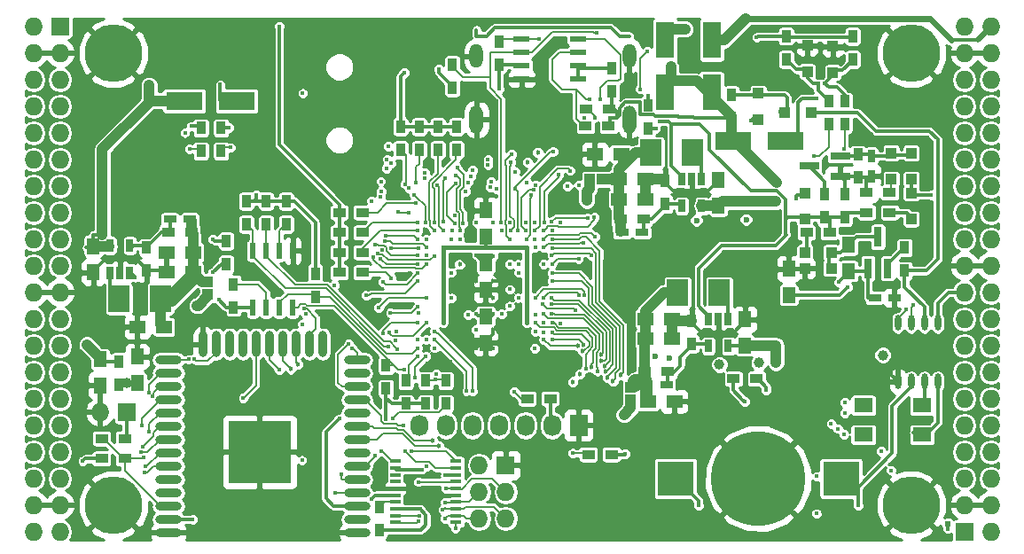
<source format=gbl>
G04 #@! TF.FileFunction,Copper,L4,Bot,Signal*
%FSLAX46Y46*%
G04 Gerber Fmt 4.6, Leading zero omitted, Abs format (unit mm)*
G04 Created by KiCad (PCBNEW 4.0.7+dfsg1-1) date Thu Oct 12 22:31:27 2017*
%MOMM*%
%LPD*%
G01*
G04 APERTURE LIST*
%ADD10C,0.100000*%
%ADD11R,1.000000X1.000000*%
%ADD12O,2.500000X0.900000*%
%ADD13O,0.900000X2.500000*%
%ADD14R,6.000000X6.000000*%
%ADD15R,1.800000X3.500000*%
%ADD16R,0.900000X1.200000*%
%ADD17R,2.000000X2.500000*%
%ADD18R,0.700000X1.200000*%
%ADD19R,1.250000X1.500000*%
%ADD20R,1.500000X1.250000*%
%ADD21O,0.609600X1.473200*%
%ADD22R,0.800000X1.900000*%
%ADD23R,1.900000X0.800000*%
%ADD24R,1.200000X0.750000*%
%ADD25R,0.750000X1.200000*%
%ADD26R,1.200000X0.900000*%
%ADD27R,0.600000X1.550000*%
%ADD28R,1.550000X0.600000*%
%ADD29R,1.727200X1.727200*%
%ADD30O,1.727200X1.727200*%
%ADD31C,5.500000*%
%ADD32R,1.000000X0.400000*%
%ADD33R,0.500000X0.500000*%
%ADD34R,1.727200X2.032000*%
%ADD35O,1.727200X2.032000*%
%ADD36O,1.300000X2.700000*%
%ADD37O,1.300000X2.300000*%
%ADD38R,1.800000X1.400000*%
%ADD39R,3.500000X1.800000*%
%ADD40R,3.500000X3.300000*%
%ADD41C,9.000000*%
%ADD42C,0.400000*%
%ADD43C,0.454000*%
%ADD44C,1.000000*%
%ADD45C,0.600000*%
%ADD46C,0.300000*%
%ADD47C,1.000000*%
%ADD48C,0.190000*%
%ADD49C,0.600000*%
%ADD50C,0.500000*%
%ADD51C,0.400000*%
%ADD52C,0.200000*%
%ADD53C,1.500000*%
%ADD54C,1.200000*%
%ADD55C,0.254000*%
G04 APERTURE END LIST*
D10*
D11*
X152393000Y-97142000D03*
X152393000Y-98342000D03*
D12*
X126260434Y-111030338D03*
X126260434Y-109760338D03*
X126260434Y-108490338D03*
X126260434Y-107220338D03*
X126260434Y-105950338D03*
X126260434Y-104680338D03*
X126260434Y-103410338D03*
X126260434Y-102140338D03*
X126260434Y-100870338D03*
X126260434Y-99600338D03*
X126260434Y-98330338D03*
X126260434Y-97060338D03*
X126260434Y-95790338D03*
X126260434Y-94520338D03*
D13*
X122975434Y-93030338D03*
X121705434Y-93030338D03*
X120435434Y-93030338D03*
X119165434Y-93030338D03*
X117895434Y-93030338D03*
X116625434Y-93030338D03*
X115355434Y-93030338D03*
X114085434Y-93030338D03*
X112815434Y-93030338D03*
X111545434Y-93030338D03*
D12*
X108260434Y-94520338D03*
X108260434Y-95790338D03*
X108260434Y-97060338D03*
X108260434Y-98330338D03*
X108260434Y-99600338D03*
X108260434Y-100870338D03*
X108260434Y-102140338D03*
X108260434Y-103410338D03*
X108260434Y-104680338D03*
X108260434Y-105950338D03*
X108260434Y-107220338D03*
X108260434Y-108490338D03*
X108260434Y-109760338D03*
X108260434Y-111030338D03*
D14*
X116960434Y-103330338D03*
D15*
X155695000Y-69000000D03*
X155695000Y-64000000D03*
D16*
X154044000Y-72426000D03*
X154044000Y-70226000D03*
D17*
X160870000Y-88090000D03*
X156870000Y-88090000D03*
D18*
X159825000Y-90600000D03*
X160775000Y-90600000D03*
X161725000Y-90600000D03*
X161725000Y-93200000D03*
X159825000Y-93200000D03*
D17*
X158330000Y-74755000D03*
X154330000Y-74755000D03*
D18*
X157285000Y-77235000D03*
X158235000Y-77235000D03*
X159185000Y-77235000D03*
X159185000Y-79835000D03*
X157285000Y-79835000D03*
D17*
X103530000Y-88725000D03*
X107530000Y-88725000D03*
D18*
X104575000Y-86215000D03*
X103625000Y-86215000D03*
X102675000Y-86215000D03*
X102675000Y-83615000D03*
X104575000Y-83615000D03*
D19*
X101085000Y-83665000D03*
X101085000Y-86165000D03*
D20*
X153810000Y-90630000D03*
X156310000Y-90630000D03*
X153810000Y-92535000D03*
X156310000Y-92535000D03*
D19*
X163315000Y-93150000D03*
X163315000Y-90650000D03*
D20*
X151270000Y-79200000D03*
X153770000Y-79200000D03*
X151270000Y-77295000D03*
X153770000Y-77295000D03*
D19*
X160775000Y-79815000D03*
X160775000Y-77315000D03*
D20*
X110590000Y-84280000D03*
X108090000Y-84280000D03*
X110590000Y-86185000D03*
X108090000Y-86185000D03*
D21*
X181730000Y-96599000D03*
X180460000Y-96599000D03*
X179190000Y-96599000D03*
X177920000Y-96599000D03*
X177920000Y-91011000D03*
X179190000Y-91011000D03*
X180460000Y-91011000D03*
X181730000Y-91011000D03*
D19*
X173221000Y-86038000D03*
X173221000Y-83538000D03*
D22*
X176965000Y-85780000D03*
X175065000Y-85780000D03*
X176015000Y-82780000D03*
D23*
X172435000Y-75075000D03*
X172435000Y-76975000D03*
X169435000Y-76025000D03*
D24*
X153910000Y-96910000D03*
X155810000Y-96910000D03*
X151570000Y-82375000D03*
X153470000Y-82375000D03*
X110290000Y-81105000D03*
X108390000Y-81105000D03*
D25*
X175380000Y-75075000D03*
X175380000Y-76975000D03*
D26*
X169200000Y-82375000D03*
X171400000Y-82375000D03*
D16*
X172840000Y-80935000D03*
X172840000Y-78735000D03*
D26*
X177115000Y-80470000D03*
X174915000Y-80470000D03*
D16*
X174110000Y-74925000D03*
X174110000Y-77125000D03*
X178555000Y-83815000D03*
X178555000Y-86015000D03*
X113785000Y-83180000D03*
X113785000Y-85380000D03*
X170935000Y-80935000D03*
X170935000Y-78735000D03*
X128390000Y-108580000D03*
X128390000Y-110780000D03*
D26*
X150572000Y-103584000D03*
X148372000Y-103584000D03*
X177115000Y-78565000D03*
X174915000Y-78565000D03*
X153760000Y-95640000D03*
X155960000Y-95640000D03*
X110440000Y-82375000D03*
X108240000Y-82375000D03*
X151420000Y-81105000D03*
X153620000Y-81105000D03*
D16*
X158235000Y-90800000D03*
X158235000Y-93000000D03*
X106165000Y-86015000D03*
X106165000Y-83815000D03*
X155695000Y-77465000D03*
X155695000Y-79665000D03*
D26*
X126782000Y-86185000D03*
X124582000Y-86185000D03*
X126782000Y-84279000D03*
X124582000Y-84279000D03*
X126782000Y-82375000D03*
X124582000Y-82375000D03*
X126782000Y-80470000D03*
X124582000Y-80470000D03*
D16*
X130422000Y-74458000D03*
X130422000Y-72258000D03*
X132200000Y-74458000D03*
X132200000Y-72258000D03*
X133978000Y-74458000D03*
X133978000Y-72258000D03*
X135756000Y-74458000D03*
X135756000Y-72258000D03*
D27*
X116325000Y-84120000D03*
X117595000Y-84120000D03*
X118865000Y-84120000D03*
X120135000Y-84120000D03*
X120135000Y-89520000D03*
X118865000Y-89520000D03*
X117595000Y-89520000D03*
X116325000Y-89520000D03*
D24*
X175700000Y-88598000D03*
X177600000Y-88598000D03*
D28*
X141980000Y-67705000D03*
X141980000Y-66435000D03*
X141980000Y-65165000D03*
X141980000Y-63895000D03*
X147380000Y-63895000D03*
X147380000Y-65165000D03*
X147380000Y-66435000D03*
X147380000Y-67705000D03*
D29*
X97910000Y-62690000D03*
D30*
X95370000Y-62690000D03*
X97910000Y-65230000D03*
X95370000Y-65230000D03*
X97910000Y-67770000D03*
X95370000Y-67770000D03*
X97910000Y-70310000D03*
X95370000Y-70310000D03*
X97910000Y-72850000D03*
X95370000Y-72850000D03*
X97910000Y-75390000D03*
X95370000Y-75390000D03*
X97910000Y-77930000D03*
X95370000Y-77930000D03*
X97910000Y-80470000D03*
X95370000Y-80470000D03*
X97910000Y-83010000D03*
X95370000Y-83010000D03*
X97910000Y-85550000D03*
X95370000Y-85550000D03*
X97910000Y-88090000D03*
X95370000Y-88090000D03*
X97910000Y-90630000D03*
X95370000Y-90630000D03*
X97910000Y-93170000D03*
X95370000Y-93170000D03*
X97910000Y-95710000D03*
X95370000Y-95710000D03*
X97910000Y-98250000D03*
X95370000Y-98250000D03*
X97910000Y-100790000D03*
X95370000Y-100790000D03*
X97910000Y-103330000D03*
X95370000Y-103330000D03*
X97910000Y-105870000D03*
X95370000Y-105870000D03*
X97910000Y-108410000D03*
X95370000Y-108410000D03*
X97910000Y-110950000D03*
X95370000Y-110950000D03*
D29*
X184270000Y-110950000D03*
D30*
X186810000Y-110950000D03*
X184270000Y-108410000D03*
X186810000Y-108410000D03*
X184270000Y-105870000D03*
X186810000Y-105870000D03*
X184270000Y-103330000D03*
X186810000Y-103330000D03*
X184270000Y-100790000D03*
X186810000Y-100790000D03*
X184270000Y-98250000D03*
X186810000Y-98250000D03*
X184270000Y-95710000D03*
X186810000Y-95710000D03*
X184270000Y-93170000D03*
X186810000Y-93170000D03*
X184270000Y-90630000D03*
X186810000Y-90630000D03*
X184270000Y-88090000D03*
X186810000Y-88090000D03*
X184270000Y-85550000D03*
X186810000Y-85550000D03*
X184270000Y-83010000D03*
X186810000Y-83010000D03*
X184270000Y-80470000D03*
X186810000Y-80470000D03*
X184270000Y-77930000D03*
X186810000Y-77930000D03*
X184270000Y-75390000D03*
X186810000Y-75390000D03*
X184270000Y-72850000D03*
X186810000Y-72850000D03*
X184270000Y-70310000D03*
X186810000Y-70310000D03*
X184270000Y-67770000D03*
X186810000Y-67770000D03*
X184270000Y-65230000D03*
X186810000Y-65230000D03*
X184270000Y-62690000D03*
X186810000Y-62690000D03*
D31*
X102990000Y-108410000D03*
X179190000Y-108410000D03*
X179190000Y-65230000D03*
X102990000Y-65230000D03*
D16*
X162045000Y-71410000D03*
X162045000Y-69210000D03*
X139820000Y-66330000D03*
X139820000Y-64130000D03*
X135375000Y-68532000D03*
X135375000Y-66332000D03*
X150615000Y-68870000D03*
X150615000Y-66670000D03*
D26*
X150275000Y-72215000D03*
X148075000Y-72215000D03*
X150380000Y-70600000D03*
X148180000Y-70600000D03*
D32*
X135735000Y-104215000D03*
X135735000Y-104865000D03*
X135735000Y-105515000D03*
X135735000Y-106165000D03*
X135735000Y-106815000D03*
X135735000Y-107465000D03*
X135735000Y-108115000D03*
X135735000Y-108765000D03*
X135735000Y-109415000D03*
X135735000Y-110065000D03*
X129935000Y-110065000D03*
X129935000Y-109415000D03*
X129935000Y-108765000D03*
X129935000Y-108115000D03*
X129935000Y-107465000D03*
X129935000Y-106815000D03*
X129935000Y-106165000D03*
X129935000Y-105515000D03*
X129935000Y-104865000D03*
X129935000Y-104215000D03*
D16*
X119500000Y-79370000D03*
X119500000Y-81570000D03*
X114480000Y-89500000D03*
X114480000Y-87300000D03*
X129025000Y-97275000D03*
X129025000Y-95075000D03*
X117595000Y-79370000D03*
X117595000Y-81570000D03*
X122280000Y-86300000D03*
X122280000Y-88500000D03*
X115690000Y-79370000D03*
X115690000Y-81570000D03*
D26*
X144730000Y-98250000D03*
X142530000Y-98250000D03*
D16*
X132835000Y-98715000D03*
X132835000Y-96515000D03*
X130930000Y-98715000D03*
X130930000Y-96515000D03*
D26*
X101890000Y-103965000D03*
X104090000Y-103965000D03*
D29*
X104260000Y-99520000D03*
D30*
X101720000Y-99520000D03*
D26*
X101890000Y-102060000D03*
X104090000Y-102060000D03*
D16*
X103498000Y-96894000D03*
X103498000Y-94694000D03*
D19*
X167506000Y-88324000D03*
X167506000Y-85824000D03*
D26*
X164415000Y-96345000D03*
X162215000Y-96345000D03*
D16*
X167252000Y-65822000D03*
X167252000Y-63622000D03*
D29*
X140455000Y-104600000D03*
D30*
X137915000Y-104600000D03*
X140455000Y-107140000D03*
X137915000Y-107140000D03*
X140455000Y-109680000D03*
X137915000Y-109680000D03*
D19*
X138550000Y-90396000D03*
X138550000Y-92896000D03*
X138550000Y-82736000D03*
X138550000Y-80236000D03*
X138550000Y-85316000D03*
X138550000Y-87816000D03*
X101720000Y-94460000D03*
X101720000Y-96960000D03*
D16*
X113277000Y-74585000D03*
X113277000Y-72385000D03*
X111372000Y-74585000D03*
X111372000Y-72385000D03*
X172840000Y-72045000D03*
X172840000Y-69845000D03*
X171316000Y-72045000D03*
X171316000Y-69845000D03*
D33*
X182680000Y-110200000D03*
D34*
X147440000Y-100790000D03*
D35*
X144900000Y-100790000D03*
X142360000Y-100790000D03*
X139820000Y-100790000D03*
X137280000Y-100790000D03*
X134740000Y-100790000D03*
X132200000Y-100790000D03*
D36*
X152280000Y-71550000D03*
X137680000Y-71550000D03*
D37*
X137680000Y-65500000D03*
X152280000Y-65500000D03*
D38*
X180212000Y-98882000D03*
X174612000Y-98882000D03*
X174612000Y-101682000D03*
X180212000Y-101682000D03*
D19*
X105276000Y-96706000D03*
X105276000Y-94206000D03*
D39*
X109761000Y-69802000D03*
X114761000Y-69802000D03*
X167212000Y-73612000D03*
X162212000Y-73612000D03*
D15*
X160140000Y-64000000D03*
X160140000Y-69000000D03*
D20*
X154064000Y-98504000D03*
X156564000Y-98504000D03*
X107796000Y-91392000D03*
X105296000Y-91392000D03*
X151484000Y-74882000D03*
X148984000Y-74882000D03*
D16*
X173602000Y-65822000D03*
X173602000Y-63622000D03*
X134740000Y-96515000D03*
X134740000Y-98715000D03*
D40*
X172485000Y-105870000D03*
X156685000Y-105870000D03*
D41*
X164585000Y-105870000D03*
D11*
X169284000Y-66988000D03*
X169284000Y-64488000D03*
X171697000Y-67081000D03*
X171697000Y-64581000D03*
X169050000Y-84280000D03*
X171550000Y-84280000D03*
X179190000Y-81085000D03*
X179190000Y-78585000D03*
X169030000Y-81085000D03*
X169030000Y-78585000D03*
X171550000Y-85804000D03*
X169050000Y-85804000D03*
X179190000Y-77275000D03*
X179190000Y-74775000D03*
X177285000Y-74775000D03*
X177285000Y-77275000D03*
X167145000Y-70945000D03*
X169645000Y-70945000D03*
X164585000Y-69060000D03*
X164585000Y-71560000D03*
X112007000Y-87109000D03*
X112007000Y-88309000D03*
X149691000Y-77295000D03*
X148491000Y-77295000D03*
D42*
X120770000Y-72215000D03*
X135172669Y-94689483D03*
X136095958Y-93369652D03*
X135456992Y-95118806D03*
X134113023Y-94099076D03*
D43*
X139264636Y-91615205D03*
D42*
X139575609Y-69792857D03*
D44*
X116880503Y-64802940D03*
X106974809Y-64953974D03*
X175210328Y-64948943D03*
X165417246Y-64954666D03*
D42*
X175495631Y-71457432D03*
X146468970Y-70993942D03*
X144978424Y-71024054D03*
X143480350Y-71016526D03*
X142000564Y-71008511D03*
X147987361Y-71377791D03*
X144102010Y-84600000D03*
X132880424Y-84561218D03*
X135567436Y-80702302D03*
X132810347Y-82177990D03*
X145713035Y-91022010D03*
X145680000Y-94177990D03*
X177285000Y-95710000D03*
D44*
X177229911Y-82281349D03*
D42*
X170046000Y-85804000D03*
D45*
X164741832Y-81130572D03*
X161067993Y-81216119D03*
D44*
X158233687Y-94852616D03*
X162992748Y-94820185D03*
D45*
X156280000Y-81210838D03*
D42*
X131254529Y-86251357D03*
X140880000Y-81400000D03*
X136085174Y-89394826D03*
X145680000Y-81400000D03*
X150080000Y-81600000D03*
X131280000Y-89400000D03*
X140874194Y-91433353D03*
X145680000Y-85422010D03*
X142480000Y-94200000D03*
X140880000Y-93400000D03*
X139280000Y-93400000D03*
X137680000Y-93400000D03*
X136880000Y-92600000D03*
X135280000Y-92600000D03*
X132880000Y-91800000D03*
X132880000Y-93400000D03*
D43*
X141042859Y-86994997D03*
X139280000Y-87000000D03*
X136110990Y-86995403D03*
X137680000Y-87000000D03*
X136080000Y-84600000D03*
X139280000Y-88600000D03*
D42*
X121003132Y-104131127D03*
X127656639Y-107816792D03*
D44*
X156235582Y-66548363D03*
X166321614Y-77572282D03*
X166248957Y-79408030D03*
X101932065Y-82585048D03*
X106417803Y-68312483D03*
X166280000Y-94800000D03*
D42*
X150457224Y-71377791D03*
X172289562Y-87124051D03*
D44*
X157600000Y-62944000D03*
D42*
X148160764Y-77980787D03*
X154794000Y-72426000D03*
D44*
X148202000Y-79327000D03*
D42*
X129005202Y-100174798D03*
X137659051Y-91638034D03*
X139820000Y-68665673D03*
X172834633Y-99599920D03*
X172879922Y-98618650D03*
X176305593Y-103279812D03*
X165349214Y-97422919D03*
D44*
X160875897Y-94988750D03*
D42*
X164433885Y-63737451D03*
X134079160Y-66786153D03*
X109828000Y-72830000D03*
X116654336Y-78777990D03*
D44*
X176474303Y-94069095D03*
D42*
X173094000Y-87582000D03*
D44*
X100479904Y-93063904D03*
D45*
X163422030Y-81120665D03*
X154726292Y-94171363D03*
X156077107Y-94380779D03*
X158680000Y-81210838D03*
D42*
X112515000Y-83010000D03*
X181065000Y-78785000D03*
X110529662Y-109760338D03*
X100080000Y-104200000D03*
X113080000Y-88800000D03*
D44*
X164653770Y-94825547D03*
D42*
X135273306Y-88618602D03*
X139272517Y-84611349D03*
X137680556Y-84534085D03*
X141680000Y-86200000D03*
X135280000Y-86200000D03*
X132880000Y-92600000D03*
X132080000Y-92600000D03*
X141680000Y-88600000D03*
X141680000Y-85400000D03*
D44*
X151758000Y-99774000D03*
D42*
X136885174Y-90194826D03*
X140094890Y-90122990D03*
X139280000Y-90122990D03*
X140880000Y-89400000D03*
X137680000Y-90172990D03*
X140880000Y-87800000D03*
X140880000Y-85400000D03*
D43*
X136080000Y-85400000D03*
D42*
X121369010Y-90164222D03*
X130022933Y-91834237D03*
X121041200Y-91125073D03*
X129902064Y-92678248D03*
D44*
X110991000Y-89360000D03*
D42*
X142480000Y-91000000D03*
X142480000Y-83800000D03*
X134480000Y-83800000D03*
X134480000Y-91000000D03*
X121086654Y-69078528D03*
X105037711Y-86632990D03*
X155149360Y-71764535D03*
X170182962Y-69571012D03*
X174110000Y-108410000D03*
X158870000Y-108410000D03*
X137295592Y-97538017D03*
X134750646Y-106810513D03*
X133680000Y-91800000D03*
D43*
X134074414Y-102752225D03*
D42*
X136740903Y-97514503D03*
X134675868Y-108131585D03*
D43*
X133449289Y-102232615D03*
D42*
X133680000Y-92600000D03*
X127951328Y-103666396D03*
X132936956Y-104698915D03*
X134463998Y-108841973D03*
X133685668Y-93402482D03*
X130692380Y-100790000D03*
X131808905Y-96227367D03*
X134636872Y-109719950D03*
X132846234Y-94197073D03*
X118858690Y-62658970D03*
X130761990Y-67119621D03*
X148477832Y-69619684D03*
X149475951Y-69619684D03*
X148991194Y-71377791D03*
X153984196Y-65077116D03*
X153322343Y-68673419D03*
X143650666Y-63862520D03*
X178665908Y-89713903D03*
X149183754Y-63257114D03*
X179375977Y-89317806D03*
X140035989Y-81400000D03*
X115404683Y-98167821D03*
X128776655Y-87110882D03*
X132077895Y-86272150D03*
X118843798Y-95498222D03*
D43*
X119978162Y-95412951D03*
X120634035Y-94977604D03*
D42*
X113212238Y-68244401D03*
X146387166Y-77939336D03*
X147480000Y-77822010D03*
X131453853Y-103260518D03*
X144891634Y-91008466D03*
D43*
X148653935Y-95249010D03*
X149565978Y-94054788D03*
D42*
X144867244Y-90164455D03*
D43*
X150720500Y-96575802D03*
D42*
X144890381Y-83866022D03*
D43*
X151448039Y-95951686D03*
D42*
X144894101Y-83022010D03*
D43*
X150149219Y-96229829D03*
D42*
X144901285Y-86268736D03*
D43*
X150033441Y-95660469D03*
D42*
X144888562Y-86993817D03*
D43*
X149952517Y-95085120D03*
D42*
X144877648Y-88622010D03*
D43*
X149584522Y-94635504D03*
D42*
X144810610Y-89177990D03*
X144895773Y-91874444D03*
D43*
X147777713Y-93691005D03*
X147356233Y-93219138D03*
D42*
X144102010Y-92600000D03*
D43*
X147915304Y-93060979D03*
D42*
X144882352Y-92577990D03*
X130807074Y-95454141D03*
X130141304Y-93529144D03*
X132080000Y-93400000D03*
X129254670Y-93244631D03*
X133852393Y-95875797D03*
X141280000Y-97600000D03*
X133762848Y-96395146D03*
X132080000Y-94200000D03*
X128669601Y-84020243D03*
X105906712Y-103816552D03*
X130839486Y-103260518D03*
X129459184Y-90039192D03*
X132080000Y-89444020D03*
X128602801Y-103260518D03*
X132162861Y-106185868D03*
X128321313Y-89539949D03*
X132880000Y-88600000D03*
X124741825Y-105494691D03*
X127145130Y-88379076D03*
X132080000Y-87000000D03*
X125827283Y-93452662D03*
X124202418Y-107207639D03*
D43*
X142530990Y-75662841D03*
X143525587Y-74749772D03*
D42*
X110313517Y-74380698D03*
X132146108Y-109940263D03*
X114166000Y-74247000D03*
X132189000Y-109415000D03*
X135694981Y-77648547D03*
X135567436Y-81489225D03*
X134702010Y-77200000D03*
X134471354Y-81347908D03*
X132761172Y-77202673D03*
X132737245Y-76676207D03*
X128545566Y-77476577D03*
X127643658Y-79355564D03*
X110718734Y-94451783D03*
X128515897Y-78994176D03*
X110193102Y-94489889D03*
X128569727Y-78469921D03*
X106368514Y-97662752D03*
X131230910Y-78113843D03*
X106741168Y-98035405D03*
X131709326Y-78745875D03*
X132783332Y-81399993D03*
X129016746Y-82660638D03*
X105679715Y-100783924D03*
X132084821Y-83022010D03*
X128948848Y-83183258D03*
X106401171Y-101377901D03*
X132886504Y-83777990D03*
X129513931Y-83860979D03*
X105803161Y-102850427D03*
X132117443Y-83866021D03*
X127966259Y-83527946D03*
X105651866Y-103355255D03*
X132079996Y-84503337D03*
X128256283Y-84387285D03*
X106023598Y-104697574D03*
X133671942Y-84595200D03*
X127824162Y-84688968D03*
X105973679Y-105248709D03*
X132875802Y-85428138D03*
D43*
X146862501Y-96617499D03*
X147534467Y-95913260D03*
D42*
X148102806Y-95339021D03*
X143280000Y-91000000D03*
X149207706Y-95605291D03*
X144082424Y-90132858D03*
X143989948Y-89177990D03*
X147125926Y-89802879D03*
X143281824Y-90201951D03*
X144102010Y-85397219D03*
X147422472Y-84858593D03*
X144886544Y-85385186D03*
X144102010Y-83000000D03*
X148975652Y-82755341D03*
X144885092Y-82177990D03*
X147470668Y-88324835D03*
X144082832Y-88584510D03*
X147997681Y-88324844D03*
X143278026Y-88595030D03*
X144102010Y-82185600D03*
X148935852Y-80899014D03*
X148337768Y-80975785D03*
X144866392Y-81333979D03*
X139280000Y-81400000D03*
X139585116Y-78205862D03*
X138968064Y-78040948D03*
X139049357Y-77520244D03*
X138775679Y-75942989D03*
X138779198Y-75400762D03*
X137680000Y-81400000D03*
X137308732Y-76415018D03*
X137106948Y-76979922D03*
X136856003Y-77562978D03*
X136634118Y-78451672D03*
X135830698Y-76200613D03*
X136411444Y-81497309D03*
X148668800Y-84550385D03*
X144877691Y-84532933D03*
X144102010Y-83800000D03*
X147894174Y-83335809D03*
X142852716Y-78759927D03*
X142473549Y-82998913D03*
X143105106Y-78295223D03*
X142396423Y-82191394D03*
X145494012Y-76834828D03*
X144146021Y-81374784D03*
X143331797Y-77819457D03*
X146627648Y-76461302D03*
X143257990Y-82207154D03*
X143257990Y-81379632D03*
X141380161Y-78226966D03*
X145017056Y-74655847D03*
X141657990Y-82130345D03*
X142413979Y-81382236D03*
X140080000Y-82200000D03*
X141342967Y-76554996D03*
X141046643Y-74873804D03*
X140864029Y-83041403D03*
X140980062Y-75681941D03*
X140924011Y-82179283D03*
X129542604Y-86703515D03*
X132880000Y-83022010D03*
X132080000Y-82177990D03*
X132080000Y-81400000D03*
X131847310Y-79589886D03*
X130856828Y-77742623D03*
X131923295Y-77584853D03*
X133654358Y-82177990D03*
X133627343Y-81396408D03*
X129336756Y-91938993D03*
X132880000Y-91000000D03*
X128770628Y-92009836D03*
X132077648Y-90977990D03*
X130196821Y-80377733D03*
X131180000Y-80500000D03*
X128489708Y-84867377D03*
X132079620Y-85428138D03*
X163908850Y-71651861D03*
X134501414Y-82177578D03*
X133922194Y-77854836D03*
X135656559Y-110610712D03*
X132448438Y-104994496D03*
X146844288Y-103452739D03*
X134707351Y-105508447D03*
X132280000Y-108800000D03*
D44*
X104309083Y-96731596D03*
D42*
X112515000Y-86185000D03*
X163277422Y-98501717D03*
X170126036Y-109212466D03*
X170157734Y-105666345D03*
X169895346Y-75092988D03*
X143257990Y-83000000D03*
X168166438Y-79108038D03*
X151896383Y-103510715D03*
X114039000Y-72342000D03*
X110483000Y-72215000D03*
X177274002Y-105079115D03*
X143258015Y-93423150D03*
X172761273Y-101651681D03*
X143280000Y-91800000D03*
X172193360Y-101105663D03*
X144064831Y-91877646D03*
X171540304Y-100645743D03*
X144080000Y-91000000D03*
X154044000Y-69294000D03*
X129061632Y-76229575D03*
X135280000Y-83022010D03*
X129493343Y-75737814D03*
X136080000Y-83000000D03*
X129122249Y-75363607D03*
X135345425Y-82176814D03*
X135725421Y-76909376D03*
X129252218Y-74142461D03*
X136080000Y-82200000D03*
X172746637Y-74347988D03*
X143280000Y-83800000D03*
X142480000Y-77600000D03*
X170300000Y-68151000D03*
X170950000Y-68125562D03*
X125480000Y-93000000D03*
X121206217Y-89662983D03*
X132156079Y-90030946D03*
X182654362Y-110665838D03*
X124080000Y-87400000D03*
X124080000Y-87400000D03*
X166678914Y-70803555D03*
X129660000Y-100155000D03*
X124580000Y-100155000D03*
D46*
X138630000Y-63600000D02*
X139449896Y-62780104D01*
X137680000Y-63000000D02*
X137680000Y-63600000D01*
X150510104Y-62780104D02*
X151330000Y-63600000D01*
X137680000Y-63600000D02*
X138630000Y-63600000D01*
X139449896Y-62780104D02*
X150510104Y-62780104D01*
X151330000Y-63600000D02*
X152280000Y-63600000D01*
X136126306Y-93400000D02*
X136095958Y-93369652D01*
X136880000Y-92600000D02*
X136110348Y-93369652D01*
X136049652Y-93369652D02*
X136095958Y-93369652D01*
X137680000Y-93400000D02*
X136126306Y-93400000D01*
X135280000Y-92600000D02*
X136049652Y-93369652D01*
X136110348Y-93369652D02*
X136095958Y-93369652D01*
X139264636Y-92054364D02*
X139264636Y-91936231D01*
X139264636Y-91936231D02*
X139264636Y-91615205D01*
X138550000Y-92769000D02*
X139264636Y-92054364D01*
X136880000Y-92600000D02*
X137680000Y-93400000D01*
X136880000Y-92600000D02*
X138381000Y-92600000D01*
X138381000Y-92600000D02*
X138550000Y-92769000D01*
X135280000Y-92600000D02*
X136880000Y-92600000D01*
X138550000Y-92769000D02*
X138649000Y-92769000D01*
X138649000Y-92769000D02*
X139280000Y-93400000D01*
X138550000Y-92769000D02*
X138311000Y-92769000D01*
X138311000Y-92769000D02*
X137680000Y-93400000D01*
X137822857Y-69792857D02*
X139292767Y-69792857D01*
X137680000Y-69650000D02*
X137822857Y-69792857D01*
X139292767Y-69792857D02*
X139575609Y-69792857D01*
X132202804Y-107453326D02*
X131572496Y-106823018D01*
X135747661Y-107453326D02*
X132202804Y-107453326D01*
X131572496Y-106823018D02*
X129919874Y-106823018D01*
X175042385Y-64781000D02*
X175210328Y-64948943D01*
X171697000Y-64781000D02*
X175042385Y-64781000D01*
X165683912Y-64688000D02*
X165417246Y-64954666D01*
X169284000Y-64688000D02*
X165683912Y-64688000D01*
X169284000Y-64688000D02*
X171604000Y-64688000D01*
X171604000Y-64688000D02*
X171697000Y-64781000D01*
X177285000Y-95710000D02*
X177285000Y-95964000D01*
X177285000Y-95964000D02*
X177920000Y-96599000D01*
X167506000Y-85824000D02*
X169230000Y-85824000D01*
X169230000Y-85824000D02*
X169250000Y-85804000D01*
X169250000Y-85804000D02*
X170046000Y-85804000D01*
X102210000Y-84915000D02*
X103625000Y-84915000D01*
X103625000Y-84915000D02*
X105215000Y-84915000D01*
X103625000Y-86215000D02*
X103625000Y-84915000D01*
X105215000Y-84915000D02*
X106165000Y-85865000D01*
X106165000Y-85865000D02*
X106165000Y-86015000D01*
X101085000Y-86165000D02*
X101085000Y-86040000D01*
X101085000Y-86040000D02*
X102210000Y-84915000D01*
X106165000Y-86015000D02*
X107920000Y-86015000D01*
X107920000Y-86015000D02*
X108090000Y-86185000D01*
D47*
X153770000Y-77295000D02*
X155525000Y-77295000D01*
D46*
X155525000Y-77295000D02*
X155695000Y-77465000D01*
D47*
X153770000Y-79200000D02*
X153770000Y-77295000D01*
D46*
X174110000Y-77125000D02*
X174745000Y-77125000D01*
X174745000Y-77125000D02*
X175230000Y-77125000D01*
X174915000Y-78565000D02*
X174915000Y-77295000D01*
X174915000Y-77295000D02*
X174745000Y-77125000D01*
X172840000Y-78735000D02*
X172840000Y-77380000D01*
X172840000Y-77380000D02*
X172435000Y-76975000D01*
X175230000Y-77125000D02*
X175380000Y-76975000D01*
X172435000Y-76975000D02*
X173960000Y-76975000D01*
X173960000Y-76975000D02*
X174110000Y-77125000D01*
X137680000Y-86200000D02*
X137680000Y-86600000D01*
X136080000Y-84600000D02*
X137680000Y-86200000D01*
X159850000Y-78365000D02*
X158235000Y-78365000D01*
X158235000Y-78365000D02*
X156445000Y-78365000D01*
X158235000Y-77235000D02*
X158235000Y-78365000D01*
X160775000Y-77315000D02*
X160775000Y-77440000D01*
X160775000Y-77440000D02*
X159850000Y-78365000D01*
X156445000Y-78365000D02*
X155695000Y-77615000D01*
X155695000Y-77615000D02*
X155695000Y-77465000D01*
D47*
X156310000Y-90630000D02*
X156310000Y-92535000D01*
X158235000Y-90800000D02*
X156480000Y-90800000D01*
D46*
X156480000Y-90800000D02*
X156310000Y-90630000D01*
X163315000Y-90650000D02*
X163315000Y-90834602D01*
X163315000Y-90834602D02*
X162249602Y-91900000D01*
X162249602Y-91900000D02*
X160775000Y-91900000D01*
X101085000Y-86165000D02*
X101085000Y-85929893D01*
X106165000Y-85944374D02*
X106165000Y-86015000D01*
X159185000Y-91900000D02*
X160775000Y-91900000D01*
X160775000Y-90600000D02*
X160775000Y-91900000D01*
X158235000Y-90800000D02*
X158235000Y-90950000D01*
X158235000Y-90950000D02*
X159185000Y-91900000D01*
X108090000Y-84280000D02*
X108090000Y-86185000D01*
X107625000Y-84745000D02*
X108090000Y-84280000D01*
X108070000Y-84260000D02*
X108090000Y-84280000D01*
X141037856Y-87000000D02*
X141042859Y-86994997D01*
X139280000Y-87000000D02*
X141037856Y-87000000D01*
X136432016Y-86995403D02*
X136110990Y-86995403D01*
X137284597Y-86995403D02*
X136432016Y-86995403D01*
X137680000Y-86600000D02*
X137284597Y-86995403D01*
X137680000Y-86600000D02*
X137680000Y-87000000D01*
D48*
X138029000Y-66332000D02*
X138115000Y-66246000D01*
D46*
X128008431Y-107465000D02*
X127856638Y-107616793D01*
X127856638Y-107616793D02*
X127656639Y-107816792D01*
X129935000Y-107465000D02*
X128008431Y-107465000D01*
X160140000Y-69000000D02*
X160140000Y-69850000D01*
X160140000Y-69850000D02*
X161700000Y-71410000D01*
D47*
X156235582Y-67716832D02*
X156235582Y-66548363D01*
X158681338Y-67896338D02*
X156415088Y-67896338D01*
X156415088Y-67896338D02*
X156235582Y-67716832D01*
D46*
X156235582Y-66578582D02*
X156235582Y-66548363D01*
D47*
X162045000Y-73295668D02*
X165821615Y-77072283D01*
X165821615Y-77072283D02*
X166321614Y-77572282D01*
X160790000Y-79800000D02*
X161181970Y-79408030D01*
X161181970Y-79408030D02*
X165541851Y-79408030D01*
X165541851Y-79408030D02*
X166248957Y-79408030D01*
D46*
X101085000Y-82615000D02*
X101114952Y-82585048D01*
X101114952Y-82585048D02*
X101224959Y-82585048D01*
X101085000Y-83665000D02*
X101085000Y-82615000D01*
D47*
X101932065Y-81877942D02*
X101932065Y-82585048D01*
X101932065Y-74415935D02*
X101932065Y-81877942D01*
X106407114Y-69940886D02*
X101932065Y-74415935D01*
D46*
X101224959Y-82585048D02*
X101932065Y-82585048D01*
X151080000Y-71400000D02*
X151352990Y-71127010D01*
X151352990Y-71127010D02*
X151352990Y-70466020D01*
X151352990Y-70466020D02*
X151896020Y-69922990D01*
X151896020Y-69922990D02*
X152557010Y-69922990D01*
X152557010Y-69922990D02*
X152583077Y-69896923D01*
D47*
X106417803Y-69019589D02*
X106417803Y-68312483D01*
X106417803Y-69930197D02*
X106417803Y-69019589D01*
X106407114Y-69940886D02*
X106417803Y-69930197D01*
X166280000Y-93150000D02*
X166280000Y-94800000D01*
D46*
X110610000Y-69548000D02*
X110610000Y-69802000D01*
X150457224Y-71377791D02*
X150457224Y-72032776D01*
X150457224Y-72032776D02*
X150275000Y-72215000D01*
D47*
X109975000Y-69802000D02*
X106546000Y-69802000D01*
X106546000Y-69802000D02*
X106419000Y-69929000D01*
D46*
X151057791Y-71377791D02*
X150740066Y-71377791D01*
X150740066Y-71377791D02*
X150457224Y-71377791D01*
X151080000Y-71400000D02*
X151057791Y-71377791D01*
X172289562Y-87094438D02*
X172289562Y-87124051D01*
X173221000Y-86163000D02*
X172289562Y-87094438D01*
X173221000Y-86038000D02*
X173221000Y-86163000D01*
X175065000Y-88598000D02*
X175065000Y-85780000D01*
X175700000Y-88598000D02*
X175065000Y-88598000D01*
D47*
X106419000Y-69929000D02*
X106407114Y-69940886D01*
D46*
X106419000Y-69675000D02*
X106419000Y-69929000D01*
X100572432Y-83665000D02*
X100424079Y-83813353D01*
X101085000Y-83665000D02*
X100572432Y-83665000D01*
X160790000Y-79800000D02*
X160775000Y-79815000D01*
D47*
X163315000Y-93150000D02*
X166280000Y-93150000D01*
D46*
X160775000Y-79940000D02*
X160775000Y-79815000D01*
X164925000Y-93150000D02*
X164240000Y-93150000D01*
X164240000Y-93150000D02*
X163315000Y-93150000D01*
X101085000Y-83665000D02*
X101085000Y-83790000D01*
X151080000Y-71400000D02*
X151080000Y-70838120D01*
X151080000Y-70838120D02*
X150615000Y-70373120D01*
X150615000Y-70373120D02*
X150615000Y-69995990D01*
X150615000Y-69995990D02*
X150615000Y-68870000D01*
D47*
X159185000Y-79835000D02*
X160755000Y-79835000D01*
D46*
X160755000Y-79835000D02*
X160775000Y-79815000D01*
X161725000Y-93200000D02*
X163265000Y-93200000D01*
X163265000Y-93200000D02*
X163315000Y-93150000D01*
X173221000Y-86038000D02*
X174807000Y-86038000D01*
X174807000Y-86038000D02*
X175065000Y-85780000D01*
D47*
X101085000Y-83665000D02*
X102625000Y-83665000D01*
D46*
X102625000Y-83665000D02*
X102675000Y-83615000D01*
X152583077Y-69896923D02*
X153316999Y-69896923D01*
X153316999Y-69896923D02*
X153316999Y-71047601D01*
X161700000Y-71410000D02*
X162045000Y-71410000D01*
D47*
X162045000Y-71410000D02*
X162045000Y-71260000D01*
X162045000Y-71260000D02*
X158681338Y-67896338D01*
X162045000Y-71410000D02*
X162045000Y-73295668D01*
D46*
X158407951Y-71315988D02*
X158501963Y-71410000D01*
X153372399Y-71103001D02*
X154568521Y-71103001D01*
X158501963Y-71410000D02*
X162045000Y-71410000D01*
X156924522Y-71275510D02*
X156965000Y-71315988D01*
X156965000Y-71315988D02*
X158407951Y-71315988D01*
X153316999Y-71047601D02*
X153372399Y-71103001D01*
X154568521Y-71103001D02*
X154741030Y-71275510D01*
X154741030Y-71275510D02*
X156924522Y-71275510D01*
X162045000Y-71753000D02*
X162045000Y-71410000D01*
X155695000Y-64000000D02*
X155695000Y-63368337D01*
X155695000Y-63368337D02*
X156119337Y-62944000D01*
D47*
X156119337Y-62944000D02*
X157600000Y-62944000D01*
X160140000Y-64000000D02*
X161340000Y-64000000D01*
X161340000Y-64000000D02*
X163399217Y-61940783D01*
D49*
X163399217Y-61940783D02*
X180980783Y-61940783D01*
D50*
X185540000Y-63960000D02*
X186810000Y-62690000D01*
D49*
X180980783Y-61940783D02*
X183000000Y-63960000D01*
D46*
X183000000Y-63960000D02*
X185540000Y-63960000D01*
X148202000Y-78413082D02*
X148491000Y-78124082D01*
D47*
X148491000Y-78124082D02*
X148491000Y-77295000D01*
X148202000Y-79327000D02*
X148202000Y-78413082D01*
X148202000Y-78413082D02*
X148439744Y-78175338D01*
D46*
X148160764Y-77980787D02*
X148160764Y-77625236D01*
X148160764Y-77625236D02*
X148491000Y-77295000D01*
X148202000Y-78022023D02*
X148160764Y-77980787D01*
X154806000Y-72438000D02*
X154794000Y-72426000D01*
X154044000Y-72426000D02*
X154794000Y-72426000D01*
X129025000Y-97275000D02*
X129025000Y-100155000D01*
X129025000Y-100155000D02*
X129005202Y-100174798D01*
X129025000Y-97275000D02*
X129025000Y-98175000D01*
X129025000Y-98175000D02*
X129565000Y-98715000D01*
X129565000Y-98715000D02*
X130180000Y-98715000D01*
X130180000Y-98715000D02*
X130930000Y-98715000D01*
X132835000Y-98715000D02*
X130930000Y-98715000D01*
X103498000Y-94694000D02*
X101954000Y-94694000D01*
X101954000Y-94694000D02*
X101720000Y-94460000D01*
X173602000Y-63706000D02*
X167336000Y-63706000D01*
X167336000Y-63706000D02*
X167252000Y-63622000D01*
X167252000Y-63622000D02*
X164549336Y-63622000D01*
X164549336Y-63622000D02*
X164433885Y-63737451D01*
X138550000Y-85042000D02*
X138188471Y-85042000D01*
X138188471Y-85042000D02*
X137680556Y-84534085D01*
X138550000Y-85042000D02*
X138841866Y-85042000D01*
X138841866Y-85042000D02*
X139272517Y-84611349D01*
X137680556Y-84534085D02*
X139195253Y-84534085D01*
X139195253Y-84534085D02*
X139272517Y-84611349D01*
X139820000Y-66330000D02*
X139820000Y-68665673D01*
X165349214Y-97129214D02*
X165349214Y-97422919D01*
X164565000Y-96345000D02*
X165349214Y-97129214D01*
X164415000Y-96345000D02*
X164565000Y-96345000D01*
X134079160Y-67068995D02*
X134079160Y-66786153D01*
X134079160Y-67086160D02*
X134079160Y-67068995D01*
X135375000Y-68382000D02*
X134079160Y-67086160D01*
X135375000Y-68532000D02*
X135375000Y-68382000D01*
X116654336Y-79155664D02*
X116654336Y-79060832D01*
X115690000Y-79370000D02*
X116440000Y-79370000D01*
X116440000Y-79370000D02*
X116654336Y-79155664D01*
X116654336Y-79060832D02*
X116654336Y-78777990D01*
X181730000Y-89106000D02*
X182746000Y-88090000D01*
X182746000Y-88090000D02*
X184270000Y-88090000D01*
X181730000Y-91011000D02*
X181730000Y-89106000D01*
X172352000Y-88324000D02*
X173094000Y-87582000D01*
X167506000Y-88324000D02*
X172352000Y-88324000D01*
X100479904Y-93094904D02*
X100479904Y-93063904D01*
D47*
X101720000Y-94335000D02*
X100479904Y-93094904D01*
D46*
X101720000Y-94460000D02*
X101720000Y-94335000D01*
X144730000Y-98250000D02*
X144730000Y-99266000D01*
X144730000Y-99266000D02*
X144730000Y-99400000D01*
X144730000Y-99400000D02*
X144730000Y-100620000D01*
X113785000Y-83180000D02*
X112685000Y-83180000D01*
X112685000Y-83180000D02*
X112515000Y-83010000D01*
X122280000Y-86300000D02*
X122280000Y-81400000D01*
X122280000Y-81400000D02*
X120250000Y-79370000D01*
X120250000Y-79370000D02*
X119500000Y-79370000D01*
X179190000Y-78785000D02*
X181065000Y-78785000D01*
X108260434Y-109760338D02*
X110529662Y-109760338D01*
X179190000Y-77075000D02*
X179190000Y-78785000D01*
X100315000Y-103965000D02*
X100080000Y-104200000D01*
X101890000Y-103965000D02*
X100315000Y-103965000D01*
X117595000Y-79370000D02*
X119500000Y-79370000D01*
X115690000Y-79370000D02*
X117595000Y-79370000D01*
X114480000Y-89500000D02*
X113780000Y-89500000D01*
X113780000Y-89500000D02*
X113080000Y-88800000D01*
X114480000Y-89500000D02*
X116305000Y-89500000D01*
X116305000Y-89500000D02*
X116325000Y-89520000D01*
X144900000Y-98250000D02*
X144730000Y-98250000D01*
X144730000Y-100620000D02*
X144900000Y-100790000D01*
X139820000Y-66330000D02*
X141875000Y-66330000D01*
X141875000Y-66330000D02*
X141980000Y-66435000D01*
D47*
X152393000Y-98392000D02*
X152393000Y-99139000D01*
X152393000Y-99139000D02*
X151758000Y-99774000D01*
D46*
X138550000Y-90269000D02*
X137776010Y-90269000D01*
X137776010Y-90269000D02*
X137680000Y-90172990D01*
X138550000Y-90269000D02*
X139133990Y-90269000D01*
X139133990Y-90269000D02*
X139280000Y-90122990D01*
X156010000Y-95710000D02*
X156524914Y-95710000D01*
X156524914Y-95710000D02*
X157145126Y-95089788D01*
X157145126Y-95089788D02*
X157145126Y-94239874D01*
X157145126Y-94239874D02*
X158235000Y-93150000D01*
X158235000Y-93150000D02*
X158235000Y-93000000D01*
X155960000Y-95640000D02*
X155960000Y-96760000D01*
X155960000Y-96760000D02*
X155810000Y-96910000D01*
X158235000Y-93000000D02*
X159625000Y-93000000D01*
X159625000Y-93000000D02*
X159825000Y-93200000D01*
D47*
X112007000Y-88471000D02*
X111118000Y-89360000D01*
X111118000Y-89360000D02*
X110991000Y-89360000D01*
D46*
X112007000Y-88359000D02*
X112007000Y-88471000D01*
D51*
X137480000Y-83800000D02*
X138550000Y-83800000D01*
X138550000Y-83800000D02*
X142480000Y-83800000D01*
D46*
X138550000Y-83298000D02*
X138550000Y-83800000D01*
D51*
X134480000Y-83800000D02*
X137480000Y-83800000D01*
X142480000Y-83800000D02*
X142480000Y-91000000D01*
X134480000Y-91000000D02*
X134480000Y-83800000D01*
D46*
X156280000Y-72000000D02*
X159003987Y-72000000D01*
X159003987Y-72000000D02*
X159926293Y-72922306D01*
X159926293Y-72922306D02*
X159926293Y-74478638D01*
X159926293Y-74478638D02*
X163850815Y-78403160D01*
X167183550Y-79228973D02*
X167183550Y-81105000D01*
X163850815Y-78403160D02*
X166357737Y-78403160D01*
X166357737Y-78403160D02*
X167183550Y-79228973D01*
X104619721Y-86215000D02*
X104837712Y-86432991D01*
X104575000Y-86215000D02*
X104619721Y-86215000D01*
X104837712Y-86432991D02*
X105037711Y-86632990D01*
X156280000Y-72000000D02*
X156044535Y-71764535D01*
X156044535Y-71764535D02*
X155432202Y-71764535D01*
X155432202Y-71764535D02*
X155149360Y-71764535D01*
X167183550Y-81105000D02*
X167183550Y-82518550D01*
X169030000Y-80885000D02*
X167403550Y-80885000D01*
X167403550Y-80885000D02*
X167183550Y-81105000D01*
X166265000Y-83600000D02*
X167265000Y-82600000D01*
X167183550Y-82518550D02*
X167265000Y-82600000D01*
X156280000Y-75980000D02*
X156280000Y-72000000D01*
X157285000Y-77235000D02*
X157285000Y-76985000D01*
X157285000Y-76985000D02*
X156280000Y-75980000D01*
X159825000Y-90600000D02*
X159825000Y-90345000D01*
X159825000Y-90345000D02*
X158880000Y-89400000D01*
X158880000Y-89400000D02*
X158880000Y-85800000D01*
X158880000Y-85800000D02*
X161080000Y-83600000D01*
X161080000Y-83600000D02*
X166265000Y-83600000D01*
X168980000Y-80885000D02*
X169030000Y-80885000D01*
X169030000Y-80885000D02*
X170885000Y-80885000D01*
X170885000Y-80885000D02*
X170935000Y-80935000D01*
X170935000Y-80935000D02*
X171570000Y-80935000D01*
X171570000Y-80935000D02*
X172840000Y-80935000D01*
X171400000Y-82375000D02*
X171400000Y-81105000D01*
X171400000Y-81105000D02*
X171570000Y-80935000D01*
X174915000Y-80470000D02*
X173305000Y-80470000D01*
X173305000Y-80470000D02*
X172840000Y-80935000D01*
X153620000Y-81105000D02*
X154432087Y-81105000D01*
X154432087Y-81105000D02*
X155695000Y-79842087D01*
X155695000Y-79842087D02*
X155695000Y-79665000D01*
X153620000Y-81105000D02*
X153620000Y-82225000D01*
X153620000Y-82225000D02*
X153470000Y-82375000D01*
X155695000Y-79665000D02*
X157115000Y-79665000D01*
X157115000Y-79665000D02*
X157285000Y-79835000D01*
X155525000Y-79835000D02*
X155695000Y-79665000D01*
X108240000Y-82375000D02*
X107605000Y-82375000D01*
X107605000Y-82375000D02*
X106165000Y-83815000D01*
X104575000Y-83615000D02*
X105965000Y-83615000D01*
X105965000Y-83615000D02*
X106165000Y-83815000D01*
X104775000Y-83815000D02*
X104575000Y-83615000D01*
X108070000Y-82545000D02*
X108240000Y-82375000D01*
X108390000Y-81105000D02*
X108390000Y-82225000D01*
X108390000Y-82225000D02*
X108240000Y-82375000D01*
X168141000Y-73485000D02*
X168402683Y-73223317D01*
X168402683Y-73223317D02*
X168402683Y-69932420D01*
X168402683Y-69932420D02*
X168764091Y-69571012D01*
X168764091Y-69571012D02*
X169900120Y-69571012D01*
X169900120Y-69571012D02*
X170182962Y-69571012D01*
X174110000Y-108410000D02*
X174110000Y-106705962D01*
X174110000Y-106705962D02*
X177385633Y-103430329D01*
X177385633Y-103430329D02*
X177385633Y-98913976D01*
X177385633Y-98913976D02*
X179190000Y-97109609D01*
X179190000Y-97109609D02*
X179190000Y-96599000D01*
X158870000Y-108410000D02*
X158870000Y-107955000D01*
X156785000Y-105870000D02*
X156685000Y-105870000D01*
X158870000Y-107955000D02*
X156785000Y-105870000D01*
D48*
X137295592Y-95277272D02*
X137295592Y-97255175D01*
X134018319Y-91999999D02*
X137295592Y-95277272D01*
X133680000Y-91800000D02*
X133879999Y-91999999D01*
X133879999Y-91999999D02*
X134018319Y-91999999D01*
X137295592Y-97255175D02*
X137295592Y-97538017D01*
X133753388Y-102752225D02*
X134074414Y-102752225D01*
X131793914Y-102752225D02*
X133753388Y-102752225D01*
X130570701Y-101529012D02*
X131793914Y-102752225D01*
X126260434Y-102140338D02*
X128151195Y-102140338D01*
X128151195Y-102140338D02*
X128762521Y-101529012D01*
X128762521Y-101529012D02*
X130570701Y-101529012D01*
X137254415Y-105873269D02*
X139188269Y-105873269D01*
X139188269Y-105873269D02*
X140455000Y-107140000D01*
X135735000Y-106856777D02*
X135718950Y-106872827D01*
X135718950Y-106872827D02*
X135656636Y-106810513D01*
X135656636Y-106810513D02*
X135033488Y-106810513D01*
X135033488Y-106810513D02*
X134750646Y-106810513D01*
X137254415Y-105873269D02*
X136254857Y-106872827D01*
X135735000Y-106815000D02*
X135735000Y-106856777D01*
X136254857Y-106872827D02*
X135718950Y-106872827D01*
X133680000Y-92600000D02*
X136740903Y-95660903D01*
X136740903Y-95660903D02*
X136740903Y-97231661D01*
X136740903Y-97231661D02*
X136740903Y-97514503D01*
X127700434Y-100870338D02*
X126260434Y-100870338D01*
X129997343Y-101048651D02*
X127878747Y-101048651D01*
X130160693Y-101212001D02*
X129997343Y-101048651D01*
X130702010Y-101212001D02*
X130160693Y-101212001D01*
X131722624Y-102232615D02*
X130702010Y-101212001D01*
X133449289Y-102232615D02*
X131722624Y-102232615D01*
X127878747Y-101048651D02*
X127700434Y-100870338D01*
X135735000Y-108115000D02*
X136940000Y-108115000D01*
X136940000Y-108115000D02*
X137915000Y-107140000D01*
X135644172Y-108131585D02*
X134958710Y-108131585D01*
X134958710Y-108131585D02*
X134675868Y-108131585D01*
X135669098Y-108106659D02*
X135644172Y-108131585D01*
X135726659Y-108106659D02*
X135669098Y-108106659D01*
X135735000Y-108115000D02*
X135726659Y-108106659D01*
X127951328Y-103789444D02*
X127951328Y-103666396D01*
X127060434Y-104680338D02*
X127951328Y-103789444D01*
X126260434Y-104680338D02*
X127060434Y-104680338D01*
X135735000Y-108765000D02*
X136425000Y-108765000D01*
X136595601Y-108594399D02*
X139369399Y-108594399D01*
X139369399Y-108594399D02*
X139591401Y-108816401D01*
X136425000Y-108765000D02*
X136595601Y-108594399D01*
X139591401Y-108816401D02*
X140455000Y-109680000D01*
X134713849Y-108592122D02*
X134663997Y-108641974D01*
X134540971Y-108765000D02*
X134463998Y-108841973D01*
X135735000Y-108765000D02*
X134540971Y-108765000D01*
X134663997Y-108641974D02*
X134463998Y-108841973D01*
X130692380Y-100790000D02*
X130187013Y-100790000D01*
X130187013Y-100790000D02*
X129993813Y-100596800D01*
X128802640Y-100596800D02*
X129993813Y-100596800D01*
X128583200Y-100377360D02*
X128802640Y-100596800D01*
X128583200Y-99853104D02*
X128583200Y-100377360D01*
X127060434Y-98330338D02*
X128583200Y-99853104D01*
X126260434Y-98330338D02*
X127060434Y-98330338D01*
X131808905Y-95944525D02*
X131808905Y-96227367D01*
X131808905Y-95234402D02*
X131808905Y-95944525D01*
X132846234Y-94197073D02*
X131808905Y-95234402D01*
X136690000Y-109680000D02*
X137915000Y-109680000D01*
X135735000Y-109415000D02*
X136425000Y-109415000D01*
X136425000Y-109415000D02*
X136690000Y-109680000D01*
X134636872Y-109719950D02*
X134941822Y-109415000D01*
X134941822Y-109415000D02*
X135735000Y-109415000D01*
D46*
X169445000Y-70945000D02*
X174084740Y-70945000D01*
X174084740Y-70945000D02*
X175826942Y-72687202D01*
X175826942Y-72687202D02*
X180932202Y-72687202D01*
X180932202Y-72687202D02*
X181730000Y-73485000D01*
X181730000Y-73485000D02*
X181730000Y-84915000D01*
X181730000Y-84915000D02*
X180630000Y-86015000D01*
X180630000Y-86015000D02*
X178555000Y-86015000D01*
X180460000Y-91011000D02*
X180460000Y-89489868D01*
X180460000Y-89489868D02*
X178555000Y-87584868D01*
X178555000Y-87584868D02*
X178555000Y-86015000D01*
X176015000Y-82780000D02*
X173979000Y-82780000D01*
X173979000Y-82780000D02*
X173221000Y-83538000D01*
X171350000Y-84280000D02*
X172479000Y-84280000D01*
X172479000Y-84280000D02*
X173221000Y-83538000D01*
X171350000Y-84280000D02*
X171350000Y-85804000D01*
X177285000Y-74975000D02*
X179190000Y-74975000D01*
X175380000Y-75075000D02*
X177185000Y-75075000D01*
X177185000Y-75075000D02*
X177285000Y-74975000D01*
X174110000Y-74925000D02*
X175230000Y-74925000D01*
X175230000Y-74925000D02*
X175380000Y-75075000D01*
X172435000Y-75075000D02*
X173960000Y-75075000D01*
X173960000Y-75075000D02*
X174110000Y-74925000D01*
X169200000Y-82375000D02*
X169200000Y-84230000D01*
X169200000Y-84230000D02*
X169250000Y-84280000D01*
X177115000Y-80470000D02*
X178775000Y-80470000D01*
X178775000Y-80470000D02*
X179190000Y-80885000D01*
X176965000Y-85780000D02*
X176965000Y-85405000D01*
X176965000Y-85405000D02*
X178555000Y-83815000D01*
X181730000Y-100536000D02*
X180784000Y-101482000D01*
X180784000Y-101482000D02*
X179412000Y-101482000D01*
X181730000Y-96599000D02*
X181730000Y-100536000D01*
X180460000Y-96599000D02*
X180460000Y-99057757D01*
X180460000Y-99057757D02*
X180446075Y-99071682D01*
X170935000Y-78735000D02*
X170935000Y-77525000D01*
X170935000Y-77525000D02*
X169435000Y-76025000D01*
D48*
X177285000Y-77075000D02*
X177285000Y-78395000D01*
X177285000Y-78395000D02*
X177115000Y-78565000D01*
D46*
X124582000Y-80470000D02*
X124582000Y-79720000D01*
X124582000Y-79720000D02*
X118858690Y-73996690D01*
X118858690Y-62941812D02*
X118858690Y-62658970D01*
X118858690Y-73996690D02*
X118858690Y-62941812D01*
X124582000Y-84279000D02*
X124582000Y-86185000D01*
X124582000Y-82375000D02*
X124582000Y-84279000D01*
X124582000Y-80470000D02*
X124582000Y-82375000D01*
X132200000Y-72258000D02*
X130422000Y-72258000D01*
X133978000Y-72258000D02*
X132200000Y-72258000D01*
X135756000Y-72258000D02*
X133978000Y-72258000D01*
X135748350Y-72191002D02*
X135722352Y-72217000D01*
X130402940Y-67478671D02*
X130761990Y-67119621D01*
X130402940Y-72217000D02*
X130402940Y-67478671D01*
D48*
X148194990Y-69619684D02*
X148477832Y-69619684D01*
X147186000Y-68691785D02*
X148113899Y-69619684D01*
X148113899Y-69619684D02*
X148194990Y-69619684D01*
X145821785Y-68691785D02*
X147186000Y-68691785D01*
X148075000Y-72215000D02*
X147925000Y-72215000D01*
X147186000Y-71476000D02*
X147186000Y-68691785D01*
X147925000Y-72215000D02*
X147186000Y-71476000D01*
X148075000Y-72215000D02*
X148075000Y-71961000D01*
X147380000Y-65165000D02*
X145600000Y-65165000D01*
X145600000Y-65165000D02*
X144900000Y-65865000D01*
X144900000Y-65865000D02*
X144900000Y-67770000D01*
X144900000Y-67770000D02*
X145821785Y-68691785D01*
X149475951Y-68558685D02*
X149475951Y-69336842D01*
X150146475Y-67888161D02*
X149475951Y-68558685D01*
X151180315Y-67888161D02*
X150146475Y-67888161D01*
X147380000Y-63895000D02*
X149915000Y-63895000D01*
X149915000Y-63895000D02*
X151407990Y-65387990D01*
X151407990Y-67660486D02*
X151180315Y-67888161D01*
X151407990Y-65387990D02*
X151407990Y-67660486D01*
X149475951Y-69336842D02*
X149475951Y-69619684D01*
X148991194Y-71261194D02*
X148991194Y-71377791D01*
X148180000Y-70600000D02*
X148330000Y-70600000D01*
X148330000Y-70600000D02*
X148991194Y-71261194D01*
X153322343Y-68673419D02*
X153322343Y-65738969D01*
X153784197Y-65277115D02*
X153984196Y-65077116D01*
X153322343Y-65738969D02*
X153784197Y-65277115D01*
X141980000Y-63895000D02*
X143618186Y-63895000D01*
X143618186Y-63895000D02*
X143650666Y-63862520D01*
X177920000Y-91011000D02*
X177920000Y-90579200D01*
X178665908Y-89833292D02*
X178665908Y-89713903D01*
X177920000Y-90579200D02*
X178665908Y-89833292D01*
X141980000Y-63895000D02*
X140055000Y-63895000D01*
X140055000Y-63895000D02*
X139820000Y-64130000D01*
X138980000Y-68578574D02*
X138980000Y-67516000D01*
X140035989Y-81400000D02*
X140035989Y-69634563D01*
X140035989Y-69634563D02*
X138980000Y-68578574D01*
X144895940Y-63214060D02*
X148857858Y-63214060D01*
X141980000Y-65165000D02*
X142945000Y-65165000D01*
X148857858Y-63214060D02*
X148900912Y-63257114D01*
X142945000Y-65165000D02*
X144895940Y-63214060D01*
X148900912Y-63257114D02*
X149183754Y-63257114D01*
X136409000Y-67516000D02*
X138980000Y-67516000D01*
X138980000Y-67516000D02*
X138980000Y-65165000D01*
X135375000Y-66332000D02*
X135375000Y-66482000D01*
X135375000Y-66482000D02*
X136409000Y-67516000D01*
X138980000Y-65165000D02*
X141980000Y-65165000D01*
X179190000Y-89503783D02*
X179375977Y-89317806D01*
X179190000Y-91011000D02*
X179190000Y-89503783D01*
D46*
X147380000Y-67705000D02*
X147380000Y-66435000D01*
X150615000Y-66670000D02*
X147615000Y-66670000D01*
X147615000Y-66670000D02*
X147380000Y-66435000D01*
D48*
X115604682Y-97967822D02*
X115404683Y-98167821D01*
X116625434Y-96947070D02*
X115604682Y-97967822D01*
X116625434Y-93030338D02*
X116625434Y-96947070D01*
X128976654Y-87310881D02*
X128776655Y-87110882D01*
X131039164Y-87310881D02*
X128976654Y-87310881D01*
X132077895Y-86272150D02*
X131039164Y-87310881D01*
X118643799Y-95298223D02*
X118843798Y-95498222D01*
X117895434Y-94549858D02*
X118643799Y-95298223D01*
X117895434Y-93030338D02*
X117895434Y-94549858D01*
X119751163Y-95185952D02*
X119978162Y-95412951D01*
X119165434Y-93030338D02*
X119165434Y-94600223D01*
X119165434Y-94600223D02*
X119751163Y-95185952D01*
X120435434Y-93030338D02*
X120435434Y-94779003D01*
X120435434Y-94779003D02*
X120634035Y-94977604D01*
D46*
X113212238Y-69737238D02*
X113212238Y-68527243D01*
X113277000Y-69802000D02*
X113212238Y-69737238D01*
X113212238Y-68527243D02*
X113212238Y-68244401D01*
D48*
X129935000Y-108115000D02*
X128895397Y-108115000D01*
X128895397Y-108115000D02*
X128373228Y-108637169D01*
X135760266Y-104239298D02*
X134781486Y-103260518D01*
X134781486Y-103260518D02*
X131736695Y-103260518D01*
X131736695Y-103260518D02*
X131453853Y-103260518D01*
X148799966Y-93707957D02*
X149087633Y-93420290D01*
X148317277Y-91444011D02*
X145510474Y-91444011D01*
X149087633Y-93420290D02*
X149087633Y-92214367D01*
X149087633Y-92214367D02*
X148317277Y-91444011D01*
X148653935Y-95249010D02*
X148653935Y-94927984D01*
X145074929Y-91008466D02*
X144891634Y-91008466D01*
X148799966Y-94781953D02*
X148799966Y-93707957D01*
X148653935Y-94927984D02*
X148799966Y-94781953D01*
X145510474Y-91444011D02*
X145074929Y-91008466D01*
X145210512Y-90224881D02*
X147994787Y-90224881D01*
X149751857Y-91981951D02*
X149751857Y-93868909D01*
X145150086Y-90164455D02*
X145210512Y-90224881D01*
X144867244Y-90164455D02*
X145150086Y-90164455D01*
X147994787Y-90224881D02*
X149751857Y-91981951D01*
X149751857Y-93868909D02*
X149565978Y-94054788D01*
X149053712Y-84789964D02*
X149053712Y-89042202D01*
X149090802Y-84347750D02*
X149090802Y-84752874D01*
X148609074Y-83866022D02*
X149090802Y-84347750D01*
X149053712Y-89042202D02*
X151336912Y-91325401D01*
X151336912Y-91325401D02*
X151336912Y-95410204D01*
X149090802Y-84752874D02*
X149053712Y-84789964D01*
X150972914Y-95774202D02*
X150972914Y-96325685D01*
X144890381Y-83866022D02*
X148609074Y-83866022D01*
X151336912Y-95410204D02*
X150972914Y-95774202D01*
D52*
X150947499Y-96348803D02*
X150720500Y-96575802D01*
X150970617Y-96325685D02*
X150947499Y-96348803D01*
X150972914Y-96325685D02*
X150970617Y-96325685D01*
D48*
X151653923Y-95710000D02*
X151653923Y-91194091D01*
X151448039Y-95951686D02*
X151448039Y-95915884D01*
X151448039Y-95915884D02*
X151653923Y-95710000D01*
X145176943Y-83022010D02*
X144894101Y-83022010D01*
X149407813Y-84884184D02*
X149407813Y-84086266D01*
X147701551Y-82785128D02*
X147464669Y-83022010D01*
X147464669Y-83022010D02*
X145176943Y-83022010D01*
X148106675Y-82785128D02*
X147701551Y-82785128D01*
X149370723Y-84921274D02*
X149407813Y-84884184D01*
X149370723Y-88910892D02*
X149370723Y-84921274D01*
X149407813Y-84086266D02*
X148106675Y-82785128D01*
X151653923Y-91194091D02*
X149370723Y-88910892D01*
X148736701Y-87583818D02*
X148736701Y-89173512D01*
X151019901Y-91456711D02*
X151019901Y-95278894D01*
X150376218Y-95952360D02*
X150376218Y-96002830D01*
X150376218Y-96002830D02*
X150149219Y-96229829D01*
X150682027Y-95616768D02*
X150682027Y-95646551D01*
X144901285Y-86268736D02*
X147421619Y-86268736D01*
X148736701Y-89173512D02*
X151019901Y-91456711D01*
X147421619Y-86268736D02*
X148736701Y-87583818D01*
X151019901Y-95278894D02*
X150682027Y-95616768D01*
X150682027Y-95646551D02*
X150376218Y-95952360D01*
X150702890Y-91588021D02*
X150702890Y-94991020D01*
X148419690Y-89304822D02*
X150702890Y-91588021D01*
X147698379Y-86993817D02*
X148419690Y-87715128D01*
X144888562Y-86993817D02*
X147698379Y-86993817D01*
X150260440Y-95433470D02*
X150033441Y-95660469D01*
X150702890Y-94991020D02*
X150260440Y-95433470D01*
X148419690Y-87715128D02*
X148419690Y-89304822D01*
X150385879Y-94651758D02*
X150179516Y-94858121D01*
X144877648Y-88622010D02*
X145077647Y-88822009D01*
X150179516Y-94858121D02*
X149952517Y-95085120D01*
X145077647Y-88822009D02*
X147488557Y-88822009D01*
X147488557Y-88822009D02*
X150385879Y-91719331D01*
X150385879Y-91719331D02*
X150385879Y-94651758D01*
X149905548Y-94635504D02*
X149584522Y-94635504D01*
X150068868Y-94472184D02*
X149905548Y-94635504D01*
X150068868Y-91850641D02*
X150068868Y-94472184D01*
X144810610Y-89177990D02*
X147396217Y-89177990D01*
X147396217Y-89177990D02*
X150068868Y-91850641D01*
X148453611Y-92835414D02*
X147696230Y-92078033D01*
X148453611Y-93157671D02*
X148453611Y-92835414D01*
X145099362Y-92078033D02*
X145095772Y-92074443D01*
X147777713Y-93691005D02*
X147920277Y-93691005D01*
X147920277Y-93691005D02*
X148453611Y-93157671D01*
X145095772Y-92074443D02*
X144895773Y-91874444D01*
X147696230Y-92078033D02*
X145099362Y-92078033D01*
X147035207Y-93219138D02*
X147356233Y-93219138D01*
X144721148Y-93219138D02*
X147035207Y-93219138D01*
X144102010Y-92600000D02*
X144721148Y-93219138D01*
X147688305Y-92833980D02*
X147915304Y-93060979D01*
X144882352Y-92577990D02*
X147432315Y-92577990D01*
X147432315Y-92577990D02*
X147688305Y-92833980D01*
X118865000Y-84120000D02*
X118865000Y-82205000D01*
X118865000Y-82205000D02*
X119500000Y-81570000D01*
X116780000Y-87300000D02*
X117595000Y-88115000D01*
X117595000Y-88115000D02*
X117595000Y-89520000D01*
X114480000Y-87300000D02*
X116780000Y-87300000D01*
X129025000Y-95075000D02*
X129805949Y-95075000D01*
X129805949Y-95075000D02*
X130185090Y-95454141D01*
X120904019Y-89240981D02*
X120625000Y-89520000D01*
X124071493Y-89340544D02*
X121508342Y-89340544D01*
X130185090Y-95454141D02*
X124071493Y-89340544D01*
X121408779Y-89240981D02*
X120904019Y-89240981D01*
X120625000Y-89520000D02*
X120135000Y-89520000D01*
X121508342Y-89340544D02*
X121408779Y-89240981D01*
X130807074Y-95454141D02*
X130185090Y-95454141D01*
X129941305Y-93329145D02*
X130141304Y-93529144D01*
X120360988Y-87360988D02*
X123436900Y-87360988D01*
X129406820Y-92794660D02*
X129941305Y-93329145D01*
X123436900Y-87360988D02*
X128870572Y-92794660D01*
X117595000Y-84595000D02*
X120360988Y-87360988D01*
X128870572Y-92794660D02*
X129406820Y-92794660D01*
X117595000Y-84120000D02*
X117595000Y-84595000D01*
X117595000Y-84120000D02*
X117595000Y-81570000D01*
X123679270Y-88500000D02*
X122920000Y-88500000D01*
X131528854Y-93951146D02*
X129130416Y-93951146D01*
X132080000Y-93400000D02*
X131528854Y-93951146D01*
X129130416Y-93951146D02*
X123679270Y-88500000D01*
X122920000Y-88500000D02*
X122280000Y-88500000D01*
X122280000Y-88500000D02*
X122031234Y-88251234D01*
X122031234Y-88251234D02*
X119658766Y-88251234D01*
X119658766Y-88251234D02*
X118865000Y-89045000D01*
X118865000Y-89045000D02*
X118865000Y-89520000D01*
X116325000Y-84595000D02*
X119407999Y-87677999D01*
X116325000Y-84120000D02*
X116325000Y-84595000D01*
X128872222Y-93244631D02*
X128971828Y-93244631D01*
X119407999Y-87677999D02*
X123305590Y-87677999D01*
X128971828Y-93244631D02*
X129254670Y-93244631D01*
X123305590Y-87677999D02*
X128872222Y-93244631D01*
X116325000Y-84120000D02*
X116325000Y-82205000D01*
X116325000Y-82205000D02*
X115690000Y-81570000D01*
X142530000Y-98250000D02*
X141930000Y-98250000D01*
X141930000Y-98250000D02*
X141280000Y-97600000D01*
X134045690Y-96395146D02*
X133762848Y-96395146D01*
X132835000Y-96515000D02*
X133642994Y-96515000D01*
X134902547Y-96248879D02*
X134756280Y-96395146D01*
X133642994Y-96515000D02*
X133762848Y-96395146D01*
X134756280Y-96395146D02*
X134045690Y-96395146D01*
X132080000Y-94200000D02*
X131242159Y-95037841D01*
X131242159Y-95037841D02*
X131242159Y-96202841D01*
X131242159Y-96202841D02*
X130930000Y-96515000D01*
X104090000Y-103965000D02*
X105758264Y-103965000D01*
X105758264Y-103965000D02*
X105906712Y-103816552D01*
X107460434Y-108490338D02*
X108260434Y-108490338D01*
X104090000Y-105119904D02*
X107460434Y-108490338D01*
X104090000Y-103965000D02*
X104090000Y-105119904D01*
X109060434Y-108490338D02*
X108260434Y-108490338D01*
X101890000Y-102060000D02*
X102040000Y-102060000D01*
X102040000Y-102060000D02*
X103945000Y-103965000D01*
X103945000Y-103965000D02*
X104090000Y-103965000D01*
X135735000Y-104865000D02*
X133727603Y-104865000D01*
X133727603Y-104865000D02*
X133139517Y-104276914D01*
X131039485Y-103460517D02*
X130839486Y-103260518D01*
X131855882Y-104276914D02*
X131039485Y-103460517D01*
X133139517Y-104276914D02*
X131855882Y-104276914D01*
X132080000Y-89444020D02*
X131484828Y-90039192D01*
X129742026Y-90039192D02*
X129459184Y-90039192D01*
X131484828Y-90039192D02*
X129742026Y-90039192D01*
X129935000Y-104215000D02*
X129635000Y-104215000D01*
X129635000Y-104215000D02*
X128680518Y-103260518D01*
X128680518Y-103260518D02*
X128602801Y-103260518D01*
X135792529Y-106185868D02*
X132445703Y-106185868D01*
X135798078Y-106180319D02*
X135792529Y-106185868D01*
X132445703Y-106185868D02*
X132162861Y-106185868D01*
X132880000Y-88600000D02*
X129261262Y-88600000D01*
X128521312Y-89339950D02*
X128321313Y-89539949D01*
X129261262Y-88600000D02*
X128521312Y-89339950D01*
X124741825Y-105871729D02*
X124741825Y-105777533D01*
X124741825Y-105777533D02*
X124741825Y-105494691D01*
X124820434Y-105950338D02*
X124741825Y-105871729D01*
X126260434Y-105950338D02*
X124820434Y-105950338D01*
X127609071Y-88197977D02*
X127427972Y-88379076D01*
X127427972Y-88379076D02*
X127145130Y-88379076D01*
X132080000Y-87000000D02*
X130882023Y-88197977D01*
X130882023Y-88197977D02*
X127609071Y-88197977D01*
X126260434Y-94520338D02*
X126260434Y-93880338D01*
X125832758Y-93452662D02*
X125827283Y-93452662D01*
X126260434Y-93880338D02*
X125832758Y-93452662D01*
X126260434Y-107220338D02*
X124215117Y-107220338D01*
X124215117Y-107220338D02*
X124202418Y-107207639D01*
X129989706Y-110093313D02*
X131993058Y-110093313D01*
X131993058Y-110093313D02*
X132146108Y-109940263D01*
X110313517Y-74380698D02*
X111167698Y-74380698D01*
X111167698Y-74380698D02*
X111372000Y-74585000D01*
X129920049Y-109454792D02*
X129959841Y-109415000D01*
X129959841Y-109415000D02*
X132189000Y-109415000D01*
X114166000Y-74247000D02*
X113615000Y-74247000D01*
X113615000Y-74247000D02*
X113277000Y-74585000D01*
X134832853Y-78510675D02*
X135494982Y-77848546D01*
X135494982Y-77848546D02*
X135694981Y-77648547D01*
X134832853Y-80754642D02*
X134832853Y-78510675D01*
X135567436Y-81489225D02*
X134832853Y-80754642D01*
X134471354Y-77430656D02*
X134502011Y-77399999D01*
X134502011Y-77399999D02*
X134702010Y-77200000D01*
X134471354Y-81347908D02*
X134471354Y-77430656D01*
X112815434Y-93030338D02*
X112815434Y-93830338D01*
X112815434Y-93830338D02*
X111993990Y-94651782D01*
X110918733Y-94651782D02*
X110718734Y-94451783D01*
X111993990Y-94651782D02*
X110918733Y-94651782D01*
X110162653Y-94520338D02*
X110193102Y-94489889D01*
X108260434Y-94520338D02*
X110162653Y-94520338D01*
X106368514Y-97379910D02*
X106368514Y-97662752D01*
X108260434Y-95790338D02*
X107460434Y-95790338D01*
X107460434Y-95790338D02*
X106368514Y-96882258D01*
X106368514Y-96882258D02*
X106368514Y-97379910D01*
X108260434Y-97060338D02*
X107460434Y-97060338D01*
X106820434Y-97700338D02*
X106820434Y-97956139D01*
X107460434Y-97060338D02*
X106820434Y-97700338D01*
X106820434Y-97956139D02*
X106741168Y-98035405D01*
X132783332Y-81399993D02*
X132783332Y-79819881D01*
X132783332Y-79819881D02*
X131909325Y-78945874D01*
X131909325Y-78945874D02*
X131709326Y-78745875D01*
X129299588Y-82660638D02*
X129016746Y-82660638D01*
X132084821Y-83022010D02*
X131723449Y-82660638D01*
X131723449Y-82660638D02*
X129299588Y-82660638D01*
X107460434Y-98330338D02*
X105679715Y-100111057D01*
X105679715Y-100111057D02*
X105679715Y-100501082D01*
X108260434Y-98330338D02*
X107460434Y-98330338D01*
X105679715Y-100501082D02*
X105679715Y-100783924D01*
X132552525Y-83444011D02*
X129716733Y-83444011D01*
X129455980Y-83183258D02*
X129231690Y-83183258D01*
X132886504Y-83777990D02*
X132552525Y-83444011D01*
X129716733Y-83444011D02*
X129455980Y-83183258D01*
X129231690Y-83183258D02*
X128948848Y-83183258D01*
X106401171Y-100659601D02*
X106401171Y-101095059D01*
X107460434Y-99600338D02*
X106401171Y-100659601D01*
X108260434Y-99600338D02*
X107460434Y-99600338D01*
X106401171Y-101095059D02*
X106401171Y-101377901D01*
X129518973Y-83866021D02*
X129513931Y-83860979D01*
X132117443Y-83866021D02*
X129518973Y-83866021D01*
X106003160Y-102650428D02*
X105803161Y-102850427D01*
X108260434Y-100870338D02*
X107460434Y-100870338D01*
X107460434Y-100870338D02*
X106820434Y-101510338D01*
X106820434Y-101833154D02*
X106003160Y-102650428D01*
X106820434Y-101510338D02*
X106820434Y-101833154D01*
X129515681Y-84503337D02*
X129091602Y-84079258D01*
X129091602Y-83817682D02*
X128872162Y-83598242D01*
X128319397Y-83598242D02*
X128249101Y-83527946D01*
X129091602Y-84079258D02*
X129091602Y-83817682D01*
X128249101Y-83527946D02*
X127966259Y-83527946D01*
X132079996Y-84503337D02*
X129515681Y-84503337D01*
X128872162Y-83598242D02*
X128319397Y-83598242D01*
X105934708Y-103355255D02*
X105651866Y-103355255D01*
X106245517Y-103355255D02*
X105934708Y-103355255D01*
X108260434Y-102140338D02*
X107460434Y-102140338D01*
X107460434Y-102140338D02*
X106245517Y-103355255D01*
X128692270Y-84445375D02*
X128314373Y-84445375D01*
X129253022Y-85006128D02*
X128692270Y-84445375D01*
X128314373Y-84445375D02*
X128256283Y-84387285D01*
X133671942Y-84595200D02*
X133261014Y-85006128D01*
X133261014Y-85006128D02*
X129253022Y-85006128D01*
X106173198Y-104697574D02*
X106023598Y-104697574D01*
X107460434Y-103410338D02*
X106173198Y-104697574D01*
X108260434Y-103410338D02*
X107460434Y-103410338D01*
X127824162Y-84971810D02*
X127824162Y-84688968D01*
X128623285Y-85770933D02*
X127824162Y-84971810D01*
X131877058Y-85850140D02*
X131797851Y-85770933D01*
X131797851Y-85770933D02*
X128623285Y-85770933D01*
X132875802Y-85428138D02*
X132453800Y-85850140D01*
X132453800Y-85850140D02*
X131877058Y-85850140D01*
X106252063Y-105248709D02*
X105973679Y-105248709D01*
X106820434Y-104680338D02*
X106252063Y-105248709D01*
X108260434Y-104680338D02*
X106820434Y-104680338D01*
X143280000Y-91000000D02*
X143710467Y-91430467D01*
X148770622Y-93288981D02*
X148482955Y-93576647D01*
X148102806Y-95056179D02*
X148102806Y-95339021D01*
X145379164Y-91761022D02*
X148141025Y-91761022D01*
X148141025Y-91761022D02*
X148770622Y-92390619D01*
X145048609Y-91430467D02*
X145379164Y-91761022D01*
X148770622Y-92390619D02*
X148770622Y-93288981D01*
X148102806Y-94009016D02*
X148102806Y-95056179D01*
X143710467Y-91430467D02*
X145048609Y-91430467D01*
X148482955Y-93576647D02*
X148482955Y-93628867D01*
X148482955Y-93628867D02*
X148102806Y-94009016D01*
X149404644Y-93551600D02*
X149116977Y-93839267D01*
X149116977Y-95231720D02*
X149207706Y-95322449D01*
X147908042Y-90586456D02*
X149404644Y-92083058D01*
X149207706Y-95322449D02*
X149207706Y-95605291D01*
X149116977Y-93839267D02*
X149116977Y-95231720D01*
X144536022Y-90586456D02*
X147908042Y-90586456D01*
X144082424Y-90132858D02*
X144536022Y-90586456D01*
X149404644Y-92083058D02*
X149404644Y-93551600D01*
X144414838Y-89602880D02*
X144189947Y-89377989D01*
X146925927Y-89602880D02*
X144414838Y-89602880D01*
X144189947Y-89377989D02*
X143989948Y-89177990D01*
X147125926Y-89802879D02*
X146925927Y-89602880D01*
X147139630Y-84858593D02*
X147422472Y-84858593D01*
X145413137Y-84858593D02*
X147139630Y-84858593D01*
X144886544Y-85385186D02*
X145413137Y-84858593D01*
X144302009Y-82800001D02*
X144102010Y-83000000D01*
X144502010Y-82600000D02*
X144302009Y-82800001D01*
X147438358Y-82600000D02*
X144502010Y-82600000D01*
X147570241Y-82468117D02*
X147438358Y-82600000D01*
X148975652Y-82755341D02*
X148688428Y-82468117D01*
X148688428Y-82468117D02*
X147570241Y-82468117D01*
X144082832Y-88584510D02*
X144542506Y-88124836D01*
X147270669Y-88124836D02*
X147470668Y-88324835D01*
X144542506Y-88124836D02*
X147270669Y-88124836D01*
X147755679Y-87800000D02*
X147997681Y-88042002D01*
X147997681Y-88042002D02*
X147997681Y-88324844D01*
X144073056Y-87800000D02*
X147755679Y-87800000D01*
X143278026Y-88595030D02*
X144073056Y-87800000D01*
X144531621Y-81755989D02*
X144302009Y-81985601D01*
X145411427Y-81755989D02*
X144531621Y-81755989D01*
X148295707Y-81822001D02*
X145477439Y-81822001D01*
X145477439Y-81822001D02*
X145411427Y-81755989D01*
X148935852Y-81181856D02*
X148295707Y-81822001D01*
X148935852Y-80899014D02*
X148935852Y-81181856D01*
X144302009Y-81985601D02*
X144102010Y-82185600D01*
X148054926Y-80975785D02*
X148337768Y-80975785D01*
X145224586Y-80975785D02*
X148054926Y-80975785D01*
X144866392Y-81333979D02*
X145224586Y-80975785D01*
X136103859Y-80165843D02*
X136103859Y-78385117D01*
X136434002Y-78054974D02*
X136434002Y-76803917D01*
X136411444Y-81497309D02*
X136411444Y-80473428D01*
X136411444Y-80473428D02*
X136103859Y-80165843D01*
X136103859Y-78385117D02*
X136434002Y-78054974D01*
X136030697Y-76400612D02*
X135830698Y-76200613D01*
X136434002Y-76803917D02*
X136030697Y-76400612D01*
X148468801Y-84350386D02*
X148668800Y-84550385D01*
X145077690Y-84332934D02*
X148451349Y-84332934D01*
X148451349Y-84332934D02*
X148468801Y-84350386D01*
X144877691Y-84532933D02*
X145077690Y-84332934D01*
X144457998Y-83444012D02*
X144302009Y-83600001D01*
X144302009Y-83600001D02*
X144102010Y-83800000D01*
X147611332Y-83335809D02*
X147503129Y-83444012D01*
X147503129Y-83444012D02*
X144457998Y-83444012D01*
X147894174Y-83335809D02*
X147611332Y-83335809D01*
X142835989Y-79059496D02*
X142852716Y-79042769D01*
X142473549Y-82998913D02*
X142835989Y-82636473D01*
X142835989Y-82636473D02*
X142835989Y-79059496D01*
X142852716Y-79042769D02*
X142852716Y-78759927D01*
X142396423Y-82191394D02*
X141980034Y-81775005D01*
X141980034Y-79023485D02*
X142708296Y-78295223D01*
X142708296Y-78295223D02*
X142822264Y-78295223D01*
X142822264Y-78295223D02*
X143105106Y-78295223D01*
X141980034Y-81775005D02*
X141980034Y-79023485D01*
X144146021Y-81374784D02*
X144148255Y-81372550D01*
X144148255Y-81372550D02*
X144148255Y-78463427D01*
X144148255Y-78463427D02*
X145494012Y-77117670D01*
X145494012Y-77117670D02*
X145494012Y-76834828D01*
X145464513Y-76261303D02*
X146427649Y-76261303D01*
X146427649Y-76261303D02*
X146627648Y-76461302D01*
X143724011Y-81741133D02*
X143724011Y-78001805D01*
X143257990Y-82207154D02*
X143724011Y-81741133D01*
X143724011Y-78001805D02*
X145464513Y-76261303D01*
X141380161Y-78009900D02*
X141380161Y-78226966D01*
X141580160Y-78426965D02*
X141380161Y-78226966D01*
X141657990Y-82130345D02*
X141657990Y-78504795D01*
X145017056Y-74655847D02*
X144734214Y-74655847D01*
X144734214Y-74655847D02*
X141380161Y-78009900D01*
X141657990Y-78504795D02*
X141580160Y-78426965D01*
X140502001Y-81646563D02*
X140457999Y-81602561D01*
X140846644Y-75073803D02*
X141046643Y-74873804D01*
X140440226Y-75480221D02*
X140846644Y-75073803D01*
X140502001Y-75946277D02*
X140440226Y-75884502D01*
X140864029Y-83041403D02*
X140502001Y-82679375D01*
X140457999Y-81602561D02*
X140457999Y-81197439D01*
X140440226Y-75884502D02*
X140440226Y-75480221D01*
X140502001Y-81153437D02*
X140502001Y-75946277D01*
X140502001Y-82679375D02*
X140502001Y-81646563D01*
X140457999Y-81197439D02*
X140502001Y-81153437D01*
X140924011Y-82179283D02*
X141302001Y-81801293D01*
X140893701Y-76051144D02*
X140980062Y-75964783D01*
X140893701Y-80789139D02*
X140893701Y-76051144D01*
X141302001Y-81197439D02*
X140893701Y-80789139D01*
X140980062Y-75964783D02*
X140980062Y-75681941D01*
X141302001Y-81801293D02*
X141302001Y-81197439D01*
X126782000Y-86185000D02*
X129024089Y-86185000D01*
X129024089Y-86185000D02*
X129342605Y-86503516D01*
X129342605Y-86503516D02*
X129542604Y-86703515D01*
X126782000Y-83888542D02*
X128492552Y-82177990D01*
X131797158Y-82177990D02*
X132080000Y-82177990D01*
X126782000Y-84279000D02*
X126782000Y-83888542D01*
X128492552Y-82177990D02*
X131797158Y-82177990D01*
X132080000Y-81400000D02*
X127757000Y-81400000D01*
X127757000Y-81400000D02*
X126782000Y-82375000D01*
X131564468Y-79589886D02*
X131847310Y-79589886D01*
X129090114Y-79589886D02*
X131564468Y-79589886D01*
X128210000Y-80470000D02*
X129090114Y-79589886D01*
X126782000Y-80470000D02*
X128210000Y-80470000D01*
X130406165Y-74452378D02*
X130930000Y-74976213D01*
X130930000Y-74976213D02*
X130930000Y-77669451D01*
X130930000Y-77669451D02*
X130856828Y-77742623D01*
X132187803Y-74438238D02*
X132187803Y-75854197D01*
X132187803Y-75854197D02*
X131923295Y-76118705D01*
X131923295Y-76118705D02*
X131923295Y-77302011D01*
X131923295Y-77302011D02*
X131923295Y-77584853D01*
X133976510Y-74417028D02*
X133976510Y-76727635D01*
X133976510Y-76727635D02*
X133183181Y-77520964D01*
X133183181Y-77520964D02*
X133183181Y-81175285D01*
X133205338Y-81728970D02*
X133454359Y-81977991D01*
X133454359Y-81977991D02*
X133654358Y-82177990D01*
X133183181Y-81175285D02*
X133205338Y-81197442D01*
X133205338Y-81197442D02*
X133205338Y-81728970D01*
X135708658Y-74438238D02*
X135729868Y-74459448D01*
X135729868Y-74459448D02*
X135729868Y-75422598D01*
X135729868Y-75422598D02*
X133500192Y-77652274D01*
X133500192Y-77652274D02*
X133500192Y-78057398D01*
X133500192Y-78057398D02*
X133627343Y-78184549D01*
X133627343Y-78184549D02*
X133627343Y-81113566D01*
X133627343Y-81113566D02*
X133627343Y-81396408D01*
X129536755Y-92138992D02*
X129336756Y-91938993D01*
X131623762Y-92256238D02*
X129654001Y-92256238D01*
X132880000Y-91000000D02*
X131623762Y-92256238D01*
X129654001Y-92256238D02*
X129536755Y-92138992D01*
X128770628Y-91726994D02*
X128770628Y-92009836D01*
X129519632Y-90977990D02*
X128770628Y-91726994D01*
X132077648Y-90977990D02*
X129519632Y-90977990D01*
X130319088Y-80500000D02*
X130196821Y-80377733D01*
X131180000Y-80500000D02*
X130319088Y-80500000D01*
X128689707Y-85067376D02*
X128489708Y-84867377D01*
X132079620Y-85428138D02*
X129050469Y-85428138D01*
X129050469Y-85428138D02*
X128689707Y-85067376D01*
X164170000Y-71360000D02*
X163908850Y-71621150D01*
X163908850Y-71621150D02*
X163908850Y-71651861D01*
X164585000Y-71360000D02*
X164170000Y-71360000D01*
X134501414Y-82177578D02*
X134049344Y-81725508D01*
X134049344Y-77981986D02*
X133922194Y-77854836D01*
X134049344Y-81725508D02*
X134049344Y-77981986D01*
D46*
X104260000Y-99520000D02*
X104260000Y-101890000D01*
X104260000Y-101890000D02*
X104090000Y-102060000D01*
D48*
X135656559Y-110327870D02*
X135656559Y-110610712D01*
X135815000Y-110065000D02*
X135656559Y-110223441D01*
X135656559Y-110223441D02*
X135656559Y-110327870D01*
D46*
X132165596Y-104994496D02*
X132448438Y-104994496D01*
X130058273Y-104994496D02*
X132165596Y-104994496D01*
X129931513Y-104867736D02*
X130058273Y-104994496D01*
D48*
X146844288Y-103452739D02*
X148240739Y-103452739D01*
X148240739Y-103452739D02*
X148372000Y-103584000D01*
D46*
X132835000Y-110315000D02*
X132835000Y-109355000D01*
X132835000Y-109355000D02*
X132280000Y-108800000D01*
X132370000Y-110780000D02*
X132835000Y-110315000D01*
X128390000Y-110780000D02*
X132370000Y-110780000D01*
X134990193Y-105508447D02*
X134707351Y-105508447D01*
X135769012Y-105508447D02*
X134990193Y-105508447D01*
X135798078Y-105537513D02*
X135769012Y-105508447D01*
X129908439Y-108769832D02*
X132249832Y-108769832D01*
X132249832Y-108769832D02*
X132280000Y-108800000D01*
X103498000Y-96894000D02*
X104248000Y-96894000D01*
X104248000Y-96894000D02*
X104309083Y-96832917D01*
X104309083Y-96832917D02*
X104309083Y-96731596D01*
X104334679Y-96706000D02*
X104309083Y-96731596D01*
X105276000Y-96706000D02*
X104334679Y-96706000D01*
X103498000Y-96894000D02*
X105088000Y-96894000D01*
X105088000Y-96894000D02*
X105276000Y-96706000D01*
X113785000Y-85380000D02*
X113320000Y-85380000D01*
X113320000Y-85380000D02*
X112515000Y-86185000D01*
X163077423Y-98301718D02*
X163277422Y-98501717D01*
X162215000Y-96345000D02*
X162215000Y-97439295D01*
X162215000Y-97439295D02*
X163077423Y-98301718D01*
D48*
X171316000Y-72045000D02*
X171316000Y-74208602D01*
X170178188Y-75092988D02*
X169895346Y-75092988D01*
X171316000Y-74208602D02*
X170431614Y-75092988D01*
X170431614Y-75092988D02*
X170178188Y-75092988D01*
D46*
X169030000Y-78785000D02*
X168280000Y-78785000D01*
X168166438Y-78898562D02*
X168166438Y-79108038D01*
X168280000Y-78785000D02*
X168166438Y-78898562D01*
X150572000Y-103584000D02*
X151823098Y-103584000D01*
X151823098Y-103584000D02*
X151896383Y-103510715D01*
X114039000Y-72342000D02*
X113320000Y-72342000D01*
X113320000Y-72342000D02*
X113277000Y-72385000D01*
X111202000Y-72215000D02*
X111372000Y-72385000D01*
X110483000Y-72215000D02*
X111202000Y-72215000D01*
X154044000Y-70226000D02*
X154044000Y-69294000D01*
D48*
X135786848Y-80297153D02*
X135786848Y-78226992D01*
X136116991Y-77896849D02*
X136116991Y-77300946D01*
X135989437Y-80499741D02*
X135786848Y-80297153D01*
X136080000Y-81917158D02*
X135989437Y-81826595D01*
X136080000Y-82200000D02*
X136080000Y-81917158D01*
X135989437Y-81826595D02*
X135989437Y-80499741D01*
X135786848Y-78226992D02*
X136116991Y-77896849D01*
X136116991Y-77300946D02*
X135925420Y-77109375D01*
X135925420Y-77109375D02*
X135725421Y-76909376D01*
X172840000Y-74254625D02*
X172746637Y-74347988D01*
X172840000Y-72045000D02*
X172840000Y-74254625D01*
D46*
X169284000Y-66788000D02*
X168218000Y-66788000D01*
X168218000Y-66788000D02*
X167252000Y-65822000D01*
X167379000Y-65822000D02*
X167379000Y-65972000D01*
X169792000Y-68151000D02*
X169284000Y-67643000D01*
X169284000Y-67643000D02*
X169284000Y-66788000D01*
X170300000Y-68151000D02*
X169792000Y-68151000D01*
X170300000Y-68151000D02*
X170300000Y-68829000D01*
X170300000Y-68829000D02*
X171316000Y-69845000D01*
X171697000Y-66881000D02*
X172627000Y-66881000D01*
X172627000Y-66881000D02*
X173602000Y-65906000D01*
X171697000Y-66881000D02*
X171697000Y-67378562D01*
X171697000Y-67378562D02*
X170950000Y-68125562D01*
X170950000Y-68125562D02*
X171321817Y-68497379D01*
X172840000Y-69221505D02*
X172840000Y-69845000D01*
X171321817Y-68497379D02*
X172115874Y-68497379D01*
X172115874Y-68497379D02*
X172840000Y-69221505D01*
D48*
X125480000Y-93000000D02*
X124455554Y-94024446D01*
X124455554Y-94024446D02*
X124455554Y-96695458D01*
X124455554Y-96695458D02*
X124820434Y-97060338D01*
X124820434Y-97060338D02*
X126260434Y-97060338D01*
X121705434Y-93030338D02*
X121705434Y-92230338D01*
X121705434Y-92230338D02*
X122345434Y-91590338D01*
X121489059Y-89662983D02*
X121206217Y-89662983D01*
X122345434Y-91590338D02*
X122345434Y-90519358D01*
X122345434Y-90519358D02*
X121489059Y-89662983D01*
D46*
X182654362Y-110665838D02*
X182654362Y-110225638D01*
X182654362Y-110225638D02*
X182680000Y-110200000D01*
X162045000Y-69210000D02*
X164535000Y-69210000D01*
X166961756Y-70803555D02*
X166678914Y-70803555D01*
X167345000Y-70945000D02*
X167203555Y-70803555D01*
X167203555Y-70803555D02*
X166961756Y-70803555D01*
X167345000Y-70945000D02*
X167345000Y-69480000D01*
X167345000Y-69480000D02*
X167125000Y-69260000D01*
X164585000Y-69260000D02*
X167125000Y-69260000D01*
X164535000Y-69210000D02*
X164585000Y-69260000D01*
D48*
X134073010Y-99551990D02*
X134073010Y-99531990D01*
X134073010Y-99531990D02*
X134740000Y-98865000D01*
X134740000Y-98865000D02*
X134740000Y-98715000D01*
X129660000Y-100155000D02*
X130263010Y-99551990D01*
X130263010Y-99551990D02*
X134073010Y-99551990D01*
D46*
X123310000Y-101425000D02*
X124580000Y-100155000D01*
X123310000Y-107775000D02*
X123310000Y-101425000D01*
X124025338Y-108490338D02*
X123310000Y-107775000D01*
X126260434Y-108490338D02*
X124025338Y-108490338D01*
D53*
X153733519Y-96686345D02*
X152894918Y-96686345D01*
X152894918Y-96686345D02*
X152774476Y-96806787D01*
D54*
X153910000Y-96910000D02*
X153910000Y-98350000D01*
D46*
X153910000Y-98350000D02*
X154064000Y-98504000D01*
X153733519Y-97228519D02*
X153733519Y-96686345D01*
D47*
X153701005Y-95301005D02*
X153810000Y-95410000D01*
X153701005Y-92643995D02*
X153701005Y-95301005D01*
X153810000Y-92535000D02*
X153701005Y-92643995D01*
D46*
X153810000Y-95410000D02*
X154110000Y-95710000D01*
X154110000Y-95710000D02*
X154110000Y-96385000D01*
D47*
X156870000Y-88090000D02*
X155570000Y-88090000D01*
X155570000Y-88090000D02*
X153810000Y-89850000D01*
X153810000Y-89850000D02*
X153810000Y-90630000D01*
X153810000Y-92535000D02*
X153810000Y-90630000D01*
D46*
X153695000Y-90515000D02*
X153810000Y-90630000D01*
D47*
X149993577Y-77289735D02*
X151038211Y-77289735D01*
X151038211Y-77289735D02*
X151095040Y-77232906D01*
D46*
X154044000Y-74469000D02*
X154330000Y-74755000D01*
X151330000Y-75000000D02*
X151330000Y-77235000D01*
X151330000Y-77235000D02*
X151270000Y-77295000D01*
D47*
X151270000Y-77295000D02*
X151264735Y-77289735D01*
X151270000Y-77295000D02*
X151270000Y-76370000D01*
D46*
X152885000Y-74755000D02*
X153030000Y-74755000D01*
D47*
X151270000Y-76370000D02*
X152885000Y-74755000D01*
X153030000Y-74755000D02*
X154330000Y-74755000D01*
X151420000Y-81105000D02*
X151420000Y-82225000D01*
D46*
X151420000Y-82225000D02*
X151570000Y-82375000D01*
D47*
X151270000Y-79200000D02*
X151270000Y-80955000D01*
D46*
X151270000Y-80955000D02*
X151420000Y-81105000D01*
D47*
X151270000Y-77295000D02*
X151270000Y-79200000D01*
D46*
X151790000Y-76775000D02*
X151270000Y-77295000D01*
D47*
X112007000Y-87059000D02*
X111464000Y-87059000D01*
X111464000Y-87059000D02*
X110590000Y-86185000D01*
D53*
X110633895Y-86585984D02*
X108494879Y-88725000D01*
X108494879Y-88725000D02*
X107530000Y-88725000D01*
D47*
X107530000Y-88725000D02*
X107530000Y-91126000D01*
D46*
X107530000Y-91126000D02*
X107796000Y-91392000D01*
D47*
X110440000Y-82375000D02*
X110440000Y-81255000D01*
D46*
X110440000Y-81255000D02*
X110290000Y-81105000D01*
D47*
X110590000Y-84280000D02*
X110590000Y-82525000D01*
D46*
X110590000Y-82525000D02*
X110440000Y-82375000D01*
D47*
X110590000Y-86185000D02*
X110590000Y-84280000D01*
D46*
X110070000Y-86705000D02*
X110590000Y-86185000D01*
X160870000Y-88090000D02*
X161725000Y-88945000D01*
X161725000Y-88945000D02*
X161725000Y-90600000D01*
X159185000Y-77235000D02*
X159185000Y-75610000D01*
X159185000Y-75610000D02*
X158330000Y-74755000D01*
X102675000Y-86215000D02*
X102675000Y-87870000D01*
X102675000Y-87870000D02*
X103530000Y-88725000D01*
D55*
G36*
X101079629Y-62355620D02*
X101065487Y-62365068D01*
X100753339Y-62813734D01*
X102990000Y-65050395D01*
X105226661Y-62813734D01*
X104914513Y-62365068D01*
X103921789Y-61951000D01*
X154556065Y-61951000D01*
X154524135Y-61971546D01*
X154437141Y-62098866D01*
X154406536Y-62250000D01*
X154406536Y-64677818D01*
X154313736Y-64584856D01*
X154100271Y-64496218D01*
X153869135Y-64496016D01*
X153655516Y-64584281D01*
X153518771Y-64720788D01*
X153418584Y-64390919D01*
X153098829Y-64001565D01*
X152759229Y-63820193D01*
X152770580Y-63803205D01*
X152811000Y-63600000D01*
X152770580Y-63396795D01*
X152655474Y-63224526D01*
X152483205Y-63109420D01*
X152280000Y-63069000D01*
X151549948Y-63069000D01*
X150885578Y-62404630D01*
X150713309Y-62289524D01*
X150510104Y-62249104D01*
X139449896Y-62249104D01*
X139246691Y-62289524D01*
X139074422Y-62404630D01*
X138410052Y-63069000D01*
X138211000Y-63069000D01*
X138211000Y-63000000D01*
X138170580Y-62796795D01*
X138055474Y-62624526D01*
X137883205Y-62509420D01*
X137680000Y-62469000D01*
X137476795Y-62509420D01*
X137304526Y-62624526D01*
X137189420Y-62796795D01*
X137149000Y-63000000D01*
X137149000Y-63600000D01*
X137189420Y-63803205D01*
X137200771Y-63820193D01*
X136861171Y-64001565D01*
X136541416Y-64390919D01*
X136395000Y-64873000D01*
X136395000Y-65373000D01*
X137553000Y-65373000D01*
X137553000Y-65353000D01*
X137807000Y-65353000D01*
X137807000Y-65373000D01*
X137827000Y-65373000D01*
X137827000Y-65627000D01*
X137807000Y-65627000D01*
X137807000Y-65647000D01*
X137553000Y-65647000D01*
X137553000Y-65627000D01*
X136395000Y-65627000D01*
X136395000Y-66127000D01*
X136541416Y-66609081D01*
X136861171Y-66998435D01*
X136938997Y-67040000D01*
X136606166Y-67040000D01*
X136213464Y-66647298D01*
X136213464Y-65732000D01*
X136186897Y-65590810D01*
X136103454Y-65461135D01*
X135976134Y-65374141D01*
X135825000Y-65343536D01*
X134925000Y-65343536D01*
X134783810Y-65370103D01*
X134654135Y-65453546D01*
X134567141Y-65580866D01*
X134536536Y-65732000D01*
X134536536Y-66421952D01*
X134408700Y-66293893D01*
X134195235Y-66205255D01*
X133964099Y-66205053D01*
X133750480Y-66293318D01*
X133586900Y-66456613D01*
X133498262Y-66670078D01*
X133498060Y-66901214D01*
X133548160Y-67022466D01*
X133548160Y-67086160D01*
X133588580Y-67289365D01*
X133703686Y-67461634D01*
X134536536Y-68294483D01*
X134536536Y-69132000D01*
X134563103Y-69273190D01*
X134646546Y-69402865D01*
X134773866Y-69489859D01*
X134925000Y-69520464D01*
X135825000Y-69520464D01*
X135966190Y-69493897D01*
X136095865Y-69410454D01*
X136182859Y-69283134D01*
X136213464Y-69132000D01*
X136213464Y-67946828D01*
X136226842Y-67955767D01*
X136409000Y-67992000D01*
X138504000Y-67992000D01*
X138504000Y-68578574D01*
X138540233Y-68760732D01*
X138643417Y-68915157D01*
X139559989Y-69831729D01*
X139559989Y-77234636D01*
X139542192Y-77191564D01*
X139378897Y-77027984D01*
X139165432Y-76939346D01*
X138934296Y-76939144D01*
X138720677Y-77027409D01*
X138557097Y-77190704D01*
X138468459Y-77404169D01*
X138468257Y-77635305D01*
X138492723Y-77694518D01*
X138475804Y-77711408D01*
X138387166Y-77924873D01*
X138386964Y-78156009D01*
X138475229Y-78369628D01*
X138638524Y-78533208D01*
X138851989Y-78621846D01*
X139083125Y-78622048D01*
X139151452Y-78593816D01*
X139255576Y-78698122D01*
X139469041Y-78786760D01*
X139559989Y-78786839D01*
X139559989Y-78972963D01*
X139534699Y-78947673D01*
X139301310Y-78851000D01*
X138835750Y-78851000D01*
X138677000Y-79009750D01*
X138677000Y-80109000D01*
X138697000Y-80109000D01*
X138697000Y-80363000D01*
X138677000Y-80363000D01*
X138677000Y-80383000D01*
X138423000Y-80383000D01*
X138423000Y-80363000D01*
X137448750Y-80363000D01*
X137290000Y-80521750D01*
X137290000Y-80968378D01*
X137187740Y-81070460D01*
X137099102Y-81283925D01*
X137098900Y-81515061D01*
X137187165Y-81728680D01*
X137350460Y-81892260D01*
X137539613Y-81970803D01*
X137536536Y-81986000D01*
X137536536Y-83219000D01*
X136618160Y-83219000D01*
X136660898Y-83116075D01*
X136661100Y-82884939D01*
X136572835Y-82671320D01*
X136501658Y-82600019D01*
X136572260Y-82529540D01*
X136660898Y-82316075D01*
X136661100Y-82084939D01*
X136639168Y-82031858D01*
X136740124Y-81990144D01*
X136903704Y-81826849D01*
X136992342Y-81613384D01*
X136992544Y-81382248D01*
X136904279Y-81168629D01*
X136887444Y-81151765D01*
X136887444Y-80473428D01*
X136874070Y-80406190D01*
X136851211Y-80291270D01*
X136748027Y-80136845D01*
X136579859Y-79968677D01*
X136579859Y-79359691D01*
X137290000Y-79359691D01*
X137290000Y-79950250D01*
X137448750Y-80109000D01*
X138423000Y-80109000D01*
X138423000Y-79009750D01*
X138264250Y-78851000D01*
X137798690Y-78851000D01*
X137565301Y-78947673D01*
X137386673Y-79126302D01*
X137290000Y-79359691D01*
X136579859Y-79359691D01*
X136579859Y-79032624D01*
X136749179Y-79032772D01*
X136962798Y-78944507D01*
X137126378Y-78781212D01*
X137215016Y-78567747D01*
X137215218Y-78336611D01*
X137126953Y-78122992D01*
X137096333Y-78092318D01*
X137184683Y-78055813D01*
X137348263Y-77892518D01*
X137436901Y-77679053D01*
X137437083Y-77471305D01*
X137599208Y-77309462D01*
X137687846Y-77095997D01*
X137688048Y-76864861D01*
X137685838Y-76859512D01*
X137800992Y-76744558D01*
X137889630Y-76531093D01*
X137889832Y-76299957D01*
X137801567Y-76086338D01*
X137773329Y-76058050D01*
X138194579Y-76058050D01*
X138282844Y-76271669D01*
X138446139Y-76435249D01*
X138659604Y-76523887D01*
X138890740Y-76524089D01*
X139104359Y-76435824D01*
X139267939Y-76272529D01*
X139356577Y-76059064D01*
X139356779Y-75827928D01*
X139294005Y-75676002D01*
X139360096Y-75516837D01*
X139360298Y-75285701D01*
X139272033Y-75072082D01*
X139108738Y-74908502D01*
X138895273Y-74819864D01*
X138664137Y-74819662D01*
X138450518Y-74907927D01*
X138286938Y-75071222D01*
X138198300Y-75284687D01*
X138198098Y-75515823D01*
X138260872Y-75667749D01*
X138194781Y-75826914D01*
X138194579Y-76058050D01*
X137773329Y-76058050D01*
X137638272Y-75922758D01*
X137424807Y-75834120D01*
X137193671Y-75833918D01*
X136980052Y-75922183D01*
X136816472Y-76085478D01*
X136727834Y-76298943D01*
X136727724Y-76424473D01*
X136411778Y-76108527D01*
X136411798Y-76085552D01*
X136323533Y-75871933D01*
X136160238Y-75708353D01*
X136113407Y-75688907D01*
X136169635Y-75604756D01*
X136201121Y-75446464D01*
X136206000Y-75446464D01*
X136347190Y-75419897D01*
X136476865Y-75336454D01*
X136563859Y-75209134D01*
X136594464Y-75058000D01*
X136594464Y-73858000D01*
X136567897Y-73716810D01*
X136484454Y-73587135D01*
X136357134Y-73500141D01*
X136206000Y-73469536D01*
X135306000Y-73469536D01*
X135164810Y-73496103D01*
X135035135Y-73579546D01*
X134948141Y-73706866D01*
X134917536Y-73858000D01*
X134917536Y-75058000D01*
X134944103Y-75199190D01*
X135027546Y-75328865D01*
X135100552Y-75378748D01*
X134452510Y-76026790D01*
X134452510Y-75441852D01*
X134569190Y-75419897D01*
X134698865Y-75336454D01*
X134785859Y-75209134D01*
X134816464Y-75058000D01*
X134816464Y-73858000D01*
X134789897Y-73716810D01*
X134706454Y-73587135D01*
X134579134Y-73500141D01*
X134428000Y-73469536D01*
X133528000Y-73469536D01*
X133386810Y-73496103D01*
X133257135Y-73579546D01*
X133170141Y-73706866D01*
X133139536Y-73858000D01*
X133139536Y-75058000D01*
X133166103Y-75199190D01*
X133249546Y-75328865D01*
X133376866Y-75415859D01*
X133500510Y-75440897D01*
X133500510Y-76530469D01*
X133318212Y-76712767D01*
X133318345Y-76561146D01*
X133230080Y-76347527D01*
X133066785Y-76183947D01*
X132853320Y-76095309D01*
X132622184Y-76095107D01*
X132575395Y-76114440D01*
X132627570Y-76036355D01*
X132663803Y-75854197D01*
X132663803Y-75443867D01*
X132791190Y-75419897D01*
X132920865Y-75336454D01*
X133007859Y-75209134D01*
X133038464Y-75058000D01*
X133038464Y-73858000D01*
X133011897Y-73716810D01*
X132928454Y-73587135D01*
X132801134Y-73500141D01*
X132650000Y-73469536D01*
X131750000Y-73469536D01*
X131608810Y-73496103D01*
X131479135Y-73579546D01*
X131392141Y-73706866D01*
X131361536Y-73858000D01*
X131361536Y-74781737D01*
X131266583Y-74639630D01*
X131260464Y-74633511D01*
X131260464Y-73858000D01*
X131233897Y-73716810D01*
X131150454Y-73587135D01*
X131023134Y-73500141D01*
X130872000Y-73469536D01*
X129972000Y-73469536D01*
X129830810Y-73496103D01*
X129701135Y-73579546D01*
X129623968Y-73692484D01*
X129581758Y-73650201D01*
X129368293Y-73561563D01*
X129137157Y-73561361D01*
X128923538Y-73649626D01*
X128759958Y-73812921D01*
X128671320Y-74026386D01*
X128671118Y-74257522D01*
X128759383Y-74471141D01*
X128922678Y-74634721D01*
X129136143Y-74723359D01*
X129367279Y-74723561D01*
X129580898Y-74635296D01*
X129583536Y-74632663D01*
X129583536Y-75003324D01*
X129451789Y-74871347D01*
X129238324Y-74782709D01*
X129007188Y-74782507D01*
X128793569Y-74870772D01*
X128629989Y-75034067D01*
X128541351Y-75247532D01*
X128541149Y-75478668D01*
X128629414Y-75692287D01*
X128703319Y-75766321D01*
X128569372Y-75900035D01*
X128480734Y-76113500D01*
X128480532Y-76344636D01*
X128568797Y-76558255D01*
X128732092Y-76721835D01*
X128945557Y-76810473D01*
X129176693Y-76810675D01*
X129390312Y-76722410D01*
X129553892Y-76559115D01*
X129642530Y-76345650D01*
X129642566Y-76304799D01*
X129822023Y-76230649D01*
X129985603Y-76067354D01*
X130074241Y-75853889D01*
X130074443Y-75622753D01*
X130001602Y-75446464D01*
X130454000Y-75446464D01*
X130454000Y-77323807D01*
X130364568Y-77413083D01*
X130275930Y-77626548D01*
X130275728Y-77857684D01*
X130363993Y-78071303D01*
X130527288Y-78234883D01*
X130678167Y-78297533D01*
X130738075Y-78442523D01*
X130901370Y-78606103D01*
X131114835Y-78694741D01*
X131128371Y-78694753D01*
X131128226Y-78860936D01*
X131216491Y-79074555D01*
X131255753Y-79113886D01*
X129095286Y-79113886D01*
X129096795Y-79110251D01*
X129096997Y-78879115D01*
X129063039Y-78796929D01*
X129150625Y-78585996D01*
X129150827Y-78354860D01*
X129062562Y-78141241D01*
X128899267Y-77977661D01*
X128875760Y-77967900D01*
X129037826Y-77806117D01*
X129126464Y-77592652D01*
X129126666Y-77361516D01*
X129038401Y-77147897D01*
X128875106Y-76984317D01*
X128661641Y-76895679D01*
X128430505Y-76895477D01*
X128216886Y-76983742D01*
X128053306Y-77147037D01*
X127964668Y-77360502D01*
X127964466Y-77591638D01*
X128052731Y-77805257D01*
X128216026Y-77968837D01*
X128239533Y-77978598D01*
X128077467Y-78140381D01*
X127988829Y-78353846D01*
X127988627Y-78584982D01*
X128022585Y-78667168D01*
X127945857Y-78851951D01*
X127759733Y-78774666D01*
X127528597Y-78774464D01*
X127314978Y-78862729D01*
X127151398Y-79026024D01*
X127062760Y-79239489D01*
X127062558Y-79470625D01*
X127129045Y-79631536D01*
X126182000Y-79631536D01*
X126040810Y-79658103D01*
X125911135Y-79741546D01*
X125824141Y-79868866D01*
X125793536Y-80020000D01*
X125793536Y-80920000D01*
X125820103Y-81061190D01*
X125903546Y-81190865D01*
X126030866Y-81277859D01*
X126182000Y-81308464D01*
X127175370Y-81308464D01*
X126947298Y-81536536D01*
X126182000Y-81536536D01*
X126040810Y-81563103D01*
X125911135Y-81646546D01*
X125824141Y-81773866D01*
X125793536Y-81925000D01*
X125793536Y-82825000D01*
X125820103Y-82966190D01*
X125903546Y-83095865D01*
X126030866Y-83182859D01*
X126182000Y-83213464D01*
X126783912Y-83213464D01*
X126556840Y-83440536D01*
X126182000Y-83440536D01*
X126040810Y-83467103D01*
X125911135Y-83550546D01*
X125824141Y-83677866D01*
X125793536Y-83829000D01*
X125793536Y-84729000D01*
X125820103Y-84870190D01*
X125903546Y-84999865D01*
X126030866Y-85086859D01*
X126182000Y-85117464D01*
X127377134Y-85117464D01*
X127384395Y-85153968D01*
X127487579Y-85308393D01*
X127606361Y-85427175D01*
X127533134Y-85377141D01*
X127382000Y-85346536D01*
X126182000Y-85346536D01*
X126040810Y-85373103D01*
X125911135Y-85456546D01*
X125824141Y-85583866D01*
X125793536Y-85735000D01*
X125793536Y-86635000D01*
X125820103Y-86776190D01*
X125903546Y-86905865D01*
X126030866Y-86992859D01*
X126182000Y-87023464D01*
X127382000Y-87023464D01*
X127523190Y-86996897D01*
X127652865Y-86913454D01*
X127739859Y-86786134D01*
X127765199Y-86661000D01*
X128404947Y-86661000D01*
X128284395Y-86781342D01*
X128195757Y-86994807D01*
X128195555Y-87225943D01*
X128283820Y-87439562D01*
X128447115Y-87603142D01*
X128660580Y-87691780D01*
X128706455Y-87691820D01*
X128751588Y-87721977D01*
X127609071Y-87721977D01*
X127426913Y-87758210D01*
X127326512Y-87825296D01*
X127261205Y-87798178D01*
X127030069Y-87797976D01*
X126816450Y-87886241D01*
X126652870Y-88049536D01*
X126564232Y-88263001D01*
X126564030Y-88494137D01*
X126652295Y-88707756D01*
X126815590Y-88871336D01*
X127029055Y-88959974D01*
X127260191Y-88960176D01*
X127473810Y-88871911D01*
X127506277Y-88839500D01*
X127610130Y-88818843D01*
X127764555Y-88715659D01*
X127806237Y-88673977D01*
X128514119Y-88673977D01*
X128229227Y-88958869D01*
X128206252Y-88958849D01*
X127992633Y-89047114D01*
X127829053Y-89210409D01*
X127740415Y-89423874D01*
X127740213Y-89655010D01*
X127828478Y-89868629D01*
X127991773Y-90032209D01*
X128205238Y-90120847D01*
X128436374Y-90121049D01*
X128649993Y-90032784D01*
X128813573Y-89869489D01*
X128902211Y-89656024D01*
X128902232Y-89632196D01*
X129458428Y-89076000D01*
X131626287Y-89076000D01*
X131587740Y-89114480D01*
X131499102Y-89327945D01*
X131499081Y-89351773D01*
X131287662Y-89563192D01*
X129804956Y-89563192D01*
X129788724Y-89546932D01*
X129575259Y-89458294D01*
X129344123Y-89458092D01*
X129130504Y-89546357D01*
X128966924Y-89709652D01*
X128878286Y-89923117D01*
X128878084Y-90154253D01*
X128966349Y-90367872D01*
X129129644Y-90531452D01*
X129264070Y-90587270D01*
X129183049Y-90641407D01*
X128434045Y-91390411D01*
X128330861Y-91544836D01*
X128324731Y-91575653D01*
X124525398Y-87776320D01*
X124572260Y-87729540D01*
X124660898Y-87516075D01*
X124661100Y-87284939D01*
X124572835Y-87071320D01*
X124525062Y-87023464D01*
X125182000Y-87023464D01*
X125323190Y-86996897D01*
X125452865Y-86913454D01*
X125539859Y-86786134D01*
X125570464Y-86635000D01*
X125570464Y-85735000D01*
X125543897Y-85593810D01*
X125460454Y-85464135D01*
X125333134Y-85377141D01*
X125182000Y-85346536D01*
X125113000Y-85346536D01*
X125113000Y-85117464D01*
X125182000Y-85117464D01*
X125323190Y-85090897D01*
X125452865Y-85007454D01*
X125539859Y-84880134D01*
X125570464Y-84729000D01*
X125570464Y-83829000D01*
X125543897Y-83687810D01*
X125460454Y-83558135D01*
X125333134Y-83471141D01*
X125182000Y-83440536D01*
X125113000Y-83440536D01*
X125113000Y-83213464D01*
X125182000Y-83213464D01*
X125323190Y-83186897D01*
X125452865Y-83103454D01*
X125539859Y-82976134D01*
X125570464Y-82825000D01*
X125570464Y-81925000D01*
X125543897Y-81783810D01*
X125460454Y-81654135D01*
X125333134Y-81567141D01*
X125182000Y-81536536D01*
X125113000Y-81536536D01*
X125113000Y-81308464D01*
X125182000Y-81308464D01*
X125323190Y-81281897D01*
X125452865Y-81198454D01*
X125539859Y-81071134D01*
X125570464Y-80920000D01*
X125570464Y-80020000D01*
X125543897Y-79878810D01*
X125460454Y-79749135D01*
X125333134Y-79662141D01*
X125182000Y-79631536D01*
X125095404Y-79631536D01*
X125072580Y-79516795D01*
X125061014Y-79499485D01*
X124957474Y-79344526D01*
X124957471Y-79344524D01*
X119425649Y-73812701D01*
X123202762Y-73812701D01*
X123411956Y-74318989D01*
X123798974Y-74706683D01*
X124304896Y-74916760D01*
X124852701Y-74917238D01*
X125358989Y-74708044D01*
X125746683Y-74321026D01*
X125956760Y-73815104D01*
X125957238Y-73267299D01*
X125748044Y-72761011D01*
X125361026Y-72373317D01*
X124855104Y-72163240D01*
X124307299Y-72162762D01*
X123801011Y-72371956D01*
X123413317Y-72758974D01*
X123203240Y-73264896D01*
X123202762Y-73812701D01*
X119425649Y-73812701D01*
X119389690Y-73776742D01*
X119389690Y-71658000D01*
X129583536Y-71658000D01*
X129583536Y-72858000D01*
X129610103Y-72999190D01*
X129693546Y-73128865D01*
X129820866Y-73215859D01*
X129972000Y-73246464D01*
X130872000Y-73246464D01*
X131013190Y-73219897D01*
X131142865Y-73136454D01*
X131229859Y-73009134D01*
X131260464Y-72858000D01*
X131260464Y-72789000D01*
X131361536Y-72789000D01*
X131361536Y-72858000D01*
X131388103Y-72999190D01*
X131471546Y-73128865D01*
X131598866Y-73215859D01*
X131750000Y-73246464D01*
X132650000Y-73246464D01*
X132791190Y-73219897D01*
X132920865Y-73136454D01*
X133007859Y-73009134D01*
X133038464Y-72858000D01*
X133038464Y-72789000D01*
X133139536Y-72789000D01*
X133139536Y-72858000D01*
X133166103Y-72999190D01*
X133249546Y-73128865D01*
X133376866Y-73215859D01*
X133528000Y-73246464D01*
X134428000Y-73246464D01*
X134569190Y-73219897D01*
X134698865Y-73136454D01*
X134785859Y-73009134D01*
X134816464Y-72858000D01*
X134816464Y-72789000D01*
X134917536Y-72789000D01*
X134917536Y-72858000D01*
X134944103Y-72999190D01*
X135027546Y-73128865D01*
X135154866Y-73215859D01*
X135306000Y-73246464D01*
X136206000Y-73246464D01*
X136347190Y-73219897D01*
X136476865Y-73136454D01*
X136563859Y-73009134D01*
X136583795Y-72910685D01*
X136861171Y-73248435D01*
X137305585Y-73485786D01*
X137354529Y-73493099D01*
X137553000Y-73369067D01*
X137553000Y-71677000D01*
X137807000Y-71677000D01*
X137807000Y-73369067D01*
X138005471Y-73493099D01*
X138054415Y-73485786D01*
X138498829Y-73248435D01*
X138818584Y-72859081D01*
X138965000Y-72377000D01*
X138965000Y-71677000D01*
X137807000Y-71677000D01*
X137553000Y-71677000D01*
X137533000Y-71677000D01*
X137533000Y-71423000D01*
X137553000Y-71423000D01*
X137553000Y-69730933D01*
X137807000Y-69730933D01*
X137807000Y-71423000D01*
X138965000Y-71423000D01*
X138965000Y-70723000D01*
X138818584Y-70240919D01*
X138498829Y-69851565D01*
X138054415Y-69614214D01*
X138005471Y-69606901D01*
X137807000Y-69730933D01*
X137553000Y-69730933D01*
X137354529Y-69606901D01*
X137305585Y-69614214D01*
X136861171Y-69851565D01*
X136541416Y-70240919D01*
X136395000Y-70723000D01*
X136395000Y-71326014D01*
X136357134Y-71300141D01*
X136206000Y-71269536D01*
X135306000Y-71269536D01*
X135164810Y-71296103D01*
X135035135Y-71379546D01*
X134948141Y-71506866D01*
X134917536Y-71658000D01*
X134917536Y-71727000D01*
X134816464Y-71727000D01*
X134816464Y-71658000D01*
X134789897Y-71516810D01*
X134706454Y-71387135D01*
X134579134Y-71300141D01*
X134428000Y-71269536D01*
X133528000Y-71269536D01*
X133386810Y-71296103D01*
X133257135Y-71379546D01*
X133170141Y-71506866D01*
X133139536Y-71658000D01*
X133139536Y-71727000D01*
X133038464Y-71727000D01*
X133038464Y-71658000D01*
X133011897Y-71516810D01*
X132928454Y-71387135D01*
X132801134Y-71300141D01*
X132650000Y-71269536D01*
X131750000Y-71269536D01*
X131608810Y-71296103D01*
X131479135Y-71379546D01*
X131392141Y-71506866D01*
X131361536Y-71658000D01*
X131361536Y-71727000D01*
X131260464Y-71727000D01*
X131260464Y-71658000D01*
X131233897Y-71516810D01*
X131150454Y-71387135D01*
X131023134Y-71300141D01*
X130933940Y-71282079D01*
X130933940Y-67698619D01*
X130970414Y-67662144D01*
X131090670Y-67612456D01*
X131254250Y-67449161D01*
X131342888Y-67235696D01*
X131343090Y-67004560D01*
X131254825Y-66790941D01*
X131091530Y-66627361D01*
X130878065Y-66538723D01*
X130646929Y-66538521D01*
X130433310Y-66626786D01*
X130269730Y-66790081D01*
X130219419Y-66911245D01*
X130027466Y-67103197D01*
X129912360Y-67275466D01*
X129871940Y-67478671D01*
X129871940Y-71288364D01*
X129830810Y-71296103D01*
X129701135Y-71379546D01*
X129614141Y-71506866D01*
X129583536Y-71658000D01*
X119389690Y-71658000D01*
X119389690Y-69193589D01*
X120505554Y-69193589D01*
X120593819Y-69407208D01*
X120757114Y-69570788D01*
X120970579Y-69659426D01*
X121201715Y-69659628D01*
X121415334Y-69571363D01*
X121578914Y-69408068D01*
X121667552Y-69194603D01*
X121667754Y-68963467D01*
X121579489Y-68749848D01*
X121416194Y-68586268D01*
X121202729Y-68497630D01*
X120971593Y-68497428D01*
X120757974Y-68585693D01*
X120594394Y-68748988D01*
X120505756Y-68962453D01*
X120505554Y-69193589D01*
X119389690Y-69193589D01*
X119389690Y-66812701D01*
X123202762Y-66812701D01*
X123411956Y-67318989D01*
X123798974Y-67706683D01*
X124304896Y-67916760D01*
X124852701Y-67917238D01*
X125358989Y-67708044D01*
X125746683Y-67321026D01*
X125956760Y-66815104D01*
X125957238Y-66267299D01*
X125748044Y-65761011D01*
X125361026Y-65373317D01*
X124855104Y-65163240D01*
X124307299Y-65162762D01*
X123801011Y-65371956D01*
X123413317Y-65758974D01*
X123203240Y-66264896D01*
X123202762Y-66812701D01*
X119389690Y-66812701D01*
X119389690Y-62895213D01*
X119439588Y-62775045D01*
X119439790Y-62543909D01*
X119351525Y-62330290D01*
X119188230Y-62166710D01*
X118974765Y-62078072D01*
X118743629Y-62077870D01*
X118530010Y-62166135D01*
X118366430Y-62329430D01*
X118277792Y-62542895D01*
X118277590Y-62774031D01*
X118327690Y-62895283D01*
X118327690Y-73996690D01*
X118368110Y-74199895D01*
X118483216Y-74372164D01*
X123797211Y-79686158D01*
X123711135Y-79741546D01*
X123624141Y-79868866D01*
X123593536Y-80020000D01*
X123593536Y-80920000D01*
X123620103Y-81061190D01*
X123703546Y-81190865D01*
X123830866Y-81277859D01*
X123982000Y-81308464D01*
X124051000Y-81308464D01*
X124051000Y-81536536D01*
X123982000Y-81536536D01*
X123840810Y-81563103D01*
X123711135Y-81646546D01*
X123624141Y-81773866D01*
X123593536Y-81925000D01*
X123593536Y-82825000D01*
X123620103Y-82966190D01*
X123703546Y-83095865D01*
X123830866Y-83182859D01*
X123982000Y-83213464D01*
X124051000Y-83213464D01*
X124051000Y-83440536D01*
X123982000Y-83440536D01*
X123840810Y-83467103D01*
X123711135Y-83550546D01*
X123624141Y-83677866D01*
X123593536Y-83829000D01*
X123593536Y-84729000D01*
X123620103Y-84870190D01*
X123703546Y-84999865D01*
X123830866Y-85086859D01*
X123982000Y-85117464D01*
X124051000Y-85117464D01*
X124051000Y-85346536D01*
X123982000Y-85346536D01*
X123840810Y-85373103D01*
X123711135Y-85456546D01*
X123624141Y-85583866D01*
X123593536Y-85735000D01*
X123593536Y-86635000D01*
X123620103Y-86776190D01*
X123703546Y-86905865D01*
X123732681Y-86925772D01*
X123689853Y-86968525D01*
X123619058Y-86921221D01*
X123436900Y-86884988D01*
X123118464Y-86884988D01*
X123118464Y-85700000D01*
X123091897Y-85558810D01*
X123008454Y-85429135D01*
X122881134Y-85342141D01*
X122811000Y-85327939D01*
X122811000Y-81400005D01*
X122811001Y-81400000D01*
X122776726Y-81227694D01*
X122770580Y-81196795D01*
X122655474Y-81024526D01*
X122655471Y-81024524D01*
X120625474Y-78994526D01*
X120453205Y-78879420D01*
X120338464Y-78856597D01*
X120338464Y-78770000D01*
X120311897Y-78628810D01*
X120228454Y-78499135D01*
X120101134Y-78412141D01*
X119950000Y-78381536D01*
X119050000Y-78381536D01*
X118908810Y-78408103D01*
X118779135Y-78491546D01*
X118692141Y-78618866D01*
X118661536Y-78770000D01*
X118661536Y-78839000D01*
X118433464Y-78839000D01*
X118433464Y-78770000D01*
X118406897Y-78628810D01*
X118323454Y-78499135D01*
X118196134Y-78412141D01*
X118045000Y-78381536D01*
X117145000Y-78381536D01*
X117089870Y-78391909D01*
X116983876Y-78285730D01*
X116770411Y-78197092D01*
X116539275Y-78196890D01*
X116325656Y-78285155D01*
X116214079Y-78396537D01*
X116140000Y-78381536D01*
X115240000Y-78381536D01*
X115098810Y-78408103D01*
X114969135Y-78491546D01*
X114882141Y-78618866D01*
X114851536Y-78770000D01*
X114851536Y-79970000D01*
X114878103Y-80111190D01*
X114961546Y-80240865D01*
X115088866Y-80327859D01*
X115240000Y-80358464D01*
X116140000Y-80358464D01*
X116281190Y-80331897D01*
X116410865Y-80248454D01*
X116497859Y-80121134D01*
X116528464Y-79970000D01*
X116528464Y-79901000D01*
X116756536Y-79901000D01*
X116756536Y-79970000D01*
X116783103Y-80111190D01*
X116866546Y-80240865D01*
X116993866Y-80327859D01*
X117145000Y-80358464D01*
X118045000Y-80358464D01*
X118186190Y-80331897D01*
X118315865Y-80248454D01*
X118402859Y-80121134D01*
X118433464Y-79970000D01*
X118433464Y-79901000D01*
X118661536Y-79901000D01*
X118661536Y-79970000D01*
X118688103Y-80111190D01*
X118771546Y-80240865D01*
X118898866Y-80327859D01*
X119050000Y-80358464D01*
X119950000Y-80358464D01*
X120091190Y-80331897D01*
X120220865Y-80248454D01*
X120284449Y-80155396D01*
X121749000Y-81619947D01*
X121749000Y-85326777D01*
X121688810Y-85338103D01*
X121559135Y-85421546D01*
X121472141Y-85548866D01*
X121441536Y-85700000D01*
X121441536Y-86884988D01*
X120558154Y-86884988D01*
X118956630Y-85283464D01*
X119165000Y-85283464D01*
X119300031Y-85258056D01*
X119475301Y-85433327D01*
X119708690Y-85530000D01*
X119849250Y-85530000D01*
X120008000Y-85371250D01*
X120008000Y-84247000D01*
X120262000Y-84247000D01*
X120262000Y-85371250D01*
X120420750Y-85530000D01*
X120561310Y-85530000D01*
X120794699Y-85433327D01*
X120973327Y-85254698D01*
X121070000Y-85021309D01*
X121070000Y-84405750D01*
X120911250Y-84247000D01*
X120262000Y-84247000D01*
X120008000Y-84247000D01*
X119988000Y-84247000D01*
X119988000Y-83993000D01*
X120008000Y-83993000D01*
X120008000Y-82868750D01*
X120262000Y-82868750D01*
X120262000Y-83993000D01*
X120911250Y-83993000D01*
X121070000Y-83834250D01*
X121070000Y-83218691D01*
X120973327Y-82985302D01*
X120794699Y-82806673D01*
X120561310Y-82710000D01*
X120420750Y-82710000D01*
X120262000Y-82868750D01*
X120008000Y-82868750D01*
X119849250Y-82710000D01*
X119708690Y-82710000D01*
X119475301Y-82806673D01*
X119341000Y-82940975D01*
X119341000Y-82558464D01*
X119950000Y-82558464D01*
X120091190Y-82531897D01*
X120220865Y-82448454D01*
X120307859Y-82321134D01*
X120338464Y-82170000D01*
X120338464Y-80970000D01*
X120311897Y-80828810D01*
X120228454Y-80699135D01*
X120101134Y-80612141D01*
X119950000Y-80581536D01*
X119050000Y-80581536D01*
X118908810Y-80608103D01*
X118779135Y-80691546D01*
X118692141Y-80818866D01*
X118661536Y-80970000D01*
X118661536Y-81735298D01*
X118528417Y-81868417D01*
X118433464Y-82010523D01*
X118433464Y-80970000D01*
X118406897Y-80828810D01*
X118323454Y-80699135D01*
X118196134Y-80612141D01*
X118045000Y-80581536D01*
X117145000Y-80581536D01*
X117003810Y-80608103D01*
X116874135Y-80691546D01*
X116787141Y-80818866D01*
X116756536Y-80970000D01*
X116756536Y-82010523D01*
X116661583Y-81868417D01*
X116528464Y-81735298D01*
X116528464Y-80970000D01*
X116501897Y-80828810D01*
X116418454Y-80699135D01*
X116291134Y-80612141D01*
X116140000Y-80581536D01*
X115240000Y-80581536D01*
X115098810Y-80608103D01*
X114969135Y-80691546D01*
X114882141Y-80818866D01*
X114851536Y-80970000D01*
X114851536Y-82170000D01*
X114878103Y-82311190D01*
X114961546Y-82440865D01*
X115088866Y-82527859D01*
X115240000Y-82558464D01*
X115849000Y-82558464D01*
X115849000Y-83005502D01*
X115754135Y-83066546D01*
X115667141Y-83193866D01*
X115636536Y-83345000D01*
X115636536Y-84895000D01*
X115663103Y-85036190D01*
X115746546Y-85165865D01*
X115873866Y-85252859D01*
X116025000Y-85283464D01*
X116340298Y-85283464D01*
X119071416Y-88014582D01*
X119161835Y-88074999D01*
X118880298Y-88356536D01*
X118565000Y-88356536D01*
X118423810Y-88383103D01*
X118294135Y-88466546D01*
X118229470Y-88561187D01*
X118173454Y-88474135D01*
X118071000Y-88404131D01*
X118071000Y-88115000D01*
X118047362Y-87996164D01*
X118034767Y-87932842D01*
X117931583Y-87778417D01*
X117116583Y-86963417D01*
X116962158Y-86860233D01*
X116780000Y-86824000D01*
X115318464Y-86824000D01*
X115318464Y-86700000D01*
X115291897Y-86558810D01*
X115208454Y-86429135D01*
X115081134Y-86342141D01*
X114930000Y-86311536D01*
X114423373Y-86311536D01*
X114505865Y-86258454D01*
X114592859Y-86131134D01*
X114623464Y-85980000D01*
X114623464Y-84780000D01*
X114596897Y-84638810D01*
X114513454Y-84509135D01*
X114386134Y-84422141D01*
X114235000Y-84391536D01*
X113335000Y-84391536D01*
X113193810Y-84418103D01*
X113064135Y-84501546D01*
X112977141Y-84628866D01*
X112946536Y-84780000D01*
X112946536Y-85003183D01*
X112944526Y-85004526D01*
X112306575Y-85642477D01*
X112186320Y-85692165D01*
X112022740Y-85855460D01*
X111934102Y-86068925D01*
X111934007Y-86178000D01*
X111828922Y-86178000D01*
X111728464Y-86077542D01*
X111728464Y-85560000D01*
X111701897Y-85418810D01*
X111618454Y-85289135D01*
X111535119Y-85232195D01*
X111610865Y-85183454D01*
X111697859Y-85056134D01*
X111728464Y-84905000D01*
X111728464Y-83655000D01*
X111701897Y-83513810D01*
X111618454Y-83384135D01*
X111491134Y-83297141D01*
X111471000Y-83293064D01*
X111471000Y-83125061D01*
X111933900Y-83125061D01*
X112022165Y-83338680D01*
X112185460Y-83502260D01*
X112306625Y-83552572D01*
X112309524Y-83555471D01*
X112309526Y-83555474D01*
X112481795Y-83670580D01*
X112685000Y-83711000D01*
X112946536Y-83711000D01*
X112946536Y-83780000D01*
X112973103Y-83921190D01*
X113056546Y-84050865D01*
X113183866Y-84137859D01*
X113335000Y-84168464D01*
X114235000Y-84168464D01*
X114376190Y-84141897D01*
X114505865Y-84058454D01*
X114592859Y-83931134D01*
X114623464Y-83780000D01*
X114623464Y-82580000D01*
X114596897Y-82438810D01*
X114513454Y-82309135D01*
X114386134Y-82222141D01*
X114235000Y-82191536D01*
X113335000Y-82191536D01*
X113193810Y-82218103D01*
X113064135Y-82301546D01*
X112977141Y-82428866D01*
X112946536Y-82580000D01*
X112946536Y-82619914D01*
X112844540Y-82517740D01*
X112631075Y-82429102D01*
X112399939Y-82428900D01*
X112186320Y-82517165D01*
X112022740Y-82680460D01*
X111934102Y-82893925D01*
X111933900Y-83125061D01*
X111471000Y-83125061D01*
X111471000Y-82525000D01*
X111428464Y-82311157D01*
X111428464Y-81925000D01*
X111401897Y-81783810D01*
X111321000Y-81658092D01*
X111321000Y-81255000D01*
X111278464Y-81041157D01*
X111278464Y-80730000D01*
X111251897Y-80588810D01*
X111168454Y-80459135D01*
X111041134Y-80372141D01*
X110890000Y-80341536D01*
X109690000Y-80341536D01*
X109548810Y-80368103D01*
X109419135Y-80451546D01*
X109339020Y-80568798D01*
X109268454Y-80459135D01*
X109141134Y-80372141D01*
X108990000Y-80341536D01*
X107790000Y-80341536D01*
X107648810Y-80368103D01*
X107519135Y-80451546D01*
X107432141Y-80578866D01*
X107401536Y-80730000D01*
X107401536Y-81480000D01*
X107425990Y-81609961D01*
X107369135Y-81646546D01*
X107282141Y-81773866D01*
X107251536Y-81925000D01*
X107251536Y-81984819D01*
X107229526Y-81999526D01*
X107229524Y-81999529D01*
X106402516Y-82826536D01*
X105715000Y-82826536D01*
X105573810Y-82853103D01*
X105444135Y-82936546D01*
X105357141Y-83063866D01*
X105353064Y-83084000D01*
X105313464Y-83084000D01*
X105313464Y-83015000D01*
X105286897Y-82873810D01*
X105203454Y-82744135D01*
X105076134Y-82657141D01*
X104925000Y-82626536D01*
X104225000Y-82626536D01*
X104083810Y-82653103D01*
X103954135Y-82736546D01*
X103867141Y-82863866D01*
X103836536Y-83015000D01*
X103836536Y-84215000D01*
X103863103Y-84356190D01*
X103946546Y-84485865D01*
X104073866Y-84572859D01*
X104225000Y-84603464D01*
X104925000Y-84603464D01*
X105066190Y-84576897D01*
X105195865Y-84493454D01*
X105282859Y-84366134D01*
X105313464Y-84215000D01*
X105313464Y-84146000D01*
X105326536Y-84146000D01*
X105326536Y-84415000D01*
X105353103Y-84556190D01*
X105436546Y-84685865D01*
X105563866Y-84772859D01*
X105599130Y-84780000D01*
X105588690Y-84780000D01*
X105355301Y-84876673D01*
X105176673Y-85055302D01*
X105089333Y-85266159D01*
X105076134Y-85257141D01*
X104925000Y-85226536D01*
X104484562Y-85226536D01*
X104334698Y-85076673D01*
X104101309Y-84980000D01*
X103910750Y-84980000D01*
X103752000Y-85138750D01*
X103752000Y-86088000D01*
X103772000Y-86088000D01*
X103772000Y-86342000D01*
X103752000Y-86342000D01*
X103752000Y-86362000D01*
X103498000Y-86362000D01*
X103498000Y-86342000D01*
X103478000Y-86342000D01*
X103478000Y-86088000D01*
X103498000Y-86088000D01*
X103498000Y-85138750D01*
X103339250Y-84980000D01*
X103148691Y-84980000D01*
X102915302Y-85076673D01*
X102765438Y-85226536D01*
X102325000Y-85226536D01*
X102319670Y-85227539D01*
X102248327Y-85055302D01*
X102069699Y-84876673D01*
X101836310Y-84780000D01*
X101834699Y-84780000D01*
X101851190Y-84776897D01*
X101980865Y-84693454D01*
X102067859Y-84566134D01*
X102071936Y-84546000D01*
X102134557Y-84546000D01*
X102173866Y-84572859D01*
X102325000Y-84603464D01*
X103025000Y-84603464D01*
X103166190Y-84576897D01*
X103295865Y-84493454D01*
X103382859Y-84366134D01*
X103413464Y-84215000D01*
X103413464Y-84040268D01*
X103438938Y-84002144D01*
X103506000Y-83665000D01*
X103438938Y-83327856D01*
X103413464Y-83289732D01*
X103413464Y-83015000D01*
X103386897Y-82873810D01*
X103303454Y-82744135D01*
X103176134Y-82657141D01*
X103025000Y-82626536D01*
X102813029Y-82626536D01*
X102813218Y-82410575D01*
X102813065Y-82410205D01*
X102813065Y-74780857D01*
X103098163Y-74495759D01*
X109732417Y-74495759D01*
X109820682Y-74709378D01*
X109983977Y-74872958D01*
X110197442Y-74961596D01*
X110428578Y-74961798D01*
X110533536Y-74918431D01*
X110533536Y-75185000D01*
X110560103Y-75326190D01*
X110643546Y-75455865D01*
X110770866Y-75542859D01*
X110922000Y-75573464D01*
X111822000Y-75573464D01*
X111963190Y-75546897D01*
X112092865Y-75463454D01*
X112179859Y-75336134D01*
X112210464Y-75185000D01*
X112210464Y-73985000D01*
X112438536Y-73985000D01*
X112438536Y-75185000D01*
X112465103Y-75326190D01*
X112548546Y-75455865D01*
X112675866Y-75542859D01*
X112827000Y-75573464D01*
X113727000Y-75573464D01*
X113868190Y-75546897D01*
X113997865Y-75463454D01*
X114084859Y-75336134D01*
X114115464Y-75185000D01*
X114115464Y-74827955D01*
X114281061Y-74828100D01*
X114494680Y-74739835D01*
X114658260Y-74576540D01*
X114746898Y-74363075D01*
X114747100Y-74131939D01*
X114658835Y-73918320D01*
X114495540Y-73754740D01*
X114282075Y-73666102D01*
X114050939Y-73665900D01*
X113978603Y-73695788D01*
X113878134Y-73627141D01*
X113727000Y-73596536D01*
X112827000Y-73596536D01*
X112685810Y-73623103D01*
X112556135Y-73706546D01*
X112469141Y-73833866D01*
X112438536Y-73985000D01*
X112210464Y-73985000D01*
X112183897Y-73843810D01*
X112100454Y-73714135D01*
X111973134Y-73627141D01*
X111822000Y-73596536D01*
X110922000Y-73596536D01*
X110780810Y-73623103D01*
X110651135Y-73706546D01*
X110564141Y-73833866D01*
X110560068Y-73853978D01*
X110429592Y-73799800D01*
X110198456Y-73799598D01*
X109984837Y-73887863D01*
X109821257Y-74051158D01*
X109732619Y-74264623D01*
X109732417Y-74495759D01*
X103098163Y-74495759D01*
X104648861Y-72945061D01*
X109246900Y-72945061D01*
X109335165Y-73158680D01*
X109498460Y-73322260D01*
X109711925Y-73410898D01*
X109943061Y-73411100D01*
X110156680Y-73322835D01*
X110320260Y-73159540D01*
X110408898Y-72946075D01*
X110409029Y-72795935D01*
X110533536Y-72796044D01*
X110533536Y-72985000D01*
X110560103Y-73126190D01*
X110643546Y-73255865D01*
X110770866Y-73342859D01*
X110922000Y-73373464D01*
X111822000Y-73373464D01*
X111963190Y-73346897D01*
X112092865Y-73263454D01*
X112179859Y-73136134D01*
X112210464Y-72985000D01*
X112210464Y-71785000D01*
X112438536Y-71785000D01*
X112438536Y-72985000D01*
X112465103Y-73126190D01*
X112548546Y-73255865D01*
X112675866Y-73342859D01*
X112827000Y-73373464D01*
X113727000Y-73373464D01*
X113868190Y-73346897D01*
X113997865Y-73263454D01*
X114084859Y-73136134D01*
X114115464Y-72985000D01*
X114115464Y-72923066D01*
X114154061Y-72923100D01*
X114367680Y-72834835D01*
X114531260Y-72671540D01*
X114619898Y-72458075D01*
X114620100Y-72226939D01*
X114531835Y-72013320D01*
X114368540Y-71849740D01*
X114155075Y-71761102D01*
X114110960Y-71761063D01*
X114088897Y-71643810D01*
X114005454Y-71514135D01*
X113878134Y-71427141D01*
X113727000Y-71396536D01*
X112827000Y-71396536D01*
X112685810Y-71423103D01*
X112556135Y-71506546D01*
X112469141Y-71633866D01*
X112438536Y-71785000D01*
X112210464Y-71785000D01*
X112183897Y-71643810D01*
X112100454Y-71514135D01*
X111973134Y-71427141D01*
X111822000Y-71396536D01*
X110922000Y-71396536D01*
X110780810Y-71423103D01*
X110651135Y-71506546D01*
X110564141Y-71633866D01*
X110564099Y-71634071D01*
X110367939Y-71633900D01*
X110154320Y-71722165D01*
X109990740Y-71885460D01*
X109902102Y-72098925D01*
X109901971Y-72249065D01*
X109712939Y-72248900D01*
X109499320Y-72337165D01*
X109335740Y-72500460D01*
X109247102Y-72713925D01*
X109246900Y-72945061D01*
X104648861Y-72945061D01*
X106910922Y-70683000D01*
X107622536Y-70683000D01*
X107622536Y-70702000D01*
X107649103Y-70843190D01*
X107732546Y-70972865D01*
X107859866Y-71059859D01*
X108011000Y-71090464D01*
X111511000Y-71090464D01*
X111652190Y-71063897D01*
X111781865Y-70980454D01*
X111868859Y-70853134D01*
X111899464Y-70702000D01*
X111899464Y-68902000D01*
X112622536Y-68902000D01*
X112622536Y-70702000D01*
X112649103Y-70843190D01*
X112732546Y-70972865D01*
X112859866Y-71059859D01*
X113011000Y-71090464D01*
X116511000Y-71090464D01*
X116652190Y-71063897D01*
X116781865Y-70980454D01*
X116868859Y-70853134D01*
X116899464Y-70702000D01*
X116899464Y-68902000D01*
X116872897Y-68760810D01*
X116789454Y-68631135D01*
X116662134Y-68544141D01*
X116511000Y-68513536D01*
X113743238Y-68513536D01*
X113743238Y-68480644D01*
X113793136Y-68360476D01*
X113793338Y-68129340D01*
X113705073Y-67915721D01*
X113541778Y-67752141D01*
X113328313Y-67663503D01*
X113097177Y-67663301D01*
X112883558Y-67751566D01*
X112719978Y-67914861D01*
X112631340Y-68128326D01*
X112631138Y-68359462D01*
X112681238Y-68480714D01*
X112681238Y-68709745D01*
X112653141Y-68750866D01*
X112622536Y-68902000D01*
X111899464Y-68902000D01*
X111872897Y-68760810D01*
X111789454Y-68631135D01*
X111662134Y-68544141D01*
X111511000Y-68513536D01*
X108011000Y-68513536D01*
X107869810Y-68540103D01*
X107740135Y-68623546D01*
X107653141Y-68750866D01*
X107622536Y-68902000D01*
X107622536Y-68921000D01*
X107298803Y-68921000D01*
X107298803Y-68313252D01*
X107298956Y-68138010D01*
X107165114Y-67814088D01*
X106917501Y-67566043D01*
X106593814Y-67431636D01*
X106243330Y-67431330D01*
X105919408Y-67565172D01*
X105671363Y-67812785D01*
X105536956Y-68136472D01*
X105536650Y-68486956D01*
X105536803Y-68487326D01*
X105536803Y-69565275D01*
X101309104Y-73792974D01*
X101118127Y-74078791D01*
X101051065Y-74415935D01*
X101051065Y-82066755D01*
X100945462Y-82087762D01*
X100911747Y-82094468D01*
X100739478Y-82209574D01*
X100739476Y-82209577D01*
X100709526Y-82239526D01*
X100594420Y-82411795D01*
X100571597Y-82526536D01*
X100460000Y-82526536D01*
X100318810Y-82553103D01*
X100189135Y-82636546D01*
X100102141Y-82763866D01*
X100071536Y-82915000D01*
X100071536Y-83414948D01*
X100048605Y-83437879D01*
X99933499Y-83610148D01*
X99893079Y-83813353D01*
X99933499Y-84016558D01*
X100048605Y-84188827D01*
X100071536Y-84204149D01*
X100071536Y-84415000D01*
X100098103Y-84556190D01*
X100181546Y-84685865D01*
X100308866Y-84772859D01*
X100344130Y-84780000D01*
X100333690Y-84780000D01*
X100100301Y-84876673D01*
X99921673Y-85055302D01*
X99825000Y-85288691D01*
X99825000Y-85879250D01*
X99983750Y-86038000D01*
X100958000Y-86038000D01*
X100958000Y-86018000D01*
X101212000Y-86018000D01*
X101212000Y-86038000D01*
X101232000Y-86038000D01*
X101232000Y-86292000D01*
X101212000Y-86292000D01*
X101212000Y-87391250D01*
X101370750Y-87550000D01*
X101836310Y-87550000D01*
X102069699Y-87453327D01*
X102144000Y-87379026D01*
X102144000Y-87462832D01*
X102141536Y-87475000D01*
X102141536Y-89975000D01*
X102168103Y-90116190D01*
X102251546Y-90245865D01*
X102378866Y-90332859D01*
X102530000Y-90363464D01*
X104051510Y-90363464D01*
X104007673Y-90407301D01*
X103911000Y-90640690D01*
X103911000Y-91106250D01*
X104069750Y-91265000D01*
X105169000Y-91265000D01*
X105169000Y-90290750D01*
X105010250Y-90132000D01*
X104883851Y-90132000D01*
X104887859Y-90126134D01*
X104918464Y-89975000D01*
X104918464Y-87475000D01*
X104891897Y-87333810D01*
X104808454Y-87204135D01*
X104807472Y-87203464D01*
X104896532Y-87203464D01*
X104921636Y-87213888D01*
X105152772Y-87214090D01*
X105339083Y-87137109D01*
X105355301Y-87153327D01*
X105588690Y-87250000D01*
X105879250Y-87250000D01*
X106038000Y-87091250D01*
X106038000Y-86142000D01*
X106018000Y-86142000D01*
X106018000Y-85888000D01*
X106038000Y-85888000D01*
X106038000Y-85868000D01*
X106292000Y-85868000D01*
X106292000Y-85888000D01*
X106312000Y-85888000D01*
X106312000Y-86142000D01*
X106292000Y-86142000D01*
X106292000Y-87091250D01*
X106343201Y-87142451D01*
X106259135Y-87196546D01*
X106172141Y-87323866D01*
X106141536Y-87475000D01*
X106141536Y-89975000D01*
X106168103Y-90116190D01*
X106180445Y-90135370D01*
X106172309Y-90132000D01*
X105581750Y-90132000D01*
X105423000Y-90290750D01*
X105423000Y-91265000D01*
X105443000Y-91265000D01*
X105443000Y-91519000D01*
X105423000Y-91519000D01*
X105423000Y-92493250D01*
X105581750Y-92652000D01*
X106172309Y-92652000D01*
X106405698Y-92555327D01*
X106584327Y-92376699D01*
X106681000Y-92143310D01*
X106681000Y-92141699D01*
X106684103Y-92158190D01*
X106767546Y-92287865D01*
X106894866Y-92374859D01*
X107046000Y-92405464D01*
X108546000Y-92405464D01*
X108687190Y-92378897D01*
X108816865Y-92295454D01*
X108903859Y-92168134D01*
X108916980Y-92103338D01*
X110460434Y-92103338D01*
X110460434Y-92903338D01*
X111418434Y-92903338D01*
X111418434Y-91312836D01*
X111251433Y-91185930D01*
X110868026Y-91373325D01*
X110591626Y-91697794D01*
X110460434Y-92103338D01*
X108916980Y-92103338D01*
X108934464Y-92017000D01*
X108934464Y-90767000D01*
X108907897Y-90625810D01*
X108824454Y-90496135D01*
X108697134Y-90409141D01*
X108546000Y-90378536D01*
X108411000Y-90378536D01*
X108411000Y-90363464D01*
X108530000Y-90363464D01*
X108671190Y-90336897D01*
X108800865Y-90253454D01*
X108887859Y-90126134D01*
X108918464Y-89975000D01*
X108918464Y-89771744D01*
X108927694Y-89769908D01*
X109294617Y-89524738D01*
X111018690Y-87800664D01*
X111118536Y-87867379D01*
X111118536Y-88113542D01*
X110708662Y-88523416D01*
X110492605Y-88612689D01*
X110244560Y-88860302D01*
X110110153Y-89183989D01*
X110109847Y-89534473D01*
X110243689Y-89858395D01*
X110491302Y-90106440D01*
X110814989Y-90240847D01*
X111165473Y-90241153D01*
X111210255Y-90222649D01*
X111455144Y-90173938D01*
X111740961Y-89982961D01*
X112530968Y-89192954D01*
X112632294Y-89173888D01*
X112750460Y-89292260D01*
X112871623Y-89342571D01*
X113404524Y-89875471D01*
X113404526Y-89875474D01*
X113545673Y-89969785D01*
X113576795Y-89990580D01*
X113641536Y-90003458D01*
X113641536Y-90100000D01*
X113668103Y-90241190D01*
X113751546Y-90370865D01*
X113878866Y-90457859D01*
X114030000Y-90488464D01*
X114930000Y-90488464D01*
X115071190Y-90461897D01*
X115200865Y-90378454D01*
X115287859Y-90251134D01*
X115318464Y-90100000D01*
X115318464Y-90031000D01*
X115636536Y-90031000D01*
X115636536Y-90295000D01*
X115663103Y-90436190D01*
X115746546Y-90565865D01*
X115873866Y-90652859D01*
X116025000Y-90683464D01*
X116625000Y-90683464D01*
X116766190Y-90656897D01*
X116895865Y-90573454D01*
X116960530Y-90478813D01*
X117016546Y-90565865D01*
X117143866Y-90652859D01*
X117295000Y-90683464D01*
X117895000Y-90683464D01*
X118036190Y-90656897D01*
X118165865Y-90573454D01*
X118230530Y-90478813D01*
X118286546Y-90565865D01*
X118413866Y-90652859D01*
X118565000Y-90683464D01*
X119165000Y-90683464D01*
X119306190Y-90656897D01*
X119435865Y-90573454D01*
X119500530Y-90478813D01*
X119556546Y-90565865D01*
X119683866Y-90652859D01*
X119835000Y-90683464D01*
X120435000Y-90683464D01*
X120576190Y-90656897D01*
X120705865Y-90573454D01*
X120792859Y-90446134D01*
X120813906Y-90342199D01*
X120876175Y-90492902D01*
X120927158Y-90543974D01*
X120926139Y-90543973D01*
X120712520Y-90632238D01*
X120548940Y-90795533D01*
X120460302Y-91008998D01*
X120460100Y-91240134D01*
X120519596Y-91384126D01*
X120435434Y-91367385D01*
X120117424Y-91430641D01*
X119847828Y-91610779D01*
X119800434Y-91681709D01*
X119753040Y-91610779D01*
X119483444Y-91430641D01*
X119165434Y-91367385D01*
X118847424Y-91430641D01*
X118577828Y-91610779D01*
X118530434Y-91681709D01*
X118483040Y-91610779D01*
X118213444Y-91430641D01*
X117895434Y-91367385D01*
X117577424Y-91430641D01*
X117307828Y-91610779D01*
X117260434Y-91681709D01*
X117213040Y-91610779D01*
X116943444Y-91430641D01*
X116625434Y-91367385D01*
X116307424Y-91430641D01*
X116037828Y-91610779D01*
X115990434Y-91681709D01*
X115943040Y-91610779D01*
X115673444Y-91430641D01*
X115355434Y-91367385D01*
X115037424Y-91430641D01*
X114767828Y-91610779D01*
X114720434Y-91681709D01*
X114673040Y-91610779D01*
X114403444Y-91430641D01*
X114085434Y-91367385D01*
X113767424Y-91430641D01*
X113497828Y-91610779D01*
X113450434Y-91681709D01*
X113403040Y-91610779D01*
X113133444Y-91430641D01*
X112815434Y-91367385D01*
X112497424Y-91430641D01*
X112353555Y-91526771D01*
X112222842Y-91373325D01*
X111839435Y-91185930D01*
X111672434Y-91312836D01*
X111672434Y-92903338D01*
X111692434Y-92903338D01*
X111692434Y-93157338D01*
X111672434Y-93157338D01*
X111672434Y-93177338D01*
X111418434Y-93177338D01*
X111418434Y-93157338D01*
X110460434Y-93157338D01*
X110460434Y-93929868D01*
X110409819Y-93950781D01*
X110309177Y-93908991D01*
X110078041Y-93908789D01*
X109864422Y-93997054D01*
X109817055Y-94044338D01*
X109754566Y-94044338D01*
X109679993Y-93932732D01*
X109410397Y-93752594D01*
X109092387Y-93689338D01*
X107428481Y-93689338D01*
X107110471Y-93752594D01*
X106840875Y-93932732D01*
X106660737Y-94202328D01*
X106597481Y-94520338D01*
X106660737Y-94838348D01*
X106840875Y-95107944D01*
X106911805Y-95155338D01*
X106840875Y-95202732D01*
X106660737Y-95472328D01*
X106597481Y-95790338D01*
X106628969Y-95948637D01*
X106289464Y-96288142D01*
X106289464Y-95956000D01*
X106262897Y-95814810D01*
X106179454Y-95685135D01*
X106052134Y-95598141D01*
X106016870Y-95591000D01*
X106027310Y-95591000D01*
X106260699Y-95494327D01*
X106439327Y-95315698D01*
X106536000Y-95082309D01*
X106536000Y-94491750D01*
X106377250Y-94333000D01*
X105403000Y-94333000D01*
X105403000Y-94353000D01*
X105149000Y-94353000D01*
X105149000Y-94333000D01*
X105129000Y-94333000D01*
X105129000Y-94079000D01*
X105149000Y-94079000D01*
X105149000Y-92979750D01*
X105403000Y-92979750D01*
X105403000Y-94079000D01*
X106377250Y-94079000D01*
X106536000Y-93920250D01*
X106536000Y-93329691D01*
X106439327Y-93096302D01*
X106260699Y-92917673D01*
X106027310Y-92821000D01*
X105561750Y-92821000D01*
X105403000Y-92979750D01*
X105149000Y-92979750D01*
X104990250Y-92821000D01*
X104524690Y-92821000D01*
X104291301Y-92917673D01*
X104112673Y-93096302D01*
X104016000Y-93329691D01*
X104016000Y-93719306D01*
X103948000Y-93705536D01*
X103048000Y-93705536D01*
X102906810Y-93732103D01*
X102777135Y-93815546D01*
X102733464Y-93879461D01*
X102733464Y-93710000D01*
X102706897Y-93568810D01*
X102623454Y-93439135D01*
X102496134Y-93352141D01*
X102345000Y-93321536D01*
X101952458Y-93321536D01*
X101248891Y-92617969D01*
X101227215Y-92565509D01*
X100979602Y-92317464D01*
X100655915Y-92183057D01*
X100305431Y-92182751D01*
X99981509Y-92316593D01*
X99733464Y-92564206D01*
X99599057Y-92887893D01*
X99598751Y-93238377D01*
X99654076Y-93372274D01*
X99665966Y-93432048D01*
X99699529Y-93482279D01*
X99732593Y-93562299D01*
X99794301Y-93624115D01*
X99856943Y-93717865D01*
X100706536Y-94567458D01*
X100706536Y-95210000D01*
X100733103Y-95351190D01*
X100816546Y-95480865D01*
X100943866Y-95567859D01*
X100979130Y-95575000D01*
X100968690Y-95575000D01*
X100735301Y-95671673D01*
X100556673Y-95850302D01*
X100460000Y-96083691D01*
X100460000Y-96674250D01*
X100618750Y-96833000D01*
X101593000Y-96833000D01*
X101593000Y-96813000D01*
X101847000Y-96813000D01*
X101847000Y-96833000D01*
X101867000Y-96833000D01*
X101867000Y-97087000D01*
X101847000Y-97087000D01*
X101847000Y-99393000D01*
X101867000Y-99393000D01*
X101867000Y-99647000D01*
X101847000Y-99647000D01*
X101847000Y-100853817D01*
X102079026Y-100974958D01*
X102494947Y-100802688D01*
X102926821Y-100408490D01*
X103007936Y-100235418D01*
X103007936Y-100383600D01*
X103034503Y-100524790D01*
X103117946Y-100654465D01*
X103245266Y-100741459D01*
X103396400Y-100772064D01*
X103729000Y-100772064D01*
X103729000Y-101221536D01*
X103490000Y-101221536D01*
X103348810Y-101248103D01*
X103219135Y-101331546D01*
X103132141Y-101458866D01*
X103101536Y-101610000D01*
X103101536Y-102448370D01*
X102878464Y-102225298D01*
X102878464Y-101610000D01*
X102851897Y-101468810D01*
X102768454Y-101339135D01*
X102641134Y-101252141D01*
X102490000Y-101221536D01*
X101290000Y-101221536D01*
X101148810Y-101248103D01*
X101019135Y-101331546D01*
X100932141Y-101458866D01*
X100901536Y-101610000D01*
X100901536Y-102510000D01*
X100928103Y-102651190D01*
X101011546Y-102780865D01*
X101138866Y-102867859D01*
X101290000Y-102898464D01*
X102205298Y-102898464D01*
X102433370Y-103126536D01*
X101290000Y-103126536D01*
X101148810Y-103153103D01*
X101019135Y-103236546D01*
X100932141Y-103363866D01*
X100917939Y-103434000D01*
X100315000Y-103434000D01*
X100111795Y-103474420D01*
X99939526Y-103589526D01*
X99871575Y-103657477D01*
X99751320Y-103707165D01*
X99587740Y-103870460D01*
X99499102Y-104083925D01*
X99498900Y-104315061D01*
X99587165Y-104528680D01*
X99750460Y-104692260D01*
X99963925Y-104780898D01*
X100195061Y-104781100D01*
X100408680Y-104692835D01*
X100572260Y-104529540D01*
X100586187Y-104496000D01*
X100916777Y-104496000D01*
X100928103Y-104556190D01*
X101011546Y-104685865D01*
X101138866Y-104772859D01*
X101290000Y-104803464D01*
X102490000Y-104803464D01*
X102631190Y-104776897D01*
X102760865Y-104693454D01*
X102847859Y-104566134D01*
X102878464Y-104415000D01*
X102878464Y-103571630D01*
X103101536Y-103794702D01*
X103101536Y-104415000D01*
X103128103Y-104556190D01*
X103211546Y-104685865D01*
X103338866Y-104772859D01*
X103490000Y-104803464D01*
X103614000Y-104803464D01*
X103614000Y-105026527D01*
X102325024Y-105023352D01*
X101079629Y-105535620D01*
X101065487Y-105545068D01*
X100753339Y-105993734D01*
X102990000Y-108230395D01*
X103004143Y-108216253D01*
X103183748Y-108395858D01*
X103169605Y-108410000D01*
X105406266Y-110646661D01*
X105854932Y-110334513D01*
X106373331Y-109091657D01*
X106375826Y-108078895D01*
X106628969Y-108332038D01*
X106597481Y-108490338D01*
X106660737Y-108808348D01*
X106840875Y-109077944D01*
X106911805Y-109125338D01*
X106840875Y-109172732D01*
X106660737Y-109442328D01*
X106597481Y-109760338D01*
X106660737Y-110078348D01*
X106756867Y-110222217D01*
X106603421Y-110352930D01*
X106416026Y-110736337D01*
X106542932Y-110903338D01*
X108133434Y-110903338D01*
X108133434Y-110883338D01*
X108387434Y-110883338D01*
X108387434Y-110903338D01*
X109977936Y-110903338D01*
X110104842Y-110736337D01*
X109917447Y-110352930D01*
X109845143Y-110291338D01*
X110293419Y-110291338D01*
X110413587Y-110341236D01*
X110644723Y-110341438D01*
X110858342Y-110253173D01*
X111021922Y-110089878D01*
X111110560Y-109876413D01*
X111110762Y-109645277D01*
X111022497Y-109431658D01*
X110859202Y-109268078D01*
X110645737Y-109179440D01*
X110414601Y-109179238D01*
X110293349Y-109229338D01*
X109717816Y-109229338D01*
X109679993Y-109172732D01*
X109609063Y-109125338D01*
X109679993Y-109077944D01*
X109860131Y-108808348D01*
X109923387Y-108490338D01*
X109860131Y-108172328D01*
X109679993Y-107902732D01*
X109609063Y-107855338D01*
X109679993Y-107807944D01*
X109860131Y-107538348D01*
X109923387Y-107220338D01*
X109860131Y-106902328D01*
X109679993Y-106632732D01*
X109609063Y-106585338D01*
X109679993Y-106537944D01*
X109860131Y-106268348D01*
X109923387Y-105950338D01*
X109860131Y-105632328D01*
X109679993Y-105362732D01*
X109609063Y-105315338D01*
X109679993Y-105267944D01*
X109860131Y-104998348D01*
X109923387Y-104680338D01*
X109860131Y-104362328D01*
X109679993Y-104092732D01*
X109609063Y-104045338D01*
X109679993Y-103997944D01*
X109860131Y-103728348D01*
X109882460Y-103616088D01*
X113325434Y-103616088D01*
X113325434Y-106456648D01*
X113422107Y-106690037D01*
X113600736Y-106868665D01*
X113834125Y-106965338D01*
X116674684Y-106965338D01*
X116833434Y-106806588D01*
X116833434Y-103457338D01*
X117087434Y-103457338D01*
X117087434Y-106806588D01*
X117246184Y-106965338D01*
X120086743Y-106965338D01*
X120320132Y-106868665D01*
X120498761Y-106690037D01*
X120595434Y-106456648D01*
X120595434Y-104545093D01*
X120673592Y-104623387D01*
X120887057Y-104712025D01*
X121118193Y-104712227D01*
X121331812Y-104623962D01*
X121495392Y-104460667D01*
X121584030Y-104247202D01*
X121584232Y-104016066D01*
X121495967Y-103802447D01*
X121332672Y-103638867D01*
X121119207Y-103550229D01*
X120888071Y-103550027D01*
X120674452Y-103638292D01*
X120595434Y-103717172D01*
X120595434Y-103616088D01*
X120436684Y-103457338D01*
X117087434Y-103457338D01*
X116833434Y-103457338D01*
X113484184Y-103457338D01*
X113325434Y-103616088D01*
X109882460Y-103616088D01*
X109923387Y-103410338D01*
X109860131Y-103092328D01*
X109679993Y-102822732D01*
X109609063Y-102775338D01*
X109679993Y-102727944D01*
X109860131Y-102458348D01*
X109923387Y-102140338D01*
X109860131Y-101822328D01*
X109679993Y-101552732D01*
X109609063Y-101505338D01*
X109679993Y-101457944D01*
X109860131Y-101188348D01*
X109923387Y-100870338D01*
X109860131Y-100552328D01*
X109679993Y-100282732D01*
X109609063Y-100235338D01*
X109655921Y-100204028D01*
X113325434Y-100204028D01*
X113325434Y-103044588D01*
X113484184Y-103203338D01*
X116833434Y-103203338D01*
X116833434Y-99854088D01*
X117087434Y-99854088D01*
X117087434Y-103203338D01*
X120436684Y-103203338D01*
X120595434Y-103044588D01*
X120595434Y-100204028D01*
X120498761Y-99970639D01*
X120320132Y-99792011D01*
X120086743Y-99695338D01*
X117246184Y-99695338D01*
X117087434Y-99854088D01*
X116833434Y-99854088D01*
X116674684Y-99695338D01*
X113834125Y-99695338D01*
X113600736Y-99792011D01*
X113422107Y-99970639D01*
X113325434Y-100204028D01*
X109655921Y-100204028D01*
X109679993Y-100187944D01*
X109860131Y-99918348D01*
X109923387Y-99600338D01*
X109860131Y-99282328D01*
X109679993Y-99012732D01*
X109609063Y-98965338D01*
X109679993Y-98917944D01*
X109860131Y-98648348D01*
X109923387Y-98330338D01*
X109860131Y-98012328D01*
X109679993Y-97742732D01*
X109609063Y-97695338D01*
X109679993Y-97647944D01*
X109860131Y-97378348D01*
X109923387Y-97060338D01*
X109860131Y-96742328D01*
X109679993Y-96472732D01*
X109609063Y-96425338D01*
X109679993Y-96377944D01*
X109860131Y-96108348D01*
X109923387Y-95790338D01*
X109860131Y-95472328D01*
X109679993Y-95202732D01*
X109609063Y-95155338D01*
X109679993Y-95107944D01*
X109754566Y-94996338D01*
X109897733Y-94996338D01*
X110077027Y-95070787D01*
X110308163Y-95070989D01*
X110502017Y-94990891D01*
X110602659Y-95032681D01*
X110648534Y-95032721D01*
X110736576Y-95091549D01*
X110918733Y-95127782D01*
X111993990Y-95127782D01*
X112176148Y-95091549D01*
X112330573Y-94988365D01*
X112657135Y-94661803D01*
X112815434Y-94693291D01*
X113133444Y-94630035D01*
X113403040Y-94449897D01*
X113450434Y-94378967D01*
X113497828Y-94449897D01*
X113767424Y-94630035D01*
X114085434Y-94693291D01*
X114403444Y-94630035D01*
X114673040Y-94449897D01*
X114720434Y-94378967D01*
X114767828Y-94449897D01*
X115037424Y-94630035D01*
X115355434Y-94693291D01*
X115673444Y-94630035D01*
X115943040Y-94449897D01*
X115990434Y-94378967D01*
X116037828Y-94449897D01*
X116149434Y-94524470D01*
X116149434Y-96749904D01*
X115312597Y-97586741D01*
X115289622Y-97586721D01*
X115076003Y-97674986D01*
X114912423Y-97838281D01*
X114823785Y-98051746D01*
X114823583Y-98282882D01*
X114911848Y-98496501D01*
X115075143Y-98660081D01*
X115288608Y-98748719D01*
X115519744Y-98748921D01*
X115733363Y-98660656D01*
X115896943Y-98497361D01*
X115985581Y-98283896D01*
X115985602Y-98260068D01*
X116962017Y-97283653D01*
X116993189Y-97237000D01*
X117065201Y-97129227D01*
X117101434Y-96947070D01*
X117101434Y-94524470D01*
X117213040Y-94449897D01*
X117260434Y-94378967D01*
X117307828Y-94449897D01*
X117419434Y-94524470D01*
X117419434Y-94549858D01*
X117455667Y-94732016D01*
X117558851Y-94886441D01*
X118262718Y-95590308D01*
X118262698Y-95613283D01*
X118350963Y-95826902D01*
X118514258Y-95990482D01*
X118727723Y-96079120D01*
X118958859Y-96079322D01*
X119172478Y-95991057D01*
X119336058Y-95827762D01*
X119414072Y-95639883D01*
X119462424Y-95756905D01*
X119633308Y-95928087D01*
X119856693Y-96020845D01*
X120098570Y-96021056D01*
X120322116Y-95928689D01*
X120493298Y-95757805D01*
X120564828Y-95585544D01*
X120754443Y-95585709D01*
X120977989Y-95493342D01*
X121149171Y-95322458D01*
X121241929Y-95099073D01*
X121242140Y-94857196D01*
X121149773Y-94633650D01*
X120989027Y-94472624D01*
X121023040Y-94449897D01*
X121070434Y-94378967D01*
X121117828Y-94449897D01*
X121387424Y-94630035D01*
X121705434Y-94693291D01*
X122023444Y-94630035D01*
X122293040Y-94449897D01*
X122340434Y-94378967D01*
X122387828Y-94449897D01*
X122657424Y-94630035D01*
X122975434Y-94693291D01*
X123293444Y-94630035D01*
X123563040Y-94449897D01*
X123743178Y-94180301D01*
X123806434Y-93862291D01*
X123806434Y-92198385D01*
X123743178Y-91880375D01*
X123563040Y-91610779D01*
X123293444Y-91430641D01*
X122975434Y-91367385D01*
X122821434Y-91398017D01*
X122821434Y-90519358D01*
X122803136Y-90427366D01*
X122785201Y-90337200D01*
X122682017Y-90182775D01*
X122315786Y-89816544D01*
X123874327Y-89816544D01*
X128283918Y-94226135D01*
X128217141Y-94323866D01*
X128186536Y-94475000D01*
X128186536Y-95675000D01*
X128213103Y-95816190D01*
X128296546Y-95945865D01*
X128423866Y-96032859D01*
X128575000Y-96063464D01*
X129475000Y-96063464D01*
X129616190Y-96036897D01*
X129745865Y-95953454D01*
X129832859Y-95826134D01*
X129841457Y-95783674D01*
X129848507Y-95790724D01*
X130002932Y-95893908D01*
X130092211Y-95911666D01*
X130091536Y-95915000D01*
X130091536Y-97115000D01*
X130118103Y-97256190D01*
X130201546Y-97385865D01*
X130328866Y-97472859D01*
X130480000Y-97503464D01*
X131380000Y-97503464D01*
X131521190Y-97476897D01*
X131650865Y-97393454D01*
X131737859Y-97266134D01*
X131768464Y-97115000D01*
X131768464Y-96808331D01*
X131923966Y-96808467D01*
X131996536Y-96778482D01*
X131996536Y-97115000D01*
X132023103Y-97256190D01*
X132106546Y-97385865D01*
X132233866Y-97472859D01*
X132385000Y-97503464D01*
X133285000Y-97503464D01*
X133426190Y-97476897D01*
X133555865Y-97393454D01*
X133642859Y-97266134D01*
X133673464Y-97115000D01*
X133673464Y-96984939D01*
X133717871Y-96976106D01*
X133877909Y-96976246D01*
X133901536Y-96966484D01*
X133901536Y-97115000D01*
X133928103Y-97256190D01*
X134011546Y-97385865D01*
X134138866Y-97472859D01*
X134290000Y-97503464D01*
X135190000Y-97503464D01*
X135331190Y-97476897D01*
X135460865Y-97393454D01*
X135547859Y-97266134D01*
X135578464Y-97115000D01*
X135578464Y-95915000D01*
X135551897Y-95773810D01*
X135468454Y-95644135D01*
X135341134Y-95557141D01*
X135190000Y-95526536D01*
X134324683Y-95526536D01*
X134181933Y-95383537D01*
X133968468Y-95294899D01*
X133737332Y-95294697D01*
X133523713Y-95382962D01*
X133363886Y-95542511D01*
X133285000Y-95526536D01*
X132385000Y-95526536D01*
X132284905Y-95545370D01*
X132284905Y-95431568D01*
X132938320Y-94778153D01*
X132961295Y-94778173D01*
X133174914Y-94689908D01*
X133338494Y-94526613D01*
X133427132Y-94313148D01*
X133427334Y-94082012D01*
X133345597Y-93884193D01*
X133356128Y-93894742D01*
X133569593Y-93983380D01*
X133800729Y-93983582D01*
X134014348Y-93895317D01*
X134158375Y-93751541D01*
X136264903Y-95858068D01*
X136264903Y-97168731D01*
X136248643Y-97184963D01*
X136160005Y-97398428D01*
X136159803Y-97629564D01*
X136248068Y-97843183D01*
X136411363Y-98006763D01*
X136624828Y-98095401D01*
X136855964Y-98095603D01*
X136990000Y-98040221D01*
X137179517Y-98118915D01*
X137410653Y-98119117D01*
X137624272Y-98030852D01*
X137787852Y-97867557D01*
X137851173Y-97715061D01*
X140698900Y-97715061D01*
X140787165Y-97928680D01*
X140950460Y-98092260D01*
X141163925Y-98180898D01*
X141187753Y-98180919D01*
X141541536Y-98534702D01*
X141541536Y-98700000D01*
X141568103Y-98841190D01*
X141651546Y-98970865D01*
X141778866Y-99057859D01*
X141930000Y-99088464D01*
X143130000Y-99088464D01*
X143271190Y-99061897D01*
X143400865Y-98978454D01*
X143487859Y-98851134D01*
X143518464Y-98700000D01*
X143518464Y-97800000D01*
X143491897Y-97658810D01*
X143408454Y-97529135D01*
X143281134Y-97442141D01*
X143130000Y-97411536D01*
X141930000Y-97411536D01*
X141837929Y-97428861D01*
X141772835Y-97271320D01*
X141609540Y-97107740D01*
X141396075Y-97019102D01*
X141164939Y-97018900D01*
X140951320Y-97107165D01*
X140787740Y-97270460D01*
X140699102Y-97483925D01*
X140698900Y-97715061D01*
X137851173Y-97715061D01*
X137876490Y-97654092D01*
X137876692Y-97422956D01*
X137788427Y-97209337D01*
X137771592Y-97192473D01*
X137771592Y-95277272D01*
X137754233Y-95190000D01*
X137735359Y-95095114D01*
X137632175Y-94940689D01*
X135873236Y-93181750D01*
X137290000Y-93181750D01*
X137290000Y-93772309D01*
X137386673Y-94005698D01*
X137565301Y-94184327D01*
X137798690Y-94281000D01*
X138264250Y-94281000D01*
X138423000Y-94122250D01*
X138423000Y-93023000D01*
X138677000Y-93023000D01*
X138677000Y-94122250D01*
X138835750Y-94281000D01*
X139301310Y-94281000D01*
X139534699Y-94184327D01*
X139713327Y-94005698D01*
X139810000Y-93772309D01*
X139810000Y-93538211D01*
X142676915Y-93538211D01*
X142765180Y-93751830D01*
X142928475Y-93915410D01*
X143141940Y-94004048D01*
X143373076Y-94004250D01*
X143586695Y-93915985D01*
X143750275Y-93752690D01*
X143838913Y-93539225D01*
X143839115Y-93308089D01*
X143750850Y-93094470D01*
X143587555Y-92930890D01*
X143374090Y-92842252D01*
X143142954Y-92842050D01*
X142929335Y-92930315D01*
X142765755Y-93093610D01*
X142677117Y-93307075D01*
X142676915Y-93538211D01*
X139810000Y-93538211D01*
X139810000Y-93181750D01*
X139651250Y-93023000D01*
X138677000Y-93023000D01*
X138423000Y-93023000D01*
X137448750Y-93023000D01*
X137290000Y-93181750D01*
X135873236Y-93181750D01*
X134354902Y-91663416D01*
X134213041Y-91568627D01*
X134187913Y-91507812D01*
X134257659Y-91536773D01*
X134257661Y-91536774D01*
X134257663Y-91536774D01*
X134363925Y-91580898D01*
X134479997Y-91580999D01*
X134480000Y-91581000D01*
X134480003Y-91580999D01*
X134595061Y-91581100D01*
X134808680Y-91492835D01*
X134972260Y-91329540D01*
X135060898Y-91116075D01*
X135060999Y-91000003D01*
X135061000Y-91000000D01*
X135061000Y-90999363D01*
X135061100Y-90884939D01*
X135061000Y-90884697D01*
X135061000Y-89159542D01*
X135157231Y-89199500D01*
X135388367Y-89199702D01*
X135601986Y-89111437D01*
X135765566Y-88948142D01*
X135854204Y-88734677D01*
X135854406Y-88503541D01*
X135766141Y-88289922D01*
X135602846Y-88126342D01*
X135543622Y-88101750D01*
X137290000Y-88101750D01*
X137290000Y-88692309D01*
X137386673Y-88925698D01*
X137565301Y-89104327D01*
X137798690Y-89201000D01*
X138264250Y-89201000D01*
X138423000Y-89042250D01*
X138423000Y-87943000D01*
X138677000Y-87943000D01*
X138677000Y-89042250D01*
X138835750Y-89201000D01*
X139301310Y-89201000D01*
X139534699Y-89104327D01*
X139713327Y-88925698D01*
X139810000Y-88692309D01*
X139810000Y-88101750D01*
X139651250Y-87943000D01*
X138677000Y-87943000D01*
X138423000Y-87943000D01*
X137448750Y-87943000D01*
X137290000Y-88101750D01*
X135543622Y-88101750D01*
X135389381Y-88037704D01*
X135158245Y-88037502D01*
X135061000Y-88077683D01*
X135061000Y-86738160D01*
X135163925Y-86780898D01*
X135395061Y-86781100D01*
X135608680Y-86692835D01*
X135772260Y-86529540D01*
X135860898Y-86316075D01*
X135861100Y-86084939D01*
X135802494Y-85943102D01*
X135958531Y-86007894D01*
X136200408Y-86008105D01*
X136423954Y-85915738D01*
X136595136Y-85744854D01*
X136687894Y-85521469D01*
X136688105Y-85279592D01*
X136595738Y-85056046D01*
X136424854Y-84884864D01*
X136201469Y-84792106D01*
X135959592Y-84791895D01*
X135736046Y-84884262D01*
X135564864Y-85055146D01*
X135472106Y-85278531D01*
X135471895Y-85520408D01*
X135536823Y-85677545D01*
X135396075Y-85619102D01*
X135164939Y-85618900D01*
X135061000Y-85661846D01*
X135061000Y-84381000D01*
X137115026Y-84381000D01*
X137099658Y-84418010D01*
X137099456Y-84649146D01*
X137187721Y-84862765D01*
X137351016Y-85026345D01*
X137472179Y-85076656D01*
X137536536Y-85141013D01*
X137536536Y-86066000D01*
X137563103Y-86207190D01*
X137646546Y-86336865D01*
X137773866Y-86423859D01*
X137809130Y-86431000D01*
X137798690Y-86431000D01*
X137565301Y-86527673D01*
X137386673Y-86706302D01*
X137290000Y-86939691D01*
X137290000Y-87530250D01*
X137448750Y-87689000D01*
X138423000Y-87689000D01*
X138423000Y-87669000D01*
X138677000Y-87669000D01*
X138677000Y-87689000D01*
X139651250Y-87689000D01*
X139810000Y-87530250D01*
X139810000Y-86939691D01*
X139713327Y-86706302D01*
X139534699Y-86527673D01*
X139301310Y-86431000D01*
X139299699Y-86431000D01*
X139316190Y-86427897D01*
X139445865Y-86344454D01*
X139532859Y-86217134D01*
X139563464Y-86066000D01*
X139563464Y-85119775D01*
X139601197Y-85104184D01*
X139764777Y-84940889D01*
X139853415Y-84727424D01*
X139853617Y-84496288D01*
X139805981Y-84381000D01*
X141899000Y-84381000D01*
X141899000Y-84861840D01*
X141796075Y-84819102D01*
X141564939Y-84818900D01*
X141351320Y-84907165D01*
X141280019Y-84978342D01*
X141209540Y-84907740D01*
X140996075Y-84819102D01*
X140764939Y-84818900D01*
X140551320Y-84907165D01*
X140387740Y-85070460D01*
X140299102Y-85283925D01*
X140298900Y-85515061D01*
X140387165Y-85728680D01*
X140550460Y-85892260D01*
X140763925Y-85980898D01*
X140995061Y-85981100D01*
X141172188Y-85907913D01*
X141099102Y-86083925D01*
X141098900Y-86315061D01*
X141187165Y-86528680D01*
X141350460Y-86692260D01*
X141563925Y-86780898D01*
X141795061Y-86781100D01*
X141899000Y-86738154D01*
X141899000Y-88061840D01*
X141796075Y-88019102D01*
X141564939Y-88018900D01*
X141387812Y-88092087D01*
X141460898Y-87916075D01*
X141461100Y-87684939D01*
X141372835Y-87471320D01*
X141209540Y-87307740D01*
X140996075Y-87219102D01*
X140764939Y-87218900D01*
X140551320Y-87307165D01*
X140387740Y-87470460D01*
X140299102Y-87683925D01*
X140298900Y-87915061D01*
X140387165Y-88128680D01*
X140550460Y-88292260D01*
X140763925Y-88380898D01*
X140995061Y-88381100D01*
X141172188Y-88307913D01*
X141099102Y-88483925D01*
X141098900Y-88715061D01*
X141172087Y-88892188D01*
X140996075Y-88819102D01*
X140764939Y-88818900D01*
X140551320Y-88907165D01*
X140387740Y-89070460D01*
X140299102Y-89283925D01*
X140298900Y-89515061D01*
X140330594Y-89591766D01*
X140210965Y-89542092D01*
X139979829Y-89541890D01*
X139766210Y-89630155D01*
X139687451Y-89708777D01*
X139609540Y-89630730D01*
X139556442Y-89608682D01*
X139536897Y-89504810D01*
X139453454Y-89375135D01*
X139326134Y-89288141D01*
X139175000Y-89257536D01*
X137925000Y-89257536D01*
X137783810Y-89284103D01*
X137654135Y-89367546D01*
X137567141Y-89494866D01*
X137545900Y-89599757D01*
X137351320Y-89680155D01*
X137271692Y-89759644D01*
X137214714Y-89702566D01*
X137001249Y-89613928D01*
X136770113Y-89613726D01*
X136556494Y-89701991D01*
X136392914Y-89865286D01*
X136304276Y-90078751D01*
X136304074Y-90309887D01*
X136392339Y-90523506D01*
X136555634Y-90687086D01*
X136769099Y-90775724D01*
X137000235Y-90775926D01*
X137213854Y-90687661D01*
X137293482Y-90608172D01*
X137350460Y-90665250D01*
X137536536Y-90742515D01*
X137536536Y-91060014D01*
X137330371Y-91145199D01*
X137166791Y-91308494D01*
X137078153Y-91521959D01*
X137077951Y-91753095D01*
X137166216Y-91966714D01*
X137290000Y-92090714D01*
X137290000Y-92610250D01*
X137448750Y-92769000D01*
X138423000Y-92769000D01*
X138423000Y-92749000D01*
X138677000Y-92749000D01*
X138677000Y-92769000D01*
X139651250Y-92769000D01*
X139810000Y-92610250D01*
X139810000Y-92019691D01*
X139713327Y-91786302D01*
X139534699Y-91607673D01*
X139301310Y-91511000D01*
X139299699Y-91511000D01*
X139316190Y-91507897D01*
X139445865Y-91424454D01*
X139532859Y-91297134D01*
X139563464Y-91146000D01*
X139563464Y-90634508D01*
X139608680Y-90615825D01*
X139687439Y-90537203D01*
X139765350Y-90615250D01*
X139978815Y-90703888D01*
X140209951Y-90704090D01*
X140423570Y-90615825D01*
X140587150Y-90452530D01*
X140675788Y-90239065D01*
X140675990Y-90007929D01*
X140644296Y-89931224D01*
X140763925Y-89980898D01*
X140995061Y-89981100D01*
X141208680Y-89892835D01*
X141372260Y-89729540D01*
X141460898Y-89516075D01*
X141461100Y-89284939D01*
X141387913Y-89107812D01*
X141563925Y-89180898D01*
X141795061Y-89181100D01*
X141899000Y-89138154D01*
X141899000Y-91000000D01*
X141899001Y-91000003D01*
X141898900Y-91115061D01*
X141987165Y-91328680D01*
X142150460Y-91492260D01*
X142257659Y-91536773D01*
X142257661Y-91536774D01*
X142257663Y-91536774D01*
X142363925Y-91580898D01*
X142479997Y-91580999D01*
X142480000Y-91581000D01*
X142480003Y-91580999D01*
X142595061Y-91581100D01*
X142772188Y-91507913D01*
X142699102Y-91683925D01*
X142698900Y-91915061D01*
X142787165Y-92128680D01*
X142950460Y-92292260D01*
X143163925Y-92380898D01*
X143395061Y-92381100D01*
X143598757Y-92296935D01*
X143521112Y-92483925D01*
X143520910Y-92715061D01*
X143609175Y-92928680D01*
X143772470Y-93092260D01*
X143985935Y-93180898D01*
X144009763Y-93180919D01*
X144384565Y-93555721D01*
X144538991Y-93658905D01*
X144721148Y-93695138D01*
X146972311Y-93695138D01*
X147011379Y-93734274D01*
X147169618Y-93799981D01*
X147169608Y-93811413D01*
X147261975Y-94034959D01*
X147432859Y-94206141D01*
X147626806Y-94286675D01*
X147626806Y-94993249D01*
X147610546Y-95009481D01*
X147521908Y-95222946D01*
X147521836Y-95305249D01*
X147414059Y-95305155D01*
X147190513Y-95397522D01*
X147019331Y-95568406D01*
X146926573Y-95791791D01*
X146926383Y-96009555D01*
X146742093Y-96009394D01*
X146518547Y-96101761D01*
X146347365Y-96272645D01*
X146254607Y-96496030D01*
X146254396Y-96737907D01*
X146346763Y-96961453D01*
X146517647Y-97132635D01*
X146741032Y-97225393D01*
X146982909Y-97225604D01*
X147206455Y-97133237D01*
X147377637Y-96962353D01*
X147470395Y-96738968D01*
X147470585Y-96521204D01*
X147654875Y-96521365D01*
X147878421Y-96428998D01*
X148049603Y-96258114D01*
X148142361Y-96034729D01*
X148142461Y-95920055D01*
X148217867Y-95920121D01*
X148431486Y-95831856D01*
X148443430Y-95819933D01*
X148532466Y-95856904D01*
X148683082Y-95857035D01*
X148714871Y-95933971D01*
X148878166Y-96097551D01*
X149091631Y-96186189D01*
X149322767Y-96186391D01*
X149536386Y-96098126D01*
X149552080Y-96082459D01*
X149541325Y-96108360D01*
X149541114Y-96350237D01*
X149633481Y-96573783D01*
X149804365Y-96744965D01*
X150027750Y-96837723D01*
X150170918Y-96837848D01*
X150204762Y-96919756D01*
X150375646Y-97090938D01*
X150599031Y-97183696D01*
X150840908Y-97183907D01*
X151064454Y-97091540D01*
X151235636Y-96920656D01*
X151328394Y-96697271D01*
X151328442Y-96642741D01*
X151383975Y-96559630D01*
X151521192Y-96559750D01*
X151504536Y-96642000D01*
X151504536Y-97642000D01*
X151524043Y-97745670D01*
X151504536Y-97842000D01*
X151504536Y-98781542D01*
X151135582Y-99150496D01*
X151011560Y-99274302D01*
X150877153Y-99597989D01*
X150876847Y-99948473D01*
X151010689Y-100272395D01*
X151258302Y-100520440D01*
X151581989Y-100654847D01*
X151932473Y-100655153D01*
X152256395Y-100521311D01*
X152504440Y-100273698D01*
X152504593Y-100273329D01*
X153015961Y-99761961D01*
X153195379Y-99493443D01*
X153314000Y-99517464D01*
X154814000Y-99517464D01*
X154955190Y-99490897D01*
X155084865Y-99407454D01*
X155171859Y-99280134D01*
X155179000Y-99244870D01*
X155179000Y-99255310D01*
X155275673Y-99488699D01*
X155454302Y-99667327D01*
X155687691Y-99764000D01*
X156278250Y-99764000D01*
X156437000Y-99605250D01*
X156437000Y-98631000D01*
X156691000Y-98631000D01*
X156691000Y-99605250D01*
X156849750Y-99764000D01*
X157440309Y-99764000D01*
X157558651Y-99714981D01*
X172253533Y-99714981D01*
X172341798Y-99928600D01*
X172505093Y-100092180D01*
X172718558Y-100180818D01*
X172949694Y-100181020D01*
X173163313Y-100092755D01*
X173326893Y-99929460D01*
X173388054Y-99782168D01*
X173433546Y-99852865D01*
X173560866Y-99939859D01*
X173712000Y-99970464D01*
X175512000Y-99970464D01*
X175653190Y-99943897D01*
X175782865Y-99860454D01*
X175869859Y-99733134D01*
X175900464Y-99582000D01*
X175900464Y-98182000D01*
X175873897Y-98040810D01*
X175790454Y-97911135D01*
X175663134Y-97824141D01*
X175512000Y-97793536D01*
X173712000Y-97793536D01*
X173570810Y-97820103D01*
X173441135Y-97903546D01*
X173354141Y-98030866D01*
X173323536Y-98182000D01*
X173323536Y-98240663D01*
X173209462Y-98126390D01*
X172995997Y-98037752D01*
X172764861Y-98037550D01*
X172551242Y-98125815D01*
X172387662Y-98289110D01*
X172299024Y-98502575D01*
X172298822Y-98733711D01*
X172387087Y-98947330D01*
X172534705Y-99095205D01*
X172505953Y-99107085D01*
X172342373Y-99270380D01*
X172253735Y-99483845D01*
X172253533Y-99714981D01*
X157558651Y-99714981D01*
X157673698Y-99667327D01*
X157852327Y-99488699D01*
X157949000Y-99255310D01*
X157949000Y-98789750D01*
X157790250Y-98631000D01*
X156691000Y-98631000D01*
X156437000Y-98631000D01*
X156417000Y-98631000D01*
X156417000Y-98377000D01*
X156437000Y-98377000D01*
X156437000Y-98357000D01*
X156691000Y-98357000D01*
X156691000Y-98377000D01*
X157790250Y-98377000D01*
X157949000Y-98218250D01*
X157949000Y-97752690D01*
X157852327Y-97519301D01*
X157673698Y-97340673D01*
X157440309Y-97244000D01*
X156849750Y-97244000D01*
X156795852Y-97297898D01*
X156798464Y-97285000D01*
X156798464Y-96535000D01*
X156774010Y-96405039D01*
X156830865Y-96368454D01*
X156917859Y-96241134D01*
X156948464Y-96090000D01*
X156948464Y-96037398D01*
X157520600Y-95465262D01*
X157635706Y-95292993D01*
X157661518Y-95163223D01*
X159994744Y-95163223D01*
X160128586Y-95487145D01*
X160376199Y-95735190D01*
X160699886Y-95869597D01*
X161050370Y-95869903D01*
X161248168Y-95788174D01*
X161226536Y-95895000D01*
X161226536Y-96795000D01*
X161253103Y-96936190D01*
X161336546Y-97065865D01*
X161463866Y-97152859D01*
X161615000Y-97183464D01*
X161684000Y-97183464D01*
X161684000Y-97439295D01*
X161724420Y-97642500D01*
X161839526Y-97814769D01*
X162701947Y-98677189D01*
X162701949Y-98677192D01*
X162734899Y-98710142D01*
X162784587Y-98830397D01*
X162947882Y-98993977D01*
X163161347Y-99082615D01*
X163392483Y-99082817D01*
X163606102Y-98994552D01*
X163769682Y-98831257D01*
X163858320Y-98617792D01*
X163858522Y-98386656D01*
X163770257Y-98173037D01*
X163606962Y-98009457D01*
X163485799Y-97959146D01*
X163452897Y-97926244D01*
X163452894Y-97926242D01*
X162746000Y-97219347D01*
X162746000Y-97183464D01*
X162815000Y-97183464D01*
X162956190Y-97156897D01*
X163085865Y-97073454D01*
X163172859Y-96946134D01*
X163203464Y-96795000D01*
X163203464Y-95895000D01*
X163176897Y-95753810D01*
X163093454Y-95624135D01*
X162966134Y-95537141D01*
X162815000Y-95506536D01*
X161615000Y-95506536D01*
X161601713Y-95509036D01*
X161622337Y-95488448D01*
X161756744Y-95164761D01*
X161757050Y-94814277D01*
X161623208Y-94490355D01*
X161375595Y-94242310D01*
X161051908Y-94107903D01*
X160701424Y-94107597D01*
X160377502Y-94241439D01*
X160129457Y-94489052D01*
X159995050Y-94812739D01*
X159994744Y-95163223D01*
X157661518Y-95163223D01*
X157676126Y-95089788D01*
X157676126Y-94459822D01*
X158147483Y-93988464D01*
X158685000Y-93988464D01*
X158826190Y-93961897D01*
X158955865Y-93878454D01*
X159042859Y-93751134D01*
X159073464Y-93600000D01*
X159073464Y-93531000D01*
X159086536Y-93531000D01*
X159086536Y-93800000D01*
X159113103Y-93941190D01*
X159196546Y-94070865D01*
X159323866Y-94157859D01*
X159475000Y-94188464D01*
X160175000Y-94188464D01*
X160316190Y-94161897D01*
X160445865Y-94078454D01*
X160532859Y-93951134D01*
X160563464Y-93800000D01*
X160563464Y-92600000D01*
X160536897Y-92458810D01*
X160453454Y-92329135D01*
X160326134Y-92242141D01*
X160175000Y-92211536D01*
X159475000Y-92211536D01*
X159333810Y-92238103D01*
X159204135Y-92321546D01*
X159117141Y-92448866D01*
X159113064Y-92469000D01*
X159073464Y-92469000D01*
X159073464Y-92400000D01*
X159046897Y-92258810D01*
X158963454Y-92129135D01*
X158836134Y-92042141D01*
X158800870Y-92035000D01*
X158811310Y-92035000D01*
X159044699Y-91938327D01*
X159223327Y-91759698D01*
X159310667Y-91548841D01*
X159323866Y-91557859D01*
X159475000Y-91588464D01*
X159915438Y-91588464D01*
X160065302Y-91738327D01*
X160298691Y-91835000D01*
X160489250Y-91835000D01*
X160648000Y-91676250D01*
X160648000Y-90727000D01*
X160628000Y-90727000D01*
X160628000Y-90473000D01*
X160648000Y-90473000D01*
X160648000Y-90453000D01*
X160902000Y-90453000D01*
X160902000Y-90473000D01*
X160922000Y-90473000D01*
X160922000Y-90727000D01*
X160902000Y-90727000D01*
X160902000Y-91676250D01*
X161060750Y-91835000D01*
X161251309Y-91835000D01*
X161484698Y-91738327D01*
X161634562Y-91588464D01*
X162075000Y-91588464D01*
X162080330Y-91587461D01*
X162151673Y-91759698D01*
X162330301Y-91938327D01*
X162563690Y-92035000D01*
X162565301Y-92035000D01*
X162548810Y-92038103D01*
X162419135Y-92121546D01*
X162332141Y-92248866D01*
X162320453Y-92306586D01*
X162226134Y-92242141D01*
X162075000Y-92211536D01*
X161375000Y-92211536D01*
X161233810Y-92238103D01*
X161104135Y-92321546D01*
X161017141Y-92448866D01*
X160986536Y-92600000D01*
X160986536Y-93800000D01*
X161013103Y-93941190D01*
X161096546Y-94070865D01*
X161223866Y-94157859D01*
X161375000Y-94188464D01*
X162075000Y-94188464D01*
X162216190Y-94161897D01*
X162345865Y-94078454D01*
X162349067Y-94073768D01*
X162411546Y-94170865D01*
X162538866Y-94257859D01*
X162690000Y-94288464D01*
X163940000Y-94288464D01*
X163945891Y-94287356D01*
X163907330Y-94325849D01*
X163772923Y-94649536D01*
X163772617Y-95000020D01*
X163906459Y-95323942D01*
X164088735Y-95506536D01*
X163815000Y-95506536D01*
X163673810Y-95533103D01*
X163544135Y-95616546D01*
X163457141Y-95743866D01*
X163426536Y-95895000D01*
X163426536Y-96795000D01*
X163453103Y-96936190D01*
X163536546Y-97065865D01*
X163663866Y-97152859D01*
X163815000Y-97183464D01*
X164652516Y-97183464D01*
X164770540Y-97301488D01*
X164768316Y-97306844D01*
X164768114Y-97537980D01*
X164856379Y-97751599D01*
X165019674Y-97915179D01*
X165233139Y-98003817D01*
X165464275Y-98004019D01*
X165677894Y-97915754D01*
X165841474Y-97752459D01*
X165930112Y-97538994D01*
X165930314Y-97307858D01*
X165880214Y-97186606D01*
X165880214Y-97129214D01*
X165839794Y-96926009D01*
X165724688Y-96753740D01*
X165403464Y-96432516D01*
X165403464Y-96040200D01*
X176980200Y-96040200D01*
X176980200Y-96472000D01*
X177793000Y-96472000D01*
X177793000Y-95396544D01*
X177648895Y-95267353D01*
X177345264Y-95412858D01*
X177100339Y-95690221D01*
X176980200Y-96040200D01*
X165403464Y-96040200D01*
X165403464Y-95895000D01*
X165376897Y-95753810D01*
X165293454Y-95624135D01*
X165179082Y-95545988D01*
X165400210Y-95325245D01*
X165472174Y-95151937D01*
X165532689Y-95298395D01*
X165780302Y-95546440D01*
X166103989Y-95680847D01*
X166454473Y-95681153D01*
X166778395Y-95547311D01*
X167026440Y-95299698D01*
X167160847Y-94976011D01*
X167161153Y-94625527D01*
X167161000Y-94625157D01*
X167161000Y-94243568D01*
X175593150Y-94243568D01*
X175726992Y-94567490D01*
X175974605Y-94815535D01*
X176298292Y-94949942D01*
X176648776Y-94950248D01*
X176972698Y-94816406D01*
X177220743Y-94568793D01*
X177355150Y-94245106D01*
X177355456Y-93894622D01*
X177221614Y-93570700D01*
X176974001Y-93322655D01*
X176650314Y-93188248D01*
X176299830Y-93187942D01*
X175975908Y-93321784D01*
X175727863Y-93569397D01*
X175593456Y-93893084D01*
X175593150Y-94243568D01*
X167161000Y-94243568D01*
X167161000Y-93150000D01*
X167160129Y-93145617D01*
X183025400Y-93145617D01*
X183025400Y-93194383D01*
X183120140Y-93670671D01*
X183389935Y-94074448D01*
X183793712Y-94344243D01*
X184270000Y-94438983D01*
X184746288Y-94344243D01*
X185150065Y-94074448D01*
X185419860Y-93670671D01*
X185514600Y-93194383D01*
X185514600Y-93145617D01*
X185419860Y-92669329D01*
X185150065Y-92265552D01*
X184746288Y-91995757D01*
X184270000Y-91901017D01*
X183793712Y-91995757D01*
X183389935Y-92265552D01*
X183120140Y-92669329D01*
X183025400Y-93145617D01*
X167160129Y-93145617D01*
X167093938Y-92812856D01*
X166902961Y-92527039D01*
X166617144Y-92336062D01*
X166280000Y-92269000D01*
X164303814Y-92269000D01*
X164301897Y-92258810D01*
X164218454Y-92129135D01*
X164091134Y-92042141D01*
X164055870Y-92035000D01*
X164066310Y-92035000D01*
X164299699Y-91938327D01*
X164478327Y-91759698D01*
X164575000Y-91526309D01*
X164575000Y-90935750D01*
X164416250Y-90777000D01*
X163442000Y-90777000D01*
X163442000Y-90797000D01*
X163188000Y-90797000D01*
X163188000Y-90777000D01*
X163168000Y-90777000D01*
X163168000Y-90523000D01*
X163188000Y-90523000D01*
X163188000Y-89423750D01*
X163442000Y-89423750D01*
X163442000Y-90523000D01*
X164416250Y-90523000D01*
X164575000Y-90364250D01*
X164575000Y-89773691D01*
X164478327Y-89540302D01*
X164299699Y-89361673D01*
X164066310Y-89265000D01*
X163600750Y-89265000D01*
X163442000Y-89423750D01*
X163188000Y-89423750D01*
X163029250Y-89265000D01*
X162563690Y-89265000D01*
X162330301Y-89361673D01*
X162256000Y-89435974D01*
X162256000Y-89352168D01*
X162258464Y-89340000D01*
X162258464Y-86840000D01*
X162231897Y-86698810D01*
X162148454Y-86569135D01*
X162021134Y-86482141D01*
X161870000Y-86451536D01*
X159870000Y-86451536D01*
X159728810Y-86478103D01*
X159599135Y-86561546D01*
X159512141Y-86688866D01*
X159481536Y-86840000D01*
X159481536Y-89250588D01*
X159411000Y-89180052D01*
X159411000Y-86019948D01*
X160483257Y-84947691D01*
X166246000Y-84947691D01*
X166246000Y-85538250D01*
X166404750Y-85697000D01*
X167379000Y-85697000D01*
X167379000Y-84597750D01*
X167220250Y-84439000D01*
X166754690Y-84439000D01*
X166521301Y-84535673D01*
X166342673Y-84714302D01*
X166246000Y-84947691D01*
X160483257Y-84947691D01*
X161299948Y-84131000D01*
X166265000Y-84131000D01*
X166468205Y-84090580D01*
X166640474Y-83975474D01*
X167640471Y-82975476D01*
X167640474Y-82975474D01*
X167755580Y-82803205D01*
X167796001Y-82600000D01*
X167755580Y-82396795D01*
X167741017Y-82375000D01*
X167714550Y-82335389D01*
X167714550Y-81416000D01*
X168141536Y-81416000D01*
X168141536Y-81585000D01*
X168168103Y-81726190D01*
X168231762Y-81825120D01*
X168211536Y-81925000D01*
X168211536Y-82825000D01*
X168238103Y-82966190D01*
X168321546Y-83095865D01*
X168448866Y-83182859D01*
X168600000Y-83213464D01*
X168669000Y-83213464D01*
X168669000Y-83391536D01*
X168550000Y-83391536D01*
X168408810Y-83418103D01*
X168279135Y-83501546D01*
X168192141Y-83628866D01*
X168161536Y-83780000D01*
X168161536Y-84439000D01*
X167791750Y-84439000D01*
X167633000Y-84597750D01*
X167633000Y-85697000D01*
X168607250Y-85697000D01*
X168627250Y-85677000D01*
X168923000Y-85677000D01*
X168923000Y-85657000D01*
X169177000Y-85657000D01*
X169177000Y-85677000D01*
X170026250Y-85677000D01*
X170185000Y-85518250D01*
X170185000Y-85177690D01*
X170088327Y-84944301D01*
X169936032Y-84792007D01*
X169938464Y-84780000D01*
X169938464Y-83780000D01*
X169911897Y-83638810D01*
X169828454Y-83509135D01*
X169731000Y-83442548D01*
X169731000Y-83213464D01*
X169800000Y-83213464D01*
X169941190Y-83186897D01*
X170070865Y-83103454D01*
X170157859Y-82976134D01*
X170188464Y-82825000D01*
X170188464Y-81925000D01*
X170161897Y-81783810D01*
X170078454Y-81654135D01*
X169951134Y-81567141D01*
X169918464Y-81560525D01*
X169918464Y-81416000D01*
X170096536Y-81416000D01*
X170096536Y-81535000D01*
X170123103Y-81676190D01*
X170206546Y-81805865D01*
X170333866Y-81892859D01*
X170414729Y-81909234D01*
X170411536Y-81925000D01*
X170411536Y-82825000D01*
X170438103Y-82966190D01*
X170521546Y-83095865D01*
X170648866Y-83182859D01*
X170800000Y-83213464D01*
X172000000Y-83213464D01*
X172141190Y-83186897D01*
X172207536Y-83144205D01*
X172207536Y-83426515D01*
X172201134Y-83422141D01*
X172050000Y-83391536D01*
X171050000Y-83391536D01*
X170908810Y-83418103D01*
X170779135Y-83501546D01*
X170692141Y-83628866D01*
X170661536Y-83780000D01*
X170661536Y-84780000D01*
X170688103Y-84921190D01*
X170766836Y-85043546D01*
X170692141Y-85152866D01*
X170661536Y-85304000D01*
X170661536Y-86304000D01*
X170688103Y-86445190D01*
X170771546Y-86574865D01*
X170898866Y-86661859D01*
X171050000Y-86692464D01*
X171899527Y-86692464D01*
X171797302Y-86794511D01*
X171708664Y-87007976D01*
X171708462Y-87239112D01*
X171796727Y-87452731D01*
X171960022Y-87616311D01*
X172173487Y-87704949D01*
X172220063Y-87704990D01*
X172132052Y-87793000D01*
X168519464Y-87793000D01*
X168519464Y-87574000D01*
X168492897Y-87432810D01*
X168409454Y-87303135D01*
X168282134Y-87216141D01*
X168246870Y-87209000D01*
X168257310Y-87209000D01*
X168490699Y-87112327D01*
X168664025Y-86939000D01*
X168764250Y-86939000D01*
X168923000Y-86780250D01*
X168923000Y-85931000D01*
X169177000Y-85931000D01*
X169177000Y-86780250D01*
X169335750Y-86939000D01*
X169676309Y-86939000D01*
X169909698Y-86842327D01*
X170088327Y-86663699D01*
X170185000Y-86430310D01*
X170185000Y-86089750D01*
X170026250Y-85931000D01*
X169177000Y-85931000D01*
X168923000Y-85931000D01*
X168073750Y-85931000D01*
X168053750Y-85951000D01*
X167633000Y-85951000D01*
X167633000Y-85971000D01*
X167379000Y-85971000D01*
X167379000Y-85951000D01*
X166404750Y-85951000D01*
X166246000Y-86109750D01*
X166246000Y-86700309D01*
X166342673Y-86933698D01*
X166521301Y-87112327D01*
X166754690Y-87209000D01*
X166756301Y-87209000D01*
X166739810Y-87212103D01*
X166610135Y-87295546D01*
X166523141Y-87422866D01*
X166492536Y-87574000D01*
X166492536Y-89074000D01*
X166519103Y-89215190D01*
X166602546Y-89344865D01*
X166729866Y-89431859D01*
X166881000Y-89462464D01*
X168131000Y-89462464D01*
X168272190Y-89435897D01*
X168401865Y-89352454D01*
X168488859Y-89225134D01*
X168519464Y-89074000D01*
X168519464Y-88855000D01*
X172352000Y-88855000D01*
X172555205Y-88814580D01*
X172727474Y-88699474D01*
X173302424Y-88124524D01*
X173422680Y-88074835D01*
X173586260Y-87911540D01*
X173674898Y-87698075D01*
X173675100Y-87466939D01*
X173586835Y-87253320D01*
X173510113Y-87176464D01*
X173846000Y-87176464D01*
X173987190Y-87149897D01*
X174116865Y-87066454D01*
X174203859Y-86939134D01*
X174234464Y-86788000D01*
X174234464Y-86569000D01*
X174276536Y-86569000D01*
X174276536Y-86730000D01*
X174303103Y-86871190D01*
X174386546Y-87000865D01*
X174513866Y-87087859D01*
X174534000Y-87091936D01*
X174534000Y-88598000D01*
X174574420Y-88801205D01*
X174689526Y-88973474D01*
X174714803Y-88990364D01*
X174738103Y-89114190D01*
X174821546Y-89243865D01*
X174948866Y-89330859D01*
X175100000Y-89361464D01*
X176300000Y-89361464D01*
X176441190Y-89334897D01*
X176458081Y-89324028D01*
X176461673Y-89332699D01*
X176640302Y-89511327D01*
X176873691Y-89608000D01*
X177314250Y-89608000D01*
X177473000Y-89449250D01*
X177473000Y-88725000D01*
X177453000Y-88725000D01*
X177453000Y-88471000D01*
X177473000Y-88471000D01*
X177473000Y-87746750D01*
X177314250Y-87588000D01*
X176873691Y-87588000D01*
X176640302Y-87684673D01*
X176461673Y-87863301D01*
X176458754Y-87870348D01*
X176451134Y-87865141D01*
X176300000Y-87834536D01*
X175596000Y-87834536D01*
X175596000Y-87093814D01*
X175606190Y-87091897D01*
X175735865Y-87008454D01*
X175822859Y-86881134D01*
X175853464Y-86730000D01*
X175853464Y-84830000D01*
X175826897Y-84688810D01*
X175743454Y-84559135D01*
X175616134Y-84472141D01*
X175465000Y-84441536D01*
X174665000Y-84441536D01*
X174523810Y-84468103D01*
X174394135Y-84551546D01*
X174307141Y-84678866D01*
X174276536Y-84830000D01*
X174276536Y-85507000D01*
X174234464Y-85507000D01*
X174234464Y-85288000D01*
X174207897Y-85146810D01*
X174124454Y-85017135D01*
X173997134Y-84930141D01*
X173846000Y-84899536D01*
X172596000Y-84899536D01*
X172454810Y-84926103D01*
X172377153Y-84976073D01*
X172407859Y-84931134D01*
X172432186Y-84811000D01*
X172479000Y-84811000D01*
X172682205Y-84770580D01*
X172823060Y-84676464D01*
X173846000Y-84676464D01*
X173987190Y-84649897D01*
X174116865Y-84566454D01*
X174203859Y-84439134D01*
X174234464Y-84288000D01*
X174234464Y-83311000D01*
X175226536Y-83311000D01*
X175226536Y-83730000D01*
X175253103Y-83871190D01*
X175336546Y-84000865D01*
X175463866Y-84087859D01*
X175615000Y-84118464D01*
X176415000Y-84118464D01*
X176556190Y-84091897D01*
X176685865Y-84008454D01*
X176772859Y-83881134D01*
X176803464Y-83730000D01*
X176803464Y-81830000D01*
X176776897Y-81688810D01*
X176693454Y-81559135D01*
X176566134Y-81472141D01*
X176415000Y-81441536D01*
X175615000Y-81441536D01*
X175473810Y-81468103D01*
X175344135Y-81551546D01*
X175257141Y-81678866D01*
X175226536Y-81830000D01*
X175226536Y-82249000D01*
X173979005Y-82249000D01*
X173979000Y-82248999D01*
X173775795Y-82289420D01*
X173610994Y-82399536D01*
X172596000Y-82399536D01*
X172454810Y-82426103D01*
X172388464Y-82468795D01*
X172388464Y-81925000D01*
X172388103Y-81923080D01*
X172390000Y-81923464D01*
X173290000Y-81923464D01*
X173431190Y-81896897D01*
X173560865Y-81813454D01*
X173647859Y-81686134D01*
X173678464Y-81535000D01*
X173678464Y-81001000D01*
X173941777Y-81001000D01*
X173953103Y-81061190D01*
X174036546Y-81190865D01*
X174163866Y-81277859D01*
X174315000Y-81308464D01*
X175515000Y-81308464D01*
X175656190Y-81281897D01*
X175785865Y-81198454D01*
X175872859Y-81071134D01*
X175903464Y-80920000D01*
X175903464Y-80020000D01*
X176126536Y-80020000D01*
X176126536Y-80920000D01*
X176153103Y-81061190D01*
X176236546Y-81190865D01*
X176363866Y-81277859D01*
X176515000Y-81308464D01*
X177715000Y-81308464D01*
X177856190Y-81281897D01*
X177985865Y-81198454D01*
X178072859Y-81071134D01*
X178087061Y-81001000D01*
X178301536Y-81001000D01*
X178301536Y-81585000D01*
X178328103Y-81726190D01*
X178411546Y-81855865D01*
X178538866Y-81942859D01*
X178690000Y-81973464D01*
X179690000Y-81973464D01*
X179831190Y-81946897D01*
X179960865Y-81863454D01*
X180047859Y-81736134D01*
X180078464Y-81585000D01*
X180078464Y-80585000D01*
X180051897Y-80443810D01*
X179968454Y-80314135D01*
X179841134Y-80227141D01*
X179690000Y-80196536D01*
X179252484Y-80196536D01*
X179150474Y-80094526D01*
X178978205Y-79979420D01*
X178775000Y-79939000D01*
X178088223Y-79939000D01*
X178076897Y-79878810D01*
X177993454Y-79749135D01*
X177866134Y-79662141D01*
X177715000Y-79631536D01*
X176515000Y-79631536D01*
X176373810Y-79658103D01*
X176244135Y-79741546D01*
X176157141Y-79868866D01*
X176126536Y-80020000D01*
X175903464Y-80020000D01*
X175876897Y-79878810D01*
X175793454Y-79749135D01*
X175666134Y-79662141D01*
X175606179Y-79650000D01*
X175641309Y-79650000D01*
X175874698Y-79553327D01*
X176053327Y-79374699D01*
X176150000Y-79141310D01*
X176150000Y-79139699D01*
X176153103Y-79156190D01*
X176236546Y-79285865D01*
X176363866Y-79372859D01*
X176515000Y-79403464D01*
X177715000Y-79403464D01*
X177856190Y-79376897D01*
X177985865Y-79293454D01*
X178072859Y-79166134D01*
X178103464Y-79015000D01*
X178103464Y-78115000D01*
X178084106Y-78012122D01*
X178142859Y-77926134D01*
X178173464Y-77775000D01*
X178173464Y-76775000D01*
X178146897Y-76633810D01*
X178063454Y-76504135D01*
X177936134Y-76417141D01*
X177785000Y-76386536D01*
X176785000Y-76386536D01*
X176643810Y-76413103D01*
X176514135Y-76496546D01*
X176427141Y-76623866D01*
X176396536Y-76775000D01*
X176396536Y-77748827D01*
X176373810Y-77753103D01*
X176366633Y-77757721D01*
X176390000Y-77701309D01*
X176390000Y-77260750D01*
X176231250Y-77102000D01*
X175507000Y-77102000D01*
X175507000Y-77122000D01*
X175253000Y-77122000D01*
X175253000Y-77102000D01*
X175233000Y-77102000D01*
X175233000Y-76848000D01*
X175253000Y-76848000D01*
X175253000Y-76828000D01*
X175507000Y-76828000D01*
X175507000Y-76848000D01*
X176231250Y-76848000D01*
X176390000Y-76689250D01*
X176390000Y-76248691D01*
X176293327Y-76015302D01*
X176114699Y-75836673D01*
X176107652Y-75833754D01*
X176112859Y-75826134D01*
X176143464Y-75675000D01*
X176143464Y-75606000D01*
X176594557Y-75606000D01*
X176633866Y-75632859D01*
X176785000Y-75663464D01*
X177785000Y-75663464D01*
X177926190Y-75636897D01*
X178055865Y-75553454D01*
X178088289Y-75506000D01*
X178385894Y-75506000D01*
X178411546Y-75545865D01*
X178538866Y-75632859D01*
X178690000Y-75663464D01*
X179690000Y-75663464D01*
X179831190Y-75636897D01*
X179960865Y-75553454D01*
X180047859Y-75426134D01*
X180078464Y-75275000D01*
X180078464Y-74275000D01*
X180051897Y-74133810D01*
X179968454Y-74004135D01*
X179841134Y-73917141D01*
X179690000Y-73886536D01*
X178690000Y-73886536D01*
X178548810Y-73913103D01*
X178419135Y-73996546D01*
X178332141Y-74123866D01*
X178301536Y-74275000D01*
X178301536Y-74444000D01*
X178173464Y-74444000D01*
X178173464Y-74275000D01*
X178146897Y-74133810D01*
X178063454Y-74004135D01*
X177936134Y-73917141D01*
X177785000Y-73886536D01*
X176785000Y-73886536D01*
X176643810Y-73913103D01*
X176514135Y-73996546D01*
X176427141Y-74123866D01*
X176396536Y-74275000D01*
X176396536Y-74544000D01*
X176143464Y-74544000D01*
X176143464Y-74475000D01*
X176116897Y-74333810D01*
X176033454Y-74204135D01*
X175906134Y-74117141D01*
X175755000Y-74086536D01*
X175005000Y-74086536D01*
X174875039Y-74110990D01*
X174838454Y-74054135D01*
X174711134Y-73967141D01*
X174560000Y-73936536D01*
X173660000Y-73936536D01*
X173518810Y-73963103D01*
X173389135Y-74046546D01*
X173316000Y-74153583D01*
X173316000Y-73028572D01*
X173431190Y-73006897D01*
X173560865Y-72923454D01*
X173647859Y-72796134D01*
X173678464Y-72645000D01*
X173678464Y-71476000D01*
X173864792Y-71476000D01*
X175451466Y-73062673D01*
X175451468Y-73062676D01*
X175595149Y-73158680D01*
X175623737Y-73177782D01*
X175826942Y-73218203D01*
X175826947Y-73218202D01*
X180712254Y-73218202D01*
X181199000Y-73704948D01*
X181199000Y-78211545D01*
X181181075Y-78204102D01*
X180949939Y-78203900D01*
X180828687Y-78254000D01*
X180078464Y-78254000D01*
X180078464Y-78085000D01*
X180051897Y-77943810D01*
X180044081Y-77931663D01*
X180047859Y-77926134D01*
X180078464Y-77775000D01*
X180078464Y-76775000D01*
X180051897Y-76633810D01*
X179968454Y-76504135D01*
X179841134Y-76417141D01*
X179690000Y-76386536D01*
X178690000Y-76386536D01*
X178548810Y-76413103D01*
X178419135Y-76496546D01*
X178332141Y-76623866D01*
X178301536Y-76775000D01*
X178301536Y-77775000D01*
X178328103Y-77916190D01*
X178335919Y-77928337D01*
X178332141Y-77933866D01*
X178301536Y-78085000D01*
X178301536Y-79085000D01*
X178328103Y-79226190D01*
X178411546Y-79355865D01*
X178538866Y-79442859D01*
X178690000Y-79473464D01*
X179690000Y-79473464D01*
X179831190Y-79446897D01*
X179960865Y-79363454D01*
X179993289Y-79316000D01*
X180828757Y-79316000D01*
X180948925Y-79365898D01*
X181180061Y-79366100D01*
X181199000Y-79358275D01*
X181199000Y-84695052D01*
X180410052Y-85484000D01*
X179393464Y-85484000D01*
X179393464Y-85415000D01*
X179366897Y-85273810D01*
X179283454Y-85144135D01*
X179156134Y-85057141D01*
X179005000Y-85026536D01*
X178105000Y-85026536D01*
X178091957Y-85028990D01*
X178317483Y-84803464D01*
X179005000Y-84803464D01*
X179146190Y-84776897D01*
X179275865Y-84693454D01*
X179362859Y-84566134D01*
X179393464Y-84415000D01*
X179393464Y-83215000D01*
X179366897Y-83073810D01*
X179283454Y-82944135D01*
X179156134Y-82857141D01*
X179005000Y-82826536D01*
X178105000Y-82826536D01*
X177963810Y-82853103D01*
X177834135Y-82936546D01*
X177747141Y-83063866D01*
X177716536Y-83215000D01*
X177716536Y-83902517D01*
X177177516Y-84441536D01*
X176565000Y-84441536D01*
X176423810Y-84468103D01*
X176294135Y-84551546D01*
X176207141Y-84678866D01*
X176176536Y-84830000D01*
X176176536Y-86730000D01*
X176203103Y-86871190D01*
X176286546Y-87000865D01*
X176413866Y-87087859D01*
X176565000Y-87118464D01*
X177365000Y-87118464D01*
X177506190Y-87091897D01*
X177635865Y-87008454D01*
X177722859Y-86881134D01*
X177746950Y-86762168D01*
X177826546Y-86885865D01*
X177953866Y-86972859D01*
X178024000Y-86987061D01*
X178024000Y-87584868D01*
X178024623Y-87588000D01*
X177885750Y-87588000D01*
X177727000Y-87746750D01*
X177727000Y-88471000D01*
X177747000Y-88471000D01*
X177747000Y-88725000D01*
X177727000Y-88725000D01*
X177727000Y-89449250D01*
X177885750Y-89608000D01*
X178085001Y-89608000D01*
X178084885Y-89741149D01*
X177948800Y-89877234D01*
X177920000Y-89871505D01*
X177657556Y-89923708D01*
X177435066Y-90072371D01*
X177286403Y-90294861D01*
X177234200Y-90557305D01*
X177234200Y-91464695D01*
X177286403Y-91727139D01*
X177435066Y-91949629D01*
X177657556Y-92098292D01*
X177920000Y-92150495D01*
X178182444Y-92098292D01*
X178404934Y-91949629D01*
X178553597Y-91727139D01*
X178555000Y-91720086D01*
X178556403Y-91727139D01*
X178705066Y-91949629D01*
X178927556Y-92098292D01*
X179190000Y-92150495D01*
X179452444Y-92098292D01*
X179674934Y-91949629D01*
X179823597Y-91727139D01*
X179825000Y-91720086D01*
X179826403Y-91727139D01*
X179975066Y-91949629D01*
X180197556Y-92098292D01*
X180460000Y-92150495D01*
X180722444Y-92098292D01*
X180944934Y-91949629D01*
X181093597Y-91727139D01*
X181095000Y-91720086D01*
X181096403Y-91727139D01*
X181245066Y-91949629D01*
X181467556Y-92098292D01*
X181730000Y-92150495D01*
X181992444Y-92098292D01*
X182214934Y-91949629D01*
X182363597Y-91727139D01*
X182415800Y-91464695D01*
X182415800Y-90605617D01*
X183025400Y-90605617D01*
X183025400Y-90654383D01*
X183120140Y-91130671D01*
X183389935Y-91534448D01*
X183793712Y-91804243D01*
X184270000Y-91898983D01*
X184746288Y-91804243D01*
X185150065Y-91534448D01*
X185419860Y-91130671D01*
X185514600Y-90654383D01*
X185514600Y-90605617D01*
X185419860Y-90129329D01*
X185150065Y-89725552D01*
X184746288Y-89455757D01*
X184270000Y-89361017D01*
X183793712Y-89455757D01*
X183389935Y-89725552D01*
X183120140Y-90129329D01*
X183025400Y-90605617D01*
X182415800Y-90605617D01*
X182415800Y-90557305D01*
X182363597Y-90294861D01*
X182261000Y-90141314D01*
X182261000Y-89325948D01*
X182965948Y-88621000D01*
X183140405Y-88621000D01*
X183389935Y-88994448D01*
X183793712Y-89264243D01*
X184270000Y-89358983D01*
X184746288Y-89264243D01*
X185150065Y-88994448D01*
X185419860Y-88590671D01*
X185514600Y-88114383D01*
X185514600Y-88065617D01*
X185419860Y-87589329D01*
X185150065Y-87185552D01*
X184783828Y-86940841D01*
X185044947Y-86832688D01*
X185476821Y-86438490D01*
X185540000Y-86303687D01*
X185603179Y-86438490D01*
X186035053Y-86832688D01*
X186296172Y-86940841D01*
X185929935Y-87185552D01*
X185660140Y-87589329D01*
X185565400Y-88065617D01*
X185565400Y-88114383D01*
X185660140Y-88590671D01*
X185929935Y-88994448D01*
X186333712Y-89264243D01*
X186810000Y-89358983D01*
X187286288Y-89264243D01*
X187549000Y-89088705D01*
X187549000Y-89631295D01*
X187286288Y-89455757D01*
X186810000Y-89361017D01*
X186333712Y-89455757D01*
X185929935Y-89725552D01*
X185660140Y-90129329D01*
X185565400Y-90605617D01*
X185565400Y-90654383D01*
X185660140Y-91130671D01*
X185929935Y-91534448D01*
X186333712Y-91804243D01*
X186810000Y-91898983D01*
X187286288Y-91804243D01*
X187549000Y-91628705D01*
X187549000Y-92171295D01*
X187286288Y-91995757D01*
X186810000Y-91901017D01*
X186333712Y-91995757D01*
X185929935Y-92265552D01*
X185660140Y-92669329D01*
X185565400Y-93145617D01*
X185565400Y-93194383D01*
X185660140Y-93670671D01*
X185929935Y-94074448D01*
X186333712Y-94344243D01*
X186810000Y-94438983D01*
X187286288Y-94344243D01*
X187549000Y-94168705D01*
X187549000Y-94711295D01*
X187286288Y-94535757D01*
X186810000Y-94441017D01*
X186333712Y-94535757D01*
X185929935Y-94805552D01*
X185660140Y-95209329D01*
X185565400Y-95685617D01*
X185565400Y-95734383D01*
X185660140Y-96210671D01*
X185929935Y-96614448D01*
X186333712Y-96884243D01*
X186810000Y-96978983D01*
X187286288Y-96884243D01*
X187549000Y-96708705D01*
X187549000Y-97251295D01*
X187286288Y-97075757D01*
X186810000Y-96981017D01*
X186333712Y-97075757D01*
X185929935Y-97345552D01*
X185660140Y-97749329D01*
X185565400Y-98225617D01*
X185565400Y-98274383D01*
X185660140Y-98750671D01*
X185929935Y-99154448D01*
X186333712Y-99424243D01*
X186810000Y-99518983D01*
X187286288Y-99424243D01*
X187549000Y-99248705D01*
X187549000Y-99791295D01*
X187286288Y-99615757D01*
X186810000Y-99521017D01*
X186333712Y-99615757D01*
X185929935Y-99885552D01*
X185660140Y-100289329D01*
X185565400Y-100765617D01*
X185565400Y-100814383D01*
X185660140Y-101290671D01*
X185929935Y-101694448D01*
X186333712Y-101964243D01*
X186810000Y-102058983D01*
X187286288Y-101964243D01*
X187549000Y-101788705D01*
X187549000Y-102331295D01*
X187286288Y-102155757D01*
X186810000Y-102061017D01*
X186333712Y-102155757D01*
X185929935Y-102425552D01*
X185660140Y-102829329D01*
X185565400Y-103305617D01*
X185565400Y-103354383D01*
X185660140Y-103830671D01*
X185929935Y-104234448D01*
X186333712Y-104504243D01*
X186810000Y-104598983D01*
X187286288Y-104504243D01*
X187549000Y-104328705D01*
X187549000Y-104871295D01*
X187286288Y-104695757D01*
X186810000Y-104601017D01*
X186333712Y-104695757D01*
X185929935Y-104965552D01*
X185660140Y-105369329D01*
X185565400Y-105845617D01*
X185565400Y-105894383D01*
X185660140Y-106370671D01*
X185929935Y-106774448D01*
X186296172Y-107019159D01*
X186035053Y-107127312D01*
X185603179Y-107521510D01*
X185540000Y-107656313D01*
X185476821Y-107521510D01*
X185044947Y-107127312D01*
X184783828Y-107019159D01*
X185150065Y-106774448D01*
X185419860Y-106370671D01*
X185514600Y-105894383D01*
X185514600Y-105845617D01*
X185419860Y-105369329D01*
X185150065Y-104965552D01*
X184746288Y-104695757D01*
X184270000Y-104601017D01*
X183793712Y-104695757D01*
X183389935Y-104965552D01*
X183120140Y-105369329D01*
X183025400Y-105845617D01*
X183025400Y-105894383D01*
X183120140Y-106370671D01*
X183389935Y-106774448D01*
X183756172Y-107019159D01*
X183495053Y-107127312D01*
X183063179Y-107521510D01*
X182815032Y-108050973D01*
X182935531Y-108283000D01*
X184143000Y-108283000D01*
X184143000Y-108263000D01*
X184397000Y-108263000D01*
X184397000Y-108283000D01*
X186683000Y-108283000D01*
X186683000Y-108263000D01*
X186937000Y-108263000D01*
X186937000Y-108283000D01*
X186957000Y-108283000D01*
X186957000Y-108537000D01*
X186937000Y-108537000D01*
X186937000Y-108557000D01*
X186683000Y-108557000D01*
X186683000Y-108537000D01*
X184397000Y-108537000D01*
X184397000Y-108557000D01*
X184143000Y-108557000D01*
X184143000Y-108537000D01*
X182935531Y-108537000D01*
X182815032Y-108769027D01*
X183063179Y-109298490D01*
X183495053Y-109692688D01*
X183507724Y-109697936D01*
X183406400Y-109697936D01*
X183265210Y-109724503D01*
X183245718Y-109737046D01*
X183208454Y-109679135D01*
X183081134Y-109592141D01*
X182930000Y-109561536D01*
X182430000Y-109561536D01*
X182372858Y-109572288D01*
X182573331Y-109091657D01*
X182576648Y-107745024D01*
X182064380Y-106499629D01*
X182054932Y-106485487D01*
X181606266Y-106173339D01*
X179369605Y-108410000D01*
X181606266Y-110646661D01*
X182041536Y-110343833D01*
X182041536Y-110450000D01*
X182068103Y-110591190D01*
X182073421Y-110599454D01*
X182073262Y-110780899D01*
X182161527Y-110994518D01*
X182324822Y-111158098D01*
X182538287Y-111246736D01*
X182769423Y-111246938D01*
X182983042Y-111158673D01*
X183017936Y-111123840D01*
X183017936Y-111689000D01*
X180116683Y-111689000D01*
X181100371Y-111284380D01*
X181114513Y-111274932D01*
X181426661Y-110826266D01*
X179190000Y-108589605D01*
X176953339Y-110826266D01*
X177265487Y-111274932D01*
X178258211Y-111689000D01*
X129063395Y-111689000D01*
X129110865Y-111658454D01*
X129197859Y-111531134D01*
X129228464Y-111380000D01*
X129228464Y-111311000D01*
X132370000Y-111311000D01*
X132573205Y-111270580D01*
X132745474Y-111155474D01*
X133210471Y-110690476D01*
X133210474Y-110690474D01*
X133325580Y-110518205D01*
X133366000Y-110315000D01*
X133366000Y-109355005D01*
X133366001Y-109355000D01*
X133329331Y-109170653D01*
X133325580Y-109151795D01*
X133210474Y-108979526D01*
X133210471Y-108979524D01*
X132822523Y-108591576D01*
X132772835Y-108471320D01*
X132609540Y-108307740D01*
X132396075Y-108219102D01*
X132164939Y-108218900D01*
X132116700Y-108238832D01*
X130823464Y-108238832D01*
X130823464Y-107915000D01*
X130799080Y-107785412D01*
X130823464Y-107665000D01*
X130823464Y-107524561D01*
X130973327Y-107374699D01*
X131070000Y-107141310D01*
X131070000Y-107073750D01*
X130911250Y-106915000D01*
X130597636Y-106915000D01*
X130586134Y-106907141D01*
X130435000Y-106876536D01*
X129435000Y-106876536D01*
X129293810Y-106903103D01*
X129275321Y-106915000D01*
X128958750Y-106915000D01*
X128939750Y-106934000D01*
X128008436Y-106934000D01*
X128008431Y-106933999D01*
X127871835Y-106961170D01*
X127860131Y-106902328D01*
X127679993Y-106632732D01*
X127609063Y-106585338D01*
X127679993Y-106537944D01*
X127860131Y-106268348D01*
X127923387Y-105950338D01*
X127860131Y-105632328D01*
X127679993Y-105362732D01*
X127609063Y-105315338D01*
X127679993Y-105267944D01*
X127860131Y-104998348D01*
X127923387Y-104680338D01*
X127891899Y-104522039D01*
X128236892Y-104177046D01*
X128280008Y-104159231D01*
X128443588Y-103995936D01*
X128507742Y-103841434D01*
X128588339Y-103841505D01*
X129046536Y-104299702D01*
X129046536Y-104415000D01*
X129070920Y-104544588D01*
X129046536Y-104665000D01*
X129046536Y-105065000D01*
X129070920Y-105194588D01*
X129046536Y-105315000D01*
X129046536Y-105715000D01*
X129070920Y-105844588D01*
X129046536Y-105965000D01*
X129046536Y-106105439D01*
X128896673Y-106255301D01*
X128800000Y-106488690D01*
X128800000Y-106556250D01*
X128958750Y-106715000D01*
X129272364Y-106715000D01*
X129283866Y-106722859D01*
X129435000Y-106753464D01*
X130435000Y-106753464D01*
X130576190Y-106726897D01*
X130594679Y-106715000D01*
X130911250Y-106715000D01*
X131070000Y-106556250D01*
X131070000Y-106488690D01*
X130973327Y-106255301D01*
X130823464Y-106105439D01*
X130823464Y-105965000D01*
X130799080Y-105835412D01*
X130823464Y-105715000D01*
X130823464Y-105525496D01*
X132212195Y-105525496D01*
X132332363Y-105575394D01*
X132563499Y-105575596D01*
X132777118Y-105487331D01*
X132940698Y-105324036D01*
X132959011Y-105279934D01*
X133052017Y-105280015D01*
X133265636Y-105191750D01*
X133323462Y-105134025D01*
X133391020Y-105201583D01*
X133545445Y-105304767D01*
X133727603Y-105341000D01*
X134147784Y-105341000D01*
X134126453Y-105392372D01*
X134126251Y-105623508D01*
X134161934Y-105709868D01*
X132508633Y-105709868D01*
X132492401Y-105693608D01*
X132278936Y-105604970D01*
X132047800Y-105604768D01*
X131834181Y-105693033D01*
X131670601Y-105856328D01*
X131581963Y-106069793D01*
X131581761Y-106300929D01*
X131670026Y-106514548D01*
X131833321Y-106678128D01*
X132046786Y-106766766D01*
X132277922Y-106766968D01*
X132491541Y-106678703D01*
X132508405Y-106661868D01*
X134183272Y-106661868D01*
X134169748Y-106694438D01*
X134169546Y-106925574D01*
X134257811Y-107139193D01*
X134421106Y-107302773D01*
X134634571Y-107391411D01*
X134865707Y-107391613D01*
X134930116Y-107365000D01*
X135072364Y-107365000D01*
X135083866Y-107372859D01*
X135235000Y-107403464D01*
X135882000Y-107403464D01*
X135882000Y-107526536D01*
X135235000Y-107526536D01*
X135093810Y-107553103D01*
X135075321Y-107565000D01*
X134826413Y-107565000D01*
X134791943Y-107550687D01*
X134560807Y-107550485D01*
X134347188Y-107638750D01*
X134183608Y-107802045D01*
X134094970Y-108015510D01*
X134094768Y-108246646D01*
X134136854Y-108348503D01*
X134135318Y-108349138D01*
X133971738Y-108512433D01*
X133883100Y-108725898D01*
X133882898Y-108957034D01*
X133971163Y-109170653D01*
X134134458Y-109334233D01*
X134181373Y-109353714D01*
X134144612Y-109390410D01*
X134055974Y-109603875D01*
X134055772Y-109835011D01*
X134144037Y-110048630D01*
X134307332Y-110212210D01*
X134520797Y-110300848D01*
X134751933Y-110301050D01*
X134846536Y-110261961D01*
X134846536Y-110265000D01*
X134873103Y-110406190D01*
X134956546Y-110535865D01*
X135075554Y-110617180D01*
X135075459Y-110725773D01*
X135163724Y-110939392D01*
X135327019Y-111102972D01*
X135540484Y-111191610D01*
X135771620Y-111191812D01*
X135985239Y-111103547D01*
X136148819Y-110940252D01*
X136237457Y-110726787D01*
X136237521Y-110652990D01*
X136376190Y-110626897D01*
X136505865Y-110543454D01*
X136592859Y-110416134D01*
X136623464Y-110265000D01*
X136623464Y-110142766D01*
X136690000Y-110156001D01*
X136690005Y-110156000D01*
X136760233Y-110156000D01*
X136765140Y-110180671D01*
X137034935Y-110584448D01*
X137438712Y-110854243D01*
X137915000Y-110948983D01*
X138391288Y-110854243D01*
X138795065Y-110584448D01*
X139064860Y-110180671D01*
X139159600Y-109704383D01*
X139159600Y-109655617D01*
X139064860Y-109179329D01*
X138992075Y-109070399D01*
X139172233Y-109070399D01*
X139301162Y-109199328D01*
X139210400Y-109655617D01*
X139210400Y-109704383D01*
X139305140Y-110180671D01*
X139574935Y-110584448D01*
X139978712Y-110854243D01*
X140455000Y-110948983D01*
X140931288Y-110854243D01*
X141335065Y-110584448D01*
X141604860Y-110180671D01*
X141699600Y-109704383D01*
X141699600Y-109655617D01*
X141678304Y-109548555D01*
X161086050Y-109548555D01*
X161611242Y-110179092D01*
X163486623Y-110989090D01*
X165529223Y-111019753D01*
X167428073Y-110266413D01*
X167558758Y-110179092D01*
X168083950Y-109548555D01*
X164585000Y-106049605D01*
X161086050Y-109548555D01*
X141678304Y-109548555D01*
X141604860Y-109179329D01*
X141335065Y-108775552D01*
X140931288Y-108505757D01*
X140455000Y-108411017D01*
X139978712Y-108505757D01*
X139963852Y-108515686D01*
X139705982Y-108257816D01*
X139551557Y-108154632D01*
X139369399Y-108118399D01*
X138684389Y-108118399D01*
X138795065Y-108044448D01*
X139064860Y-107640671D01*
X139159600Y-107164383D01*
X139159600Y-107115617D01*
X139064860Y-106639329D01*
X138871048Y-106349269D01*
X138991103Y-106349269D01*
X139301162Y-106659328D01*
X139210400Y-107115617D01*
X139210400Y-107164383D01*
X139305140Y-107640671D01*
X139574935Y-108044448D01*
X139978712Y-108314243D01*
X140455000Y-108408983D01*
X140931288Y-108314243D01*
X141335065Y-108044448D01*
X141604860Y-107640671D01*
X141699600Y-107164383D01*
X141699600Y-107115617D01*
X141604860Y-106639329D01*
X141335065Y-106235552D01*
X141130102Y-106098600D01*
X141444910Y-106098600D01*
X141678299Y-106001927D01*
X141856927Y-105823298D01*
X141953600Y-105589909D01*
X141953600Y-104885750D01*
X141794850Y-104727000D01*
X140582000Y-104727000D01*
X140582000Y-104747000D01*
X140328000Y-104747000D01*
X140328000Y-104727000D01*
X140308000Y-104727000D01*
X140308000Y-104473000D01*
X140328000Y-104473000D01*
X140328000Y-103260150D01*
X140582000Y-103260150D01*
X140582000Y-104473000D01*
X141794850Y-104473000D01*
X141953600Y-104314250D01*
X141953600Y-103610091D01*
X141936083Y-103567800D01*
X146263188Y-103567800D01*
X146351453Y-103781419D01*
X146514748Y-103944999D01*
X146728213Y-104033637D01*
X146959349Y-104033839D01*
X147172968Y-103945574D01*
X147189832Y-103928739D01*
X147383536Y-103928739D01*
X147383536Y-104034000D01*
X147410103Y-104175190D01*
X147493546Y-104304865D01*
X147620866Y-104391859D01*
X147772000Y-104422464D01*
X148972000Y-104422464D01*
X149113190Y-104395897D01*
X149242865Y-104312454D01*
X149329859Y-104185134D01*
X149360464Y-104034000D01*
X149360464Y-103134000D01*
X149583536Y-103134000D01*
X149583536Y-104034000D01*
X149610103Y-104175190D01*
X149693546Y-104304865D01*
X149820866Y-104391859D01*
X149972000Y-104422464D01*
X151172000Y-104422464D01*
X151313190Y-104395897D01*
X151442865Y-104312454D01*
X151506036Y-104220000D01*
X154546536Y-104220000D01*
X154546536Y-107520000D01*
X154573103Y-107661190D01*
X154656546Y-107790865D01*
X154783866Y-107877859D01*
X154935000Y-107908464D01*
X158072516Y-107908464D01*
X158338650Y-108174598D01*
X158289102Y-108293925D01*
X158288900Y-108525061D01*
X158377165Y-108738680D01*
X158540460Y-108902260D01*
X158753925Y-108990898D01*
X158985061Y-108991100D01*
X159198680Y-108902835D01*
X159362260Y-108739540D01*
X159450898Y-108526075D01*
X159451100Y-108294939D01*
X159401000Y-108173687D01*
X159401000Y-107955000D01*
X159360580Y-107751795D01*
X159245474Y-107579526D01*
X158823464Y-107157516D01*
X158823464Y-106814223D01*
X159435247Y-106814223D01*
X160188587Y-108713073D01*
X160275908Y-108843758D01*
X160906445Y-109368950D01*
X164405395Y-105870000D01*
X164764605Y-105870000D01*
X168263555Y-109368950D01*
X168313286Y-109327527D01*
X169544936Y-109327527D01*
X169633201Y-109541146D01*
X169796496Y-109704726D01*
X170009961Y-109793364D01*
X170241097Y-109793566D01*
X170454716Y-109705301D01*
X170618296Y-109542006D01*
X170706934Y-109328541D01*
X170707136Y-109097405D01*
X170697869Y-109074976D01*
X175803352Y-109074976D01*
X176315620Y-110320371D01*
X176325068Y-110334513D01*
X176773734Y-110646661D01*
X179010395Y-108410000D01*
X176773734Y-106173339D01*
X176325068Y-106485487D01*
X175806669Y-107728343D01*
X175803352Y-109074976D01*
X170697869Y-109074976D01*
X170618871Y-108883786D01*
X170455576Y-108720206D01*
X170242111Y-108631568D01*
X170010975Y-108631366D01*
X169797356Y-108719631D01*
X169633776Y-108882926D01*
X169545138Y-109096391D01*
X169544936Y-109327527D01*
X168313286Y-109327527D01*
X168894092Y-108843758D01*
X169704090Y-106968377D01*
X169717905Y-106048123D01*
X169828194Y-106158605D01*
X170041659Y-106247243D01*
X170272795Y-106247445D01*
X170346536Y-106216976D01*
X170346536Y-107520000D01*
X170373103Y-107661190D01*
X170456546Y-107790865D01*
X170583866Y-107877859D01*
X170735000Y-107908464D01*
X173579000Y-107908464D01*
X173579000Y-108173757D01*
X173529102Y-108293925D01*
X173528900Y-108525061D01*
X173617165Y-108738680D01*
X173780460Y-108902260D01*
X173993925Y-108990898D01*
X174225061Y-108991100D01*
X174438680Y-108902835D01*
X174602260Y-108739540D01*
X174690898Y-108526075D01*
X174691100Y-108294939D01*
X174641000Y-108173687D01*
X174641000Y-106925910D01*
X176756468Y-104810441D01*
X176693104Y-104963040D01*
X176692902Y-105194176D01*
X176781167Y-105407795D01*
X176944462Y-105571375D01*
X177157927Y-105660013D01*
X177185500Y-105660037D01*
X176953339Y-105993734D01*
X179190000Y-108230395D01*
X181426661Y-105993734D01*
X181114513Y-105545068D01*
X179871657Y-105026669D01*
X178525024Y-105023352D01*
X177802919Y-105320375D01*
X177854900Y-105195190D01*
X177855102Y-104964054D01*
X177766837Y-104750435D01*
X177603542Y-104586855D01*
X177390077Y-104498217D01*
X177158941Y-104498015D01*
X177005490Y-104561419D01*
X177761104Y-103805805D01*
X177761107Y-103805803D01*
X177876213Y-103633534D01*
X177889087Y-103568814D01*
X177916634Y-103430329D01*
X177916633Y-103430324D01*
X177916633Y-103305617D01*
X183025400Y-103305617D01*
X183025400Y-103354383D01*
X183120140Y-103830671D01*
X183389935Y-104234448D01*
X183793712Y-104504243D01*
X184270000Y-104598983D01*
X184746288Y-104504243D01*
X185150065Y-104234448D01*
X185419860Y-103830671D01*
X185514600Y-103354383D01*
X185514600Y-103305617D01*
X185419860Y-102829329D01*
X185150065Y-102425552D01*
X184746288Y-102155757D01*
X184270000Y-102061017D01*
X183793712Y-102155757D01*
X183389935Y-102425552D01*
X183120140Y-102829329D01*
X183025400Y-103305617D01*
X177916633Y-103305617D01*
X177916633Y-99133924D01*
X178937496Y-98113061D01*
X178923536Y-98182000D01*
X178923536Y-99582000D01*
X178950103Y-99723190D01*
X179033546Y-99852865D01*
X179160866Y-99939859D01*
X179312000Y-99970464D01*
X181112000Y-99970464D01*
X181199000Y-99954094D01*
X181199000Y-100316052D01*
X180921516Y-100593536D01*
X179312000Y-100593536D01*
X179170810Y-100620103D01*
X179041135Y-100703546D01*
X178954141Y-100830866D01*
X178923536Y-100982000D01*
X178923536Y-101275628D01*
X178921420Y-101278795D01*
X178881000Y-101482000D01*
X178921420Y-101685205D01*
X178923536Y-101688372D01*
X178923536Y-102382000D01*
X178950103Y-102523190D01*
X179033546Y-102652865D01*
X179160866Y-102739859D01*
X179312000Y-102770464D01*
X181112000Y-102770464D01*
X181253190Y-102743897D01*
X181382865Y-102660454D01*
X181469859Y-102533134D01*
X181500464Y-102382000D01*
X181500464Y-101516484D01*
X182105474Y-100911474D01*
X182202932Y-100765617D01*
X183025400Y-100765617D01*
X183025400Y-100814383D01*
X183120140Y-101290671D01*
X183389935Y-101694448D01*
X183793712Y-101964243D01*
X184270000Y-102058983D01*
X184746288Y-101964243D01*
X185150065Y-101694448D01*
X185419860Y-101290671D01*
X185514600Y-100814383D01*
X185514600Y-100765617D01*
X185419860Y-100289329D01*
X185150065Y-99885552D01*
X184746288Y-99615757D01*
X184270000Y-99521017D01*
X183793712Y-99615757D01*
X183389935Y-99885552D01*
X183120140Y-100289329D01*
X183025400Y-100765617D01*
X182202932Y-100765617D01*
X182220580Y-100739205D01*
X182261000Y-100536000D01*
X182261000Y-98225617D01*
X183025400Y-98225617D01*
X183025400Y-98274383D01*
X183120140Y-98750671D01*
X183389935Y-99154448D01*
X183793712Y-99424243D01*
X184270000Y-99518983D01*
X184746288Y-99424243D01*
X185150065Y-99154448D01*
X185419860Y-98750671D01*
X185514600Y-98274383D01*
X185514600Y-98225617D01*
X185419860Y-97749329D01*
X185150065Y-97345552D01*
X184746288Y-97075757D01*
X184270000Y-96981017D01*
X183793712Y-97075757D01*
X183389935Y-97345552D01*
X183120140Y-97749329D01*
X183025400Y-98225617D01*
X182261000Y-98225617D01*
X182261000Y-97468686D01*
X182363597Y-97315139D01*
X182415800Y-97052695D01*
X182415800Y-96145305D01*
X182363597Y-95882861D01*
X182231803Y-95685617D01*
X183025400Y-95685617D01*
X183025400Y-95734383D01*
X183120140Y-96210671D01*
X183389935Y-96614448D01*
X183793712Y-96884243D01*
X184270000Y-96978983D01*
X184746288Y-96884243D01*
X185150065Y-96614448D01*
X185419860Y-96210671D01*
X185514600Y-95734383D01*
X185514600Y-95685617D01*
X185419860Y-95209329D01*
X185150065Y-94805552D01*
X184746288Y-94535757D01*
X184270000Y-94441017D01*
X183793712Y-94535757D01*
X183389935Y-94805552D01*
X183120140Y-95209329D01*
X183025400Y-95685617D01*
X182231803Y-95685617D01*
X182214934Y-95660371D01*
X181992444Y-95511708D01*
X181730000Y-95459505D01*
X181467556Y-95511708D01*
X181245066Y-95660371D01*
X181096403Y-95882861D01*
X181095000Y-95889914D01*
X181093597Y-95882861D01*
X180944934Y-95660371D01*
X180722444Y-95511708D01*
X180460000Y-95459505D01*
X180197556Y-95511708D01*
X179975066Y-95660371D01*
X179826403Y-95882861D01*
X179825000Y-95889914D01*
X179823597Y-95882861D01*
X179674934Y-95660371D01*
X179452444Y-95511708D01*
X179190000Y-95459505D01*
X178927556Y-95511708D01*
X178710246Y-95656910D01*
X178494736Y-95412858D01*
X178191105Y-95267353D01*
X178047000Y-95396544D01*
X178047000Y-96472000D01*
X178067000Y-96472000D01*
X178067000Y-96726000D01*
X178047000Y-96726000D01*
X178047000Y-96746000D01*
X177793000Y-96746000D01*
X177793000Y-96726000D01*
X176980200Y-96726000D01*
X176980200Y-97157800D01*
X177100339Y-97507779D01*
X177345264Y-97785142D01*
X177628018Y-97920643D01*
X177010159Y-98538502D01*
X176895053Y-98710771D01*
X176854633Y-98913976D01*
X176854633Y-103087159D01*
X176798428Y-102951132D01*
X176635133Y-102787552D01*
X176421668Y-102698914D01*
X176190532Y-102698712D01*
X175976913Y-102786977D01*
X175813333Y-102950272D01*
X175724695Y-103163737D01*
X175724493Y-103394873D01*
X175812758Y-103608492D01*
X175976053Y-103772072D01*
X176189518Y-103860710D01*
X176204292Y-103860723D01*
X174623464Y-105441550D01*
X174623464Y-104220000D01*
X174596897Y-104078810D01*
X174513454Y-103949135D01*
X174386134Y-103862141D01*
X174235000Y-103831536D01*
X170735000Y-103831536D01*
X170593810Y-103858103D01*
X170464135Y-103941546D01*
X170377141Y-104068866D01*
X170346536Y-104220000D01*
X170346536Y-105115646D01*
X170273809Y-105085447D01*
X170042673Y-105085245D01*
X169829054Y-105173510D01*
X169729543Y-105272848D01*
X169734753Y-104925777D01*
X168981413Y-103026927D01*
X168894092Y-102896242D01*
X168263555Y-102371050D01*
X164764605Y-105870000D01*
X164405395Y-105870000D01*
X160906445Y-102371050D01*
X160275908Y-102896242D01*
X159465910Y-104771623D01*
X159435247Y-106814223D01*
X158823464Y-106814223D01*
X158823464Y-104220000D01*
X158796897Y-104078810D01*
X158713454Y-103949135D01*
X158586134Y-103862141D01*
X158435000Y-103831536D01*
X154935000Y-103831536D01*
X154793810Y-103858103D01*
X154664135Y-103941546D01*
X154577141Y-104068866D01*
X154546536Y-104220000D01*
X151506036Y-104220000D01*
X151529859Y-104185134D01*
X151544061Y-104115000D01*
X151823098Y-104115000D01*
X151939971Y-104091753D01*
X152011444Y-104091815D01*
X152225063Y-104003550D01*
X152388643Y-103840255D01*
X152477281Y-103626790D01*
X152477483Y-103395654D01*
X152389218Y-103182035D01*
X152225923Y-103018455D01*
X152012458Y-102929817D01*
X151781322Y-102929615D01*
X151567703Y-103017880D01*
X151543214Y-103042326D01*
X151533897Y-102992810D01*
X151450454Y-102863135D01*
X151323134Y-102776141D01*
X151172000Y-102745536D01*
X149972000Y-102745536D01*
X149830810Y-102772103D01*
X149701135Y-102855546D01*
X149614141Y-102982866D01*
X149583536Y-103134000D01*
X149360464Y-103134000D01*
X149333897Y-102992810D01*
X149250454Y-102863135D01*
X149123134Y-102776141D01*
X148972000Y-102745536D01*
X147772000Y-102745536D01*
X147630810Y-102772103D01*
X147501135Y-102855546D01*
X147418327Y-102976739D01*
X147190060Y-102976739D01*
X147173828Y-102960479D01*
X146960363Y-102871841D01*
X146729227Y-102871639D01*
X146515608Y-102959904D01*
X146352028Y-103123199D01*
X146263390Y-103336664D01*
X146263188Y-103567800D01*
X141936083Y-103567800D01*
X141856927Y-103376702D01*
X141678299Y-103198073D01*
X141444910Y-103101400D01*
X140740750Y-103101400D01*
X140582000Y-103260150D01*
X140328000Y-103260150D01*
X140169250Y-103101400D01*
X139465090Y-103101400D01*
X139231701Y-103198073D01*
X139053073Y-103376702D01*
X138956400Y-103610091D01*
X138956400Y-103937007D01*
X138795065Y-103695552D01*
X138391288Y-103425757D01*
X137915000Y-103331017D01*
X137438712Y-103425757D01*
X137034935Y-103695552D01*
X136765140Y-104099329D01*
X136670400Y-104575617D01*
X136670400Y-104624383D01*
X136765140Y-105100671D01*
X137013682Y-105472641D01*
X136917832Y-105536686D01*
X136917830Y-105536689D01*
X136602252Y-105852267D01*
X136599080Y-105835412D01*
X136623464Y-105715000D01*
X136623464Y-105315000D01*
X136599080Y-105185412D01*
X136623464Y-105065000D01*
X136623464Y-104665000D01*
X136599080Y-104535412D01*
X136623464Y-104415000D01*
X136623464Y-104015000D01*
X136596897Y-103873810D01*
X136513454Y-103744135D01*
X136386134Y-103657141D01*
X136235000Y-103626536D01*
X135820670Y-103626536D01*
X135118069Y-102923935D01*
X134963644Y-102820751D01*
X134781486Y-102784518D01*
X134682386Y-102784518D01*
X134682519Y-102631817D01*
X134590152Y-102408271D01*
X134419268Y-102237089D01*
X134195883Y-102144331D01*
X134057366Y-102144210D01*
X134057394Y-102112207D01*
X133982945Y-101932027D01*
X134263712Y-102119629D01*
X134740000Y-102214369D01*
X135216288Y-102119629D01*
X135620065Y-101849834D01*
X135889860Y-101446057D01*
X135984600Y-100969769D01*
X135984600Y-100610231D01*
X136035400Y-100610231D01*
X136035400Y-100969769D01*
X136130140Y-101446057D01*
X136399935Y-101849834D01*
X136803712Y-102119629D01*
X137280000Y-102214369D01*
X137756288Y-102119629D01*
X138160065Y-101849834D01*
X138429860Y-101446057D01*
X138524600Y-100969769D01*
X138524600Y-100610231D01*
X138575400Y-100610231D01*
X138575400Y-100969769D01*
X138670140Y-101446057D01*
X138939935Y-101849834D01*
X139343712Y-102119629D01*
X139820000Y-102214369D01*
X140296288Y-102119629D01*
X140700065Y-101849834D01*
X140969860Y-101446057D01*
X141064600Y-100969769D01*
X141064600Y-100610231D01*
X141115400Y-100610231D01*
X141115400Y-100969769D01*
X141210140Y-101446057D01*
X141479935Y-101849834D01*
X141883712Y-102119629D01*
X142360000Y-102214369D01*
X142836288Y-102119629D01*
X143240065Y-101849834D01*
X143509860Y-101446057D01*
X143604600Y-100969769D01*
X143604600Y-100610231D01*
X143655400Y-100610231D01*
X143655400Y-100969769D01*
X143750140Y-101446057D01*
X144019935Y-101849834D01*
X144423712Y-102119629D01*
X144900000Y-102214369D01*
X145376288Y-102119629D01*
X145780065Y-101849834D01*
X145941400Y-101608379D01*
X145941400Y-101932310D01*
X146038073Y-102165699D01*
X146216702Y-102344327D01*
X146450091Y-102441000D01*
X147154250Y-102441000D01*
X147313000Y-102282250D01*
X147313000Y-100917000D01*
X147567000Y-100917000D01*
X147567000Y-102282250D01*
X147725750Y-102441000D01*
X148429909Y-102441000D01*
X148663298Y-102344327D01*
X148816180Y-102191445D01*
X161086050Y-102191445D01*
X164585000Y-105690395D01*
X168083950Y-102191445D01*
X167558758Y-101560908D01*
X165706285Y-100760804D01*
X170959204Y-100760804D01*
X171047469Y-100974423D01*
X171210764Y-101138003D01*
X171424229Y-101226641D01*
X171614774Y-101226808D01*
X171700525Y-101434343D01*
X171863820Y-101597923D01*
X172077285Y-101686561D01*
X172180243Y-101686651D01*
X172180173Y-101766742D01*
X172268438Y-101980361D01*
X172431733Y-102143941D01*
X172645198Y-102232579D01*
X172876334Y-102232781D01*
X173089953Y-102144516D01*
X173253533Y-101981221D01*
X173323536Y-101812634D01*
X173323536Y-102382000D01*
X173350103Y-102523190D01*
X173433546Y-102652865D01*
X173560866Y-102739859D01*
X173712000Y-102770464D01*
X175512000Y-102770464D01*
X175653190Y-102743897D01*
X175782865Y-102660454D01*
X175869859Y-102533134D01*
X175900464Y-102382000D01*
X175900464Y-100982000D01*
X175873897Y-100840810D01*
X175790454Y-100711135D01*
X175663134Y-100624141D01*
X175512000Y-100593536D01*
X173712000Y-100593536D01*
X173570810Y-100620103D01*
X173441135Y-100703546D01*
X173354141Y-100830866D01*
X173323536Y-100982000D01*
X173323536Y-101491031D01*
X173254108Y-101323001D01*
X173090813Y-101159421D01*
X172877348Y-101070783D01*
X172774390Y-101070693D01*
X172774460Y-100990602D01*
X172686195Y-100776983D01*
X172522900Y-100613403D01*
X172309435Y-100524765D01*
X172118890Y-100524598D01*
X172033139Y-100317063D01*
X171869844Y-100153483D01*
X171656379Y-100064845D01*
X171425243Y-100064643D01*
X171211624Y-100152908D01*
X171048044Y-100316203D01*
X170959406Y-100529668D01*
X170959204Y-100760804D01*
X165706285Y-100760804D01*
X165683377Y-100750910D01*
X163640777Y-100720247D01*
X161741927Y-101473587D01*
X161611242Y-101560908D01*
X161086050Y-102191445D01*
X148816180Y-102191445D01*
X148841927Y-102165699D01*
X148938600Y-101932310D01*
X148938600Y-101075750D01*
X148779850Y-100917000D01*
X147567000Y-100917000D01*
X147313000Y-100917000D01*
X147293000Y-100917000D01*
X147293000Y-100663000D01*
X147313000Y-100663000D01*
X147313000Y-99297750D01*
X147567000Y-99297750D01*
X147567000Y-100663000D01*
X148779850Y-100663000D01*
X148938600Y-100504250D01*
X148938600Y-99647690D01*
X148841927Y-99414301D01*
X148663298Y-99235673D01*
X148429909Y-99139000D01*
X147725750Y-99139000D01*
X147567000Y-99297750D01*
X147313000Y-99297750D01*
X147154250Y-99139000D01*
X146450091Y-99139000D01*
X146216702Y-99235673D01*
X146038073Y-99414301D01*
X145941400Y-99647690D01*
X145941400Y-99971621D01*
X145780065Y-99730166D01*
X145376288Y-99460371D01*
X145261000Y-99437439D01*
X145261000Y-99088464D01*
X145330000Y-99088464D01*
X145471190Y-99061897D01*
X145600865Y-98978454D01*
X145687859Y-98851134D01*
X145718464Y-98700000D01*
X145718464Y-97800000D01*
X145691897Y-97658810D01*
X145608454Y-97529135D01*
X145481134Y-97442141D01*
X145330000Y-97411536D01*
X144130000Y-97411536D01*
X143988810Y-97438103D01*
X143859135Y-97521546D01*
X143772141Y-97648866D01*
X143741536Y-97800000D01*
X143741536Y-98700000D01*
X143768103Y-98841190D01*
X143851546Y-98970865D01*
X143978866Y-99057859D01*
X144130000Y-99088464D01*
X144199000Y-99088464D01*
X144199000Y-99610519D01*
X144019935Y-99730166D01*
X143750140Y-100133943D01*
X143655400Y-100610231D01*
X143604600Y-100610231D01*
X143509860Y-100133943D01*
X143240065Y-99730166D01*
X142836288Y-99460371D01*
X142360000Y-99365631D01*
X141883712Y-99460371D01*
X141479935Y-99730166D01*
X141210140Y-100133943D01*
X141115400Y-100610231D01*
X141064600Y-100610231D01*
X140969860Y-100133943D01*
X140700065Y-99730166D01*
X140296288Y-99460371D01*
X139820000Y-99365631D01*
X139343712Y-99460371D01*
X138939935Y-99730166D01*
X138670140Y-100133943D01*
X138575400Y-100610231D01*
X138524600Y-100610231D01*
X138429860Y-100133943D01*
X138160065Y-99730166D01*
X137756288Y-99460371D01*
X137280000Y-99365631D01*
X136803712Y-99460371D01*
X136399935Y-99730166D01*
X136130140Y-100133943D01*
X136035400Y-100610231D01*
X135
... [249545 chars truncated]
</source>
